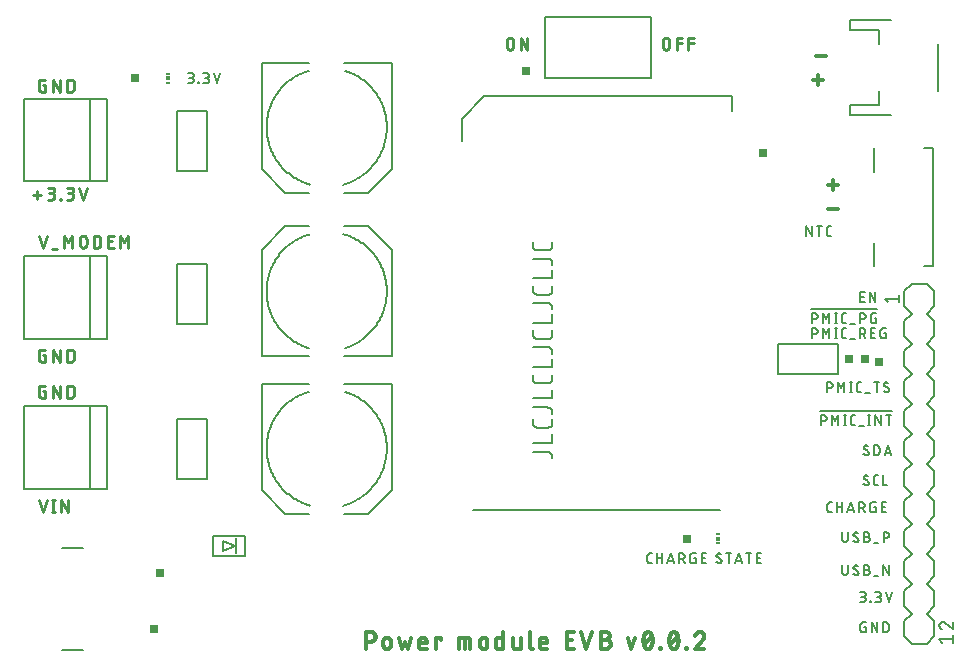
<source format=gbr>
G04 EAGLE Gerber RS-274X export*
G75*
%MOMM*%
%FSLAX34Y34*%
%LPD*%
%INSilkscreen Top*%
%IPPOS*%
%AMOC8*
5,1,8,0,0,1.08239X$1,22.5*%
G01*
%ADD10C,0.203200*%
%ADD11C,0.254000*%
%ADD12C,0.304800*%
%ADD13C,0.355600*%
%ADD14C,0.152400*%
%ADD15C,0.127000*%
%ADD16R,0.711200X0.711200*%
%ADD17R,0.300000X0.150000*%
%ADD18R,0.300000X0.300000*%
%ADD19C,0.200000*%
%ADD20R,0.200000X1.400000*%


D10*
X143256Y506476D02*
X145514Y506476D01*
X145607Y506478D01*
X145700Y506484D01*
X145793Y506493D01*
X145886Y506507D01*
X145977Y506524D01*
X146068Y506545D01*
X146158Y506570D01*
X146247Y506598D01*
X146335Y506630D01*
X146421Y506666D01*
X146506Y506705D01*
X146589Y506748D01*
X146670Y506794D01*
X146749Y506844D01*
X146826Y506896D01*
X146901Y506952D01*
X146973Y507011D01*
X147043Y507073D01*
X147111Y507137D01*
X147175Y507205D01*
X147237Y507275D01*
X147296Y507347D01*
X147352Y507422D01*
X147404Y507499D01*
X147454Y507578D01*
X147500Y507659D01*
X147543Y507742D01*
X147582Y507827D01*
X147618Y507913D01*
X147650Y508001D01*
X147678Y508090D01*
X147703Y508180D01*
X147724Y508271D01*
X147741Y508362D01*
X147755Y508455D01*
X147764Y508548D01*
X147770Y508641D01*
X147772Y508734D01*
X147770Y508827D01*
X147764Y508920D01*
X147755Y509013D01*
X147741Y509106D01*
X147724Y509197D01*
X147703Y509288D01*
X147678Y509378D01*
X147650Y509467D01*
X147618Y509555D01*
X147582Y509641D01*
X147543Y509726D01*
X147500Y509809D01*
X147454Y509890D01*
X147404Y509969D01*
X147352Y510046D01*
X147296Y510121D01*
X147237Y510193D01*
X147175Y510263D01*
X147111Y510331D01*
X147043Y510395D01*
X146973Y510457D01*
X146901Y510516D01*
X146826Y510572D01*
X146749Y510624D01*
X146670Y510674D01*
X146589Y510720D01*
X146506Y510763D01*
X146421Y510802D01*
X146335Y510838D01*
X146247Y510870D01*
X146158Y510898D01*
X146068Y510923D01*
X145977Y510944D01*
X145886Y510961D01*
X145793Y510975D01*
X145700Y510984D01*
X145607Y510990D01*
X145514Y510992D01*
X145965Y514604D02*
X143256Y514604D01*
X145965Y514604D02*
X146048Y514602D01*
X146132Y514596D01*
X146215Y514587D01*
X146297Y514573D01*
X146378Y514556D01*
X146459Y514535D01*
X146539Y514510D01*
X146617Y514482D01*
X146694Y514450D01*
X146770Y514415D01*
X146844Y514376D01*
X146916Y514333D01*
X146986Y514288D01*
X147053Y514239D01*
X147119Y514187D01*
X147182Y514133D01*
X147242Y514075D01*
X147300Y514015D01*
X147354Y513952D01*
X147406Y513886D01*
X147455Y513819D01*
X147500Y513749D01*
X147543Y513677D01*
X147582Y513603D01*
X147617Y513527D01*
X147649Y513450D01*
X147677Y513372D01*
X147702Y513292D01*
X147723Y513211D01*
X147740Y513130D01*
X147754Y513048D01*
X147763Y512965D01*
X147769Y512881D01*
X147771Y512798D01*
X147769Y512715D01*
X147763Y512631D01*
X147754Y512548D01*
X147740Y512466D01*
X147723Y512385D01*
X147702Y512304D01*
X147677Y512224D01*
X147649Y512146D01*
X147617Y512069D01*
X147582Y511993D01*
X147543Y511919D01*
X147500Y511847D01*
X147455Y511777D01*
X147406Y511710D01*
X147354Y511644D01*
X147300Y511581D01*
X147242Y511521D01*
X147182Y511463D01*
X147119Y511409D01*
X147053Y511357D01*
X146986Y511308D01*
X146916Y511263D01*
X146844Y511220D01*
X146770Y511181D01*
X146694Y511146D01*
X146617Y511114D01*
X146539Y511086D01*
X146459Y511061D01*
X146378Y511040D01*
X146297Y511023D01*
X146215Y511009D01*
X146132Y511000D01*
X146048Y510994D01*
X145965Y510992D01*
X144159Y510992D01*
X151689Y506928D02*
X151689Y506476D01*
X151689Y506928D02*
X152140Y506928D01*
X152140Y506476D01*
X151689Y506476D01*
X156058Y506476D02*
X158315Y506476D01*
X158408Y506478D01*
X158501Y506484D01*
X158594Y506493D01*
X158687Y506507D01*
X158778Y506524D01*
X158869Y506545D01*
X158959Y506570D01*
X159048Y506598D01*
X159136Y506630D01*
X159222Y506666D01*
X159307Y506705D01*
X159390Y506748D01*
X159471Y506794D01*
X159550Y506844D01*
X159627Y506896D01*
X159702Y506952D01*
X159774Y507011D01*
X159844Y507073D01*
X159912Y507137D01*
X159976Y507205D01*
X160038Y507275D01*
X160097Y507347D01*
X160153Y507422D01*
X160205Y507499D01*
X160255Y507578D01*
X160301Y507659D01*
X160344Y507742D01*
X160383Y507827D01*
X160419Y507913D01*
X160451Y508001D01*
X160479Y508090D01*
X160504Y508180D01*
X160525Y508271D01*
X160542Y508362D01*
X160556Y508455D01*
X160565Y508548D01*
X160571Y508641D01*
X160573Y508734D01*
X160571Y508827D01*
X160565Y508920D01*
X160556Y509013D01*
X160542Y509106D01*
X160525Y509197D01*
X160504Y509288D01*
X160479Y509378D01*
X160451Y509467D01*
X160419Y509555D01*
X160383Y509641D01*
X160344Y509726D01*
X160301Y509809D01*
X160255Y509890D01*
X160205Y509969D01*
X160153Y510046D01*
X160097Y510121D01*
X160038Y510193D01*
X159976Y510263D01*
X159912Y510331D01*
X159844Y510395D01*
X159774Y510457D01*
X159702Y510516D01*
X159627Y510572D01*
X159550Y510624D01*
X159471Y510674D01*
X159390Y510720D01*
X159307Y510763D01*
X159222Y510802D01*
X159136Y510838D01*
X159048Y510870D01*
X158959Y510898D01*
X158869Y510923D01*
X158778Y510944D01*
X158687Y510961D01*
X158594Y510975D01*
X158501Y510984D01*
X158408Y510990D01*
X158315Y510992D01*
X158767Y514604D02*
X156058Y514604D01*
X158767Y514604D02*
X158850Y514602D01*
X158934Y514596D01*
X159017Y514587D01*
X159099Y514573D01*
X159180Y514556D01*
X159261Y514535D01*
X159341Y514510D01*
X159419Y514482D01*
X159496Y514450D01*
X159572Y514415D01*
X159646Y514376D01*
X159718Y514333D01*
X159788Y514288D01*
X159855Y514239D01*
X159921Y514187D01*
X159984Y514133D01*
X160044Y514075D01*
X160102Y514015D01*
X160156Y513952D01*
X160208Y513886D01*
X160257Y513819D01*
X160302Y513749D01*
X160345Y513677D01*
X160384Y513603D01*
X160419Y513527D01*
X160451Y513450D01*
X160479Y513372D01*
X160504Y513292D01*
X160525Y513211D01*
X160542Y513130D01*
X160556Y513048D01*
X160565Y512965D01*
X160571Y512881D01*
X160573Y512798D01*
X160571Y512715D01*
X160565Y512631D01*
X160556Y512548D01*
X160542Y512466D01*
X160525Y512385D01*
X160504Y512304D01*
X160479Y512224D01*
X160451Y512146D01*
X160419Y512069D01*
X160384Y511993D01*
X160345Y511919D01*
X160302Y511847D01*
X160257Y511777D01*
X160208Y511710D01*
X160156Y511644D01*
X160102Y511581D01*
X160044Y511521D01*
X159984Y511463D01*
X159921Y511409D01*
X159855Y511357D01*
X159788Y511308D01*
X159718Y511263D01*
X159646Y511220D01*
X159572Y511181D01*
X159496Y511146D01*
X159419Y511114D01*
X159341Y511086D01*
X159261Y511061D01*
X159180Y511040D01*
X159099Y511023D01*
X159017Y511009D01*
X158934Y511000D01*
X158850Y510994D01*
X158767Y510992D01*
X156961Y510992D01*
X164750Y514604D02*
X167459Y506476D01*
X170169Y514604D01*
D11*
X544830Y537492D02*
X544830Y542008D01*
X544832Y542114D01*
X544838Y542219D01*
X544848Y542324D01*
X544862Y542429D01*
X544879Y542533D01*
X544901Y542636D01*
X544926Y542738D01*
X544955Y542840D01*
X544988Y542940D01*
X545025Y543039D01*
X545065Y543136D01*
X545109Y543232D01*
X545157Y543327D01*
X545208Y543419D01*
X545263Y543509D01*
X545320Y543598D01*
X545381Y543684D01*
X545446Y543767D01*
X545513Y543849D01*
X545583Y543927D01*
X545657Y544003D01*
X545733Y544077D01*
X545811Y544147D01*
X545893Y544214D01*
X545976Y544279D01*
X546062Y544340D01*
X546151Y544397D01*
X546241Y544452D01*
X546333Y544503D01*
X546428Y544551D01*
X546524Y544595D01*
X546621Y544635D01*
X546720Y544672D01*
X546820Y544705D01*
X546922Y544734D01*
X547024Y544759D01*
X547127Y544781D01*
X547231Y544798D01*
X547336Y544812D01*
X547441Y544822D01*
X547546Y544828D01*
X547652Y544830D01*
X547758Y544828D01*
X547863Y544822D01*
X547968Y544812D01*
X548073Y544798D01*
X548177Y544781D01*
X548280Y544759D01*
X548382Y544734D01*
X548484Y544705D01*
X548584Y544672D01*
X548683Y544635D01*
X548780Y544595D01*
X548876Y544551D01*
X548971Y544503D01*
X549063Y544452D01*
X549153Y544397D01*
X549242Y544340D01*
X549328Y544279D01*
X549411Y544214D01*
X549493Y544147D01*
X549571Y544077D01*
X549647Y544003D01*
X549721Y543927D01*
X549791Y543849D01*
X549858Y543767D01*
X549923Y543684D01*
X549984Y543598D01*
X550041Y543509D01*
X550096Y543419D01*
X550147Y543327D01*
X550195Y543232D01*
X550239Y543136D01*
X550279Y543039D01*
X550316Y542940D01*
X550349Y542840D01*
X550378Y542738D01*
X550403Y542636D01*
X550425Y542533D01*
X550442Y542429D01*
X550456Y542324D01*
X550466Y542219D01*
X550472Y542114D01*
X550474Y542008D01*
X550474Y537492D01*
X550472Y537386D01*
X550466Y537281D01*
X550456Y537176D01*
X550442Y537071D01*
X550425Y536967D01*
X550403Y536864D01*
X550378Y536762D01*
X550349Y536660D01*
X550316Y536560D01*
X550279Y536461D01*
X550239Y536364D01*
X550195Y536268D01*
X550147Y536173D01*
X550096Y536081D01*
X550041Y535991D01*
X549984Y535902D01*
X549923Y535816D01*
X549858Y535733D01*
X549791Y535651D01*
X549721Y535573D01*
X549647Y535497D01*
X549571Y535423D01*
X549493Y535353D01*
X549411Y535286D01*
X549328Y535221D01*
X549242Y535160D01*
X549153Y535103D01*
X549063Y535048D01*
X548971Y534997D01*
X548876Y534949D01*
X548780Y534905D01*
X548683Y534865D01*
X548584Y534828D01*
X548484Y534795D01*
X548382Y534766D01*
X548280Y534741D01*
X548177Y534719D01*
X548073Y534702D01*
X547968Y534688D01*
X547863Y534678D01*
X547758Y534672D01*
X547652Y534670D01*
X547546Y534672D01*
X547441Y534678D01*
X547336Y534688D01*
X547231Y534702D01*
X547127Y534719D01*
X547024Y534741D01*
X546922Y534766D01*
X546820Y534795D01*
X546720Y534828D01*
X546621Y534865D01*
X546524Y534905D01*
X546428Y534949D01*
X546333Y534997D01*
X546241Y535048D01*
X546151Y535103D01*
X546062Y535160D01*
X545976Y535221D01*
X545893Y535286D01*
X545811Y535353D01*
X545733Y535423D01*
X545657Y535497D01*
X545583Y535573D01*
X545513Y535651D01*
X545446Y535733D01*
X545381Y535816D01*
X545320Y535902D01*
X545263Y535991D01*
X545208Y536081D01*
X545157Y536173D01*
X545109Y536268D01*
X545065Y536364D01*
X545025Y536461D01*
X544988Y536560D01*
X544955Y536660D01*
X544926Y536762D01*
X544901Y536864D01*
X544879Y536967D01*
X544862Y537071D01*
X544848Y537176D01*
X544838Y537281D01*
X544832Y537386D01*
X544830Y537492D01*
X556681Y534670D02*
X556681Y544830D01*
X561196Y544830D01*
X561196Y540314D02*
X556681Y540314D01*
X566586Y544830D02*
X566586Y534670D01*
X566586Y544830D02*
X571102Y544830D01*
X571102Y540314D02*
X566586Y540314D01*
X412750Y542008D02*
X412750Y537492D01*
X412750Y542008D02*
X412752Y542114D01*
X412758Y542219D01*
X412768Y542324D01*
X412782Y542429D01*
X412799Y542533D01*
X412821Y542636D01*
X412846Y542738D01*
X412875Y542840D01*
X412908Y542940D01*
X412945Y543039D01*
X412985Y543136D01*
X413029Y543232D01*
X413077Y543327D01*
X413128Y543419D01*
X413183Y543509D01*
X413240Y543598D01*
X413301Y543684D01*
X413366Y543767D01*
X413433Y543849D01*
X413503Y543927D01*
X413577Y544003D01*
X413653Y544077D01*
X413731Y544147D01*
X413813Y544214D01*
X413896Y544279D01*
X413982Y544340D01*
X414071Y544397D01*
X414161Y544452D01*
X414253Y544503D01*
X414348Y544551D01*
X414444Y544595D01*
X414541Y544635D01*
X414640Y544672D01*
X414740Y544705D01*
X414842Y544734D01*
X414944Y544759D01*
X415047Y544781D01*
X415151Y544798D01*
X415256Y544812D01*
X415361Y544822D01*
X415466Y544828D01*
X415572Y544830D01*
X415678Y544828D01*
X415783Y544822D01*
X415888Y544812D01*
X415993Y544798D01*
X416097Y544781D01*
X416200Y544759D01*
X416302Y544734D01*
X416404Y544705D01*
X416504Y544672D01*
X416603Y544635D01*
X416700Y544595D01*
X416796Y544551D01*
X416891Y544503D01*
X416983Y544452D01*
X417073Y544397D01*
X417162Y544340D01*
X417248Y544279D01*
X417331Y544214D01*
X417413Y544147D01*
X417491Y544077D01*
X417567Y544003D01*
X417641Y543927D01*
X417711Y543849D01*
X417778Y543767D01*
X417843Y543684D01*
X417904Y543598D01*
X417961Y543509D01*
X418016Y543419D01*
X418067Y543327D01*
X418115Y543232D01*
X418159Y543136D01*
X418199Y543039D01*
X418236Y542940D01*
X418269Y542840D01*
X418298Y542738D01*
X418323Y542636D01*
X418345Y542533D01*
X418362Y542429D01*
X418376Y542324D01*
X418386Y542219D01*
X418392Y542114D01*
X418394Y542008D01*
X418394Y537492D01*
X418392Y537386D01*
X418386Y537281D01*
X418376Y537176D01*
X418362Y537071D01*
X418345Y536967D01*
X418323Y536864D01*
X418298Y536762D01*
X418269Y536660D01*
X418236Y536560D01*
X418199Y536461D01*
X418159Y536364D01*
X418115Y536268D01*
X418067Y536173D01*
X418016Y536081D01*
X417961Y535991D01*
X417904Y535902D01*
X417843Y535816D01*
X417778Y535733D01*
X417711Y535651D01*
X417641Y535573D01*
X417567Y535497D01*
X417491Y535423D01*
X417413Y535353D01*
X417331Y535286D01*
X417248Y535221D01*
X417162Y535160D01*
X417073Y535103D01*
X416983Y535048D01*
X416891Y534997D01*
X416796Y534949D01*
X416700Y534905D01*
X416603Y534865D01*
X416504Y534828D01*
X416404Y534795D01*
X416302Y534766D01*
X416200Y534741D01*
X416097Y534719D01*
X415993Y534702D01*
X415888Y534688D01*
X415783Y534678D01*
X415678Y534672D01*
X415572Y534670D01*
X415466Y534672D01*
X415361Y534678D01*
X415256Y534688D01*
X415151Y534702D01*
X415047Y534719D01*
X414944Y534741D01*
X414842Y534766D01*
X414740Y534795D01*
X414640Y534828D01*
X414541Y534865D01*
X414444Y534905D01*
X414348Y534949D01*
X414253Y534997D01*
X414161Y535048D01*
X414071Y535103D01*
X413982Y535160D01*
X413896Y535221D01*
X413813Y535286D01*
X413731Y535353D01*
X413653Y535423D01*
X413577Y535497D01*
X413503Y535573D01*
X413433Y535651D01*
X413366Y535733D01*
X413301Y535816D01*
X413240Y535902D01*
X413183Y535991D01*
X413128Y536081D01*
X413077Y536173D01*
X413029Y536268D01*
X412985Y536364D01*
X412945Y536461D01*
X412908Y536560D01*
X412875Y536660D01*
X412846Y536762D01*
X412821Y536864D01*
X412799Y536967D01*
X412782Y537071D01*
X412768Y537176D01*
X412758Y537281D01*
X412752Y537386D01*
X412750Y537492D01*
X424561Y534670D02*
X424561Y544830D01*
X430205Y534670D01*
X430205Y544830D01*
D10*
X533682Y100076D02*
X535488Y100076D01*
X533682Y100076D02*
X533599Y100078D01*
X533515Y100084D01*
X533432Y100093D01*
X533350Y100107D01*
X533269Y100124D01*
X533188Y100145D01*
X533108Y100170D01*
X533030Y100198D01*
X532953Y100230D01*
X532877Y100265D01*
X532803Y100304D01*
X532731Y100347D01*
X532661Y100392D01*
X532594Y100441D01*
X532528Y100493D01*
X532465Y100547D01*
X532405Y100605D01*
X532347Y100665D01*
X532293Y100728D01*
X532241Y100794D01*
X532192Y100861D01*
X532147Y100931D01*
X532104Y101003D01*
X532065Y101077D01*
X532030Y101153D01*
X531998Y101230D01*
X531970Y101308D01*
X531945Y101388D01*
X531924Y101469D01*
X531907Y101550D01*
X531893Y101632D01*
X531884Y101715D01*
X531878Y101799D01*
X531876Y101882D01*
X531876Y106398D01*
X531878Y106481D01*
X531884Y106565D01*
X531893Y106648D01*
X531907Y106730D01*
X531924Y106811D01*
X531945Y106892D01*
X531970Y106972D01*
X531998Y107050D01*
X532030Y107127D01*
X532065Y107203D01*
X532104Y107277D01*
X532147Y107349D01*
X532192Y107419D01*
X532241Y107486D01*
X532293Y107552D01*
X532347Y107615D01*
X532405Y107675D01*
X532465Y107733D01*
X532528Y107787D01*
X532594Y107839D01*
X532661Y107888D01*
X532731Y107933D01*
X532803Y107976D01*
X532877Y108015D01*
X532952Y108050D01*
X533030Y108082D01*
X533108Y108110D01*
X533188Y108135D01*
X533268Y108156D01*
X533350Y108173D01*
X533432Y108187D01*
X533515Y108196D01*
X533599Y108202D01*
X533682Y108204D01*
X535488Y108204D01*
X539847Y108204D02*
X539847Y100076D01*
X539847Y104592D02*
X544363Y104592D01*
X544363Y108204D02*
X544363Y100076D01*
X548844Y100076D02*
X551554Y108204D01*
X554263Y100076D01*
X553586Y102108D02*
X549522Y102108D01*
X558848Y100076D02*
X558848Y108204D01*
X561106Y108204D01*
X561199Y108202D01*
X561292Y108196D01*
X561385Y108187D01*
X561478Y108173D01*
X561569Y108156D01*
X561660Y108135D01*
X561750Y108110D01*
X561839Y108082D01*
X561927Y108050D01*
X562013Y108014D01*
X562098Y107975D01*
X562181Y107932D01*
X562262Y107886D01*
X562341Y107836D01*
X562418Y107784D01*
X562493Y107728D01*
X562565Y107669D01*
X562635Y107607D01*
X562703Y107543D01*
X562767Y107475D01*
X562829Y107405D01*
X562888Y107333D01*
X562944Y107258D01*
X562996Y107181D01*
X563046Y107102D01*
X563092Y107021D01*
X563135Y106938D01*
X563174Y106853D01*
X563210Y106767D01*
X563242Y106679D01*
X563270Y106590D01*
X563295Y106500D01*
X563316Y106409D01*
X563333Y106318D01*
X563347Y106225D01*
X563356Y106132D01*
X563362Y106039D01*
X563364Y105946D01*
X563362Y105853D01*
X563356Y105760D01*
X563347Y105667D01*
X563333Y105574D01*
X563316Y105483D01*
X563295Y105392D01*
X563270Y105302D01*
X563242Y105213D01*
X563210Y105125D01*
X563174Y105039D01*
X563135Y104954D01*
X563092Y104871D01*
X563046Y104790D01*
X562996Y104711D01*
X562944Y104634D01*
X562888Y104559D01*
X562829Y104487D01*
X562767Y104417D01*
X562703Y104349D01*
X562635Y104285D01*
X562565Y104223D01*
X562493Y104164D01*
X562418Y104108D01*
X562341Y104056D01*
X562262Y104006D01*
X562181Y103960D01*
X562098Y103917D01*
X562013Y103878D01*
X561927Y103842D01*
X561839Y103810D01*
X561750Y103782D01*
X561660Y103757D01*
X561569Y103736D01*
X561478Y103719D01*
X561385Y103705D01*
X561292Y103696D01*
X561199Y103690D01*
X561106Y103688D01*
X558848Y103688D01*
X561557Y103688D02*
X563363Y100076D01*
X571354Y104592D02*
X572709Y104592D01*
X572709Y100076D01*
X570000Y100076D01*
X569917Y100078D01*
X569833Y100084D01*
X569750Y100093D01*
X569668Y100107D01*
X569587Y100124D01*
X569506Y100145D01*
X569426Y100170D01*
X569348Y100198D01*
X569271Y100230D01*
X569195Y100265D01*
X569121Y100304D01*
X569049Y100347D01*
X568979Y100392D01*
X568912Y100441D01*
X568846Y100493D01*
X568783Y100547D01*
X568723Y100605D01*
X568665Y100665D01*
X568611Y100728D01*
X568559Y100794D01*
X568510Y100861D01*
X568465Y100931D01*
X568422Y101003D01*
X568383Y101077D01*
X568348Y101153D01*
X568316Y101230D01*
X568288Y101308D01*
X568263Y101388D01*
X568242Y101469D01*
X568225Y101550D01*
X568211Y101632D01*
X568202Y101715D01*
X568196Y101799D01*
X568194Y101882D01*
X568194Y106398D01*
X568196Y106481D01*
X568202Y106565D01*
X568211Y106648D01*
X568225Y106730D01*
X568242Y106811D01*
X568263Y106892D01*
X568288Y106972D01*
X568316Y107050D01*
X568348Y107127D01*
X568383Y107203D01*
X568422Y107277D01*
X568465Y107349D01*
X568510Y107419D01*
X568559Y107486D01*
X568611Y107552D01*
X568665Y107615D01*
X568723Y107675D01*
X568783Y107733D01*
X568846Y107787D01*
X568912Y107839D01*
X568979Y107888D01*
X569049Y107933D01*
X569121Y107976D01*
X569195Y108015D01*
X569270Y108050D01*
X569348Y108082D01*
X569426Y108110D01*
X569506Y108135D01*
X569586Y108156D01*
X569668Y108173D01*
X569750Y108187D01*
X569833Y108196D01*
X569917Y108202D01*
X570000Y108204D01*
X572709Y108204D01*
X577979Y100076D02*
X581591Y100076D01*
X577979Y100076D02*
X577979Y108204D01*
X581591Y108204D01*
X580688Y104592D02*
X577979Y104592D01*
X592848Y100076D02*
X592931Y100078D01*
X593015Y100084D01*
X593098Y100093D01*
X593180Y100107D01*
X593262Y100124D01*
X593342Y100145D01*
X593422Y100170D01*
X593500Y100198D01*
X593578Y100230D01*
X593653Y100265D01*
X593727Y100304D01*
X593799Y100347D01*
X593869Y100392D01*
X593936Y100441D01*
X594002Y100493D01*
X594065Y100547D01*
X594125Y100605D01*
X594183Y100665D01*
X594237Y100728D01*
X594289Y100794D01*
X594338Y100861D01*
X594383Y100931D01*
X594426Y101003D01*
X594465Y101077D01*
X594500Y101153D01*
X594532Y101230D01*
X594560Y101308D01*
X594585Y101388D01*
X594606Y101469D01*
X594623Y101550D01*
X594637Y101632D01*
X594646Y101715D01*
X594652Y101799D01*
X594654Y101882D01*
X592848Y100076D02*
X592728Y100078D01*
X592607Y100084D01*
X592487Y100093D01*
X592367Y100106D01*
X592248Y100123D01*
X592129Y100144D01*
X592011Y100169D01*
X591894Y100197D01*
X591778Y100229D01*
X591663Y100265D01*
X591549Y100304D01*
X591436Y100347D01*
X591325Y100393D01*
X591216Y100443D01*
X591107Y100496D01*
X591001Y100553D01*
X590897Y100613D01*
X590794Y100676D01*
X590694Y100743D01*
X590595Y100812D01*
X590499Y100885D01*
X590405Y100960D01*
X590314Y101039D01*
X590225Y101121D01*
X590139Y101205D01*
X590365Y106398D02*
X590367Y106481D01*
X590373Y106565D01*
X590382Y106648D01*
X590396Y106730D01*
X590413Y106811D01*
X590434Y106892D01*
X590459Y106972D01*
X590487Y107050D01*
X590519Y107127D01*
X590554Y107203D01*
X590593Y107277D01*
X590636Y107349D01*
X590681Y107419D01*
X590730Y107486D01*
X590782Y107552D01*
X590836Y107615D01*
X590894Y107675D01*
X590954Y107733D01*
X591017Y107787D01*
X591083Y107839D01*
X591150Y107888D01*
X591220Y107933D01*
X591292Y107976D01*
X591366Y108015D01*
X591442Y108050D01*
X591519Y108082D01*
X591597Y108110D01*
X591677Y108135D01*
X591758Y108156D01*
X591839Y108173D01*
X591921Y108187D01*
X592004Y108196D01*
X592088Y108202D01*
X592171Y108204D01*
X592286Y108202D01*
X592400Y108196D01*
X592515Y108187D01*
X592628Y108173D01*
X592742Y108156D01*
X592855Y108134D01*
X592966Y108109D01*
X593078Y108080D01*
X593188Y108048D01*
X593296Y108012D01*
X593404Y107972D01*
X593510Y107928D01*
X593615Y107881D01*
X593717Y107830D01*
X593819Y107776D01*
X593918Y107719D01*
X594015Y107658D01*
X594110Y107594D01*
X594203Y107527D01*
X591268Y104818D02*
X591198Y104862D01*
X591129Y104908D01*
X591063Y104958D01*
X590999Y105011D01*
X590938Y105066D01*
X590879Y105125D01*
X590823Y105186D01*
X590770Y105249D01*
X590719Y105315D01*
X590672Y105382D01*
X590628Y105452D01*
X590587Y105524D01*
X590549Y105598D01*
X590514Y105673D01*
X590483Y105750D01*
X590456Y105828D01*
X590432Y105907D01*
X590412Y105988D01*
X590395Y106069D01*
X590382Y106150D01*
X590372Y106233D01*
X590367Y106315D01*
X590365Y106398D01*
X593751Y103462D02*
X593821Y103418D01*
X593890Y103372D01*
X593956Y103322D01*
X594020Y103269D01*
X594081Y103214D01*
X594140Y103155D01*
X594196Y103094D01*
X594249Y103031D01*
X594300Y102965D01*
X594347Y102898D01*
X594391Y102828D01*
X594432Y102756D01*
X594470Y102682D01*
X594505Y102607D01*
X594536Y102530D01*
X594563Y102452D01*
X594587Y102373D01*
X594607Y102292D01*
X594624Y102211D01*
X594637Y102130D01*
X594647Y102047D01*
X594652Y101965D01*
X594654Y101882D01*
X593752Y103463D02*
X591268Y104817D01*
X600626Y108204D02*
X600626Y100076D01*
X598369Y108204D02*
X602884Y108204D01*
X609161Y108204D02*
X606451Y100076D01*
X611870Y100076D02*
X609161Y108204D01*
X611193Y102108D02*
X607129Y102108D01*
X617695Y100076D02*
X617695Y108204D01*
X615437Y108204D02*
X619953Y108204D01*
X624308Y100076D02*
X627921Y100076D01*
X624308Y100076D02*
X624308Y108204D01*
X627921Y108204D01*
X627017Y104592D02*
X624308Y104592D01*
D12*
X672084Y509185D02*
X680212Y509185D01*
X676148Y505121D02*
X676148Y513249D01*
X684784Y420285D02*
X692912Y420285D01*
X688848Y416221D02*
X688848Y424349D01*
X682752Y529505D02*
X674624Y529505D01*
X684784Y399965D02*
X692912Y399965D01*
D10*
X666496Y385064D02*
X666496Y376936D01*
X671012Y376936D02*
X666496Y385064D01*
X671012Y385064D02*
X671012Y376936D01*
X677593Y376936D02*
X677593Y385064D01*
X675335Y385064D02*
X679851Y385064D01*
X685629Y376936D02*
X687436Y376936D01*
X685629Y376936D02*
X685546Y376938D01*
X685462Y376944D01*
X685379Y376953D01*
X685297Y376967D01*
X685216Y376984D01*
X685135Y377005D01*
X685055Y377030D01*
X684977Y377058D01*
X684900Y377090D01*
X684824Y377125D01*
X684750Y377164D01*
X684678Y377207D01*
X684608Y377252D01*
X684541Y377301D01*
X684475Y377353D01*
X684412Y377407D01*
X684352Y377465D01*
X684294Y377525D01*
X684240Y377588D01*
X684188Y377654D01*
X684139Y377721D01*
X684094Y377791D01*
X684051Y377863D01*
X684012Y377937D01*
X683977Y378013D01*
X683945Y378090D01*
X683917Y378168D01*
X683892Y378248D01*
X683871Y378329D01*
X683854Y378410D01*
X683840Y378492D01*
X683831Y378575D01*
X683825Y378659D01*
X683823Y378742D01*
X683823Y383258D01*
X683825Y383341D01*
X683831Y383425D01*
X683840Y383508D01*
X683854Y383590D01*
X683871Y383671D01*
X683892Y383752D01*
X683917Y383832D01*
X683945Y383910D01*
X683977Y383987D01*
X684012Y384063D01*
X684051Y384137D01*
X684094Y384209D01*
X684139Y384279D01*
X684188Y384346D01*
X684240Y384412D01*
X684294Y384475D01*
X684352Y384535D01*
X684412Y384593D01*
X684475Y384647D01*
X684541Y384699D01*
X684608Y384748D01*
X684678Y384793D01*
X684750Y384836D01*
X684824Y384875D01*
X684899Y384910D01*
X684977Y384942D01*
X685055Y384970D01*
X685135Y384995D01*
X685215Y385016D01*
X685297Y385033D01*
X685379Y385047D01*
X685462Y385056D01*
X685546Y385062D01*
X685629Y385064D01*
X687436Y385064D01*
X712216Y321056D02*
X715828Y321056D01*
X712216Y321056D02*
X712216Y329184D01*
X715828Y329184D01*
X714925Y325572D02*
X712216Y325572D01*
X720109Y329184D02*
X720109Y321056D01*
X724625Y321056D02*
X720109Y329184D01*
X724625Y329184D02*
X724625Y321056D01*
X726553Y315468D02*
X670560Y315468D01*
X671576Y311404D02*
X671576Y303276D01*
X671576Y311404D02*
X673834Y311404D01*
X673927Y311402D01*
X674020Y311396D01*
X674113Y311387D01*
X674206Y311373D01*
X674297Y311356D01*
X674388Y311335D01*
X674478Y311310D01*
X674567Y311282D01*
X674655Y311250D01*
X674741Y311214D01*
X674826Y311175D01*
X674909Y311132D01*
X674990Y311086D01*
X675069Y311036D01*
X675146Y310984D01*
X675221Y310928D01*
X675293Y310869D01*
X675363Y310807D01*
X675431Y310743D01*
X675495Y310675D01*
X675557Y310605D01*
X675616Y310533D01*
X675672Y310458D01*
X675724Y310381D01*
X675774Y310302D01*
X675820Y310221D01*
X675863Y310138D01*
X675902Y310053D01*
X675938Y309967D01*
X675970Y309879D01*
X675998Y309790D01*
X676023Y309700D01*
X676044Y309609D01*
X676061Y309518D01*
X676075Y309425D01*
X676084Y309332D01*
X676090Y309239D01*
X676092Y309146D01*
X676090Y309053D01*
X676084Y308960D01*
X676075Y308867D01*
X676061Y308774D01*
X676044Y308683D01*
X676023Y308592D01*
X675998Y308502D01*
X675970Y308413D01*
X675938Y308325D01*
X675902Y308239D01*
X675863Y308154D01*
X675820Y308071D01*
X675774Y307990D01*
X675724Y307911D01*
X675672Y307834D01*
X675616Y307759D01*
X675557Y307687D01*
X675495Y307617D01*
X675431Y307549D01*
X675363Y307485D01*
X675293Y307423D01*
X675221Y307364D01*
X675146Y307308D01*
X675069Y307256D01*
X674990Y307206D01*
X674909Y307160D01*
X674826Y307117D01*
X674741Y307078D01*
X674655Y307042D01*
X674567Y307010D01*
X674478Y306982D01*
X674388Y306957D01*
X674297Y306936D01*
X674206Y306919D01*
X674113Y306905D01*
X674020Y306896D01*
X673927Y306890D01*
X673834Y306888D01*
X671576Y306888D01*
X680641Y303276D02*
X680641Y311404D01*
X683350Y306888D01*
X686060Y311404D01*
X686060Y303276D01*
X691580Y303276D02*
X691580Y311404D01*
X690677Y303276D02*
X692483Y303276D01*
X692483Y311404D02*
X690677Y311404D01*
X698397Y303276D02*
X700203Y303276D01*
X698397Y303276D02*
X698314Y303278D01*
X698230Y303284D01*
X698147Y303293D01*
X698065Y303307D01*
X697984Y303324D01*
X697903Y303345D01*
X697823Y303370D01*
X697745Y303398D01*
X697668Y303430D01*
X697592Y303465D01*
X697518Y303504D01*
X697446Y303547D01*
X697376Y303592D01*
X697309Y303641D01*
X697243Y303693D01*
X697180Y303747D01*
X697120Y303805D01*
X697062Y303865D01*
X697008Y303928D01*
X696956Y303994D01*
X696907Y304061D01*
X696862Y304131D01*
X696819Y304203D01*
X696780Y304277D01*
X696745Y304353D01*
X696713Y304430D01*
X696685Y304508D01*
X696660Y304588D01*
X696639Y304669D01*
X696622Y304750D01*
X696608Y304832D01*
X696599Y304915D01*
X696593Y304999D01*
X696591Y305082D01*
X696591Y309598D01*
X696593Y309681D01*
X696599Y309765D01*
X696608Y309848D01*
X696622Y309930D01*
X696639Y310011D01*
X696660Y310092D01*
X696685Y310172D01*
X696713Y310250D01*
X696745Y310327D01*
X696780Y310403D01*
X696819Y310477D01*
X696862Y310549D01*
X696907Y310619D01*
X696956Y310686D01*
X697008Y310752D01*
X697062Y310815D01*
X697120Y310875D01*
X697180Y310933D01*
X697243Y310987D01*
X697309Y311039D01*
X697376Y311088D01*
X697446Y311133D01*
X697518Y311176D01*
X697592Y311215D01*
X697667Y311250D01*
X697745Y311282D01*
X697823Y311310D01*
X697903Y311335D01*
X697983Y311356D01*
X698065Y311373D01*
X698147Y311387D01*
X698230Y311396D01*
X698314Y311402D01*
X698397Y311404D01*
X700203Y311404D01*
X703794Y302373D02*
X707407Y302373D01*
X712114Y303276D02*
X712114Y311404D01*
X714372Y311404D01*
X714465Y311402D01*
X714558Y311396D01*
X714651Y311387D01*
X714744Y311373D01*
X714835Y311356D01*
X714926Y311335D01*
X715016Y311310D01*
X715105Y311282D01*
X715193Y311250D01*
X715279Y311214D01*
X715364Y311175D01*
X715447Y311132D01*
X715528Y311086D01*
X715607Y311036D01*
X715684Y310984D01*
X715759Y310928D01*
X715831Y310869D01*
X715901Y310807D01*
X715969Y310743D01*
X716033Y310675D01*
X716095Y310605D01*
X716154Y310533D01*
X716210Y310458D01*
X716262Y310381D01*
X716312Y310302D01*
X716358Y310221D01*
X716401Y310138D01*
X716440Y310053D01*
X716476Y309967D01*
X716508Y309879D01*
X716536Y309790D01*
X716561Y309700D01*
X716582Y309609D01*
X716599Y309518D01*
X716613Y309425D01*
X716622Y309332D01*
X716628Y309239D01*
X716630Y309146D01*
X716628Y309053D01*
X716622Y308960D01*
X716613Y308867D01*
X716599Y308774D01*
X716582Y308683D01*
X716561Y308592D01*
X716536Y308502D01*
X716508Y308413D01*
X716476Y308325D01*
X716440Y308239D01*
X716401Y308154D01*
X716358Y308071D01*
X716312Y307990D01*
X716262Y307911D01*
X716210Y307834D01*
X716154Y307759D01*
X716095Y307687D01*
X716033Y307617D01*
X715969Y307549D01*
X715901Y307485D01*
X715831Y307423D01*
X715759Y307364D01*
X715684Y307308D01*
X715607Y307256D01*
X715528Y307206D01*
X715447Y307160D01*
X715364Y307117D01*
X715279Y307078D01*
X715193Y307042D01*
X715105Y307010D01*
X715016Y306982D01*
X714926Y306957D01*
X714835Y306936D01*
X714744Y306919D01*
X714651Y306905D01*
X714558Y306896D01*
X714465Y306890D01*
X714372Y306888D01*
X712114Y306888D01*
X724182Y307792D02*
X725537Y307792D01*
X725537Y303276D01*
X722827Y303276D01*
X722744Y303278D01*
X722660Y303284D01*
X722577Y303293D01*
X722495Y303307D01*
X722414Y303324D01*
X722333Y303345D01*
X722253Y303370D01*
X722175Y303398D01*
X722098Y303430D01*
X722022Y303465D01*
X721948Y303504D01*
X721876Y303547D01*
X721806Y303592D01*
X721739Y303641D01*
X721673Y303693D01*
X721610Y303747D01*
X721550Y303805D01*
X721492Y303865D01*
X721438Y303928D01*
X721386Y303994D01*
X721337Y304061D01*
X721292Y304131D01*
X721249Y304203D01*
X721210Y304277D01*
X721175Y304353D01*
X721143Y304430D01*
X721115Y304508D01*
X721090Y304588D01*
X721069Y304669D01*
X721052Y304750D01*
X721038Y304832D01*
X721029Y304915D01*
X721023Y304999D01*
X721021Y305082D01*
X721021Y309598D01*
X721023Y309681D01*
X721029Y309765D01*
X721038Y309848D01*
X721052Y309930D01*
X721069Y310011D01*
X721090Y310092D01*
X721115Y310172D01*
X721143Y310250D01*
X721175Y310327D01*
X721210Y310403D01*
X721249Y310477D01*
X721292Y310549D01*
X721337Y310619D01*
X721386Y310686D01*
X721438Y310752D01*
X721492Y310815D01*
X721550Y310875D01*
X721610Y310933D01*
X721673Y310987D01*
X721739Y311039D01*
X721806Y311088D01*
X721876Y311133D01*
X721948Y311176D01*
X722022Y311215D01*
X722097Y311250D01*
X722175Y311282D01*
X722253Y311310D01*
X722333Y311335D01*
X722413Y311356D01*
X722495Y311373D01*
X722577Y311387D01*
X722660Y311396D01*
X722744Y311402D01*
X722827Y311404D01*
X725537Y311404D01*
X671576Y298704D02*
X671576Y290576D01*
X671576Y298704D02*
X673834Y298704D01*
X673927Y298702D01*
X674020Y298696D01*
X674113Y298687D01*
X674206Y298673D01*
X674297Y298656D01*
X674388Y298635D01*
X674478Y298610D01*
X674567Y298582D01*
X674655Y298550D01*
X674741Y298514D01*
X674826Y298475D01*
X674909Y298432D01*
X674990Y298386D01*
X675069Y298336D01*
X675146Y298284D01*
X675221Y298228D01*
X675293Y298169D01*
X675363Y298107D01*
X675431Y298043D01*
X675495Y297975D01*
X675557Y297905D01*
X675616Y297833D01*
X675672Y297758D01*
X675724Y297681D01*
X675774Y297602D01*
X675820Y297521D01*
X675863Y297438D01*
X675902Y297353D01*
X675938Y297267D01*
X675970Y297179D01*
X675998Y297090D01*
X676023Y297000D01*
X676044Y296909D01*
X676061Y296818D01*
X676075Y296725D01*
X676084Y296632D01*
X676090Y296539D01*
X676092Y296446D01*
X676090Y296353D01*
X676084Y296260D01*
X676075Y296167D01*
X676061Y296074D01*
X676044Y295983D01*
X676023Y295892D01*
X675998Y295802D01*
X675970Y295713D01*
X675938Y295625D01*
X675902Y295539D01*
X675863Y295454D01*
X675820Y295371D01*
X675774Y295290D01*
X675724Y295211D01*
X675672Y295134D01*
X675616Y295059D01*
X675557Y294987D01*
X675495Y294917D01*
X675431Y294849D01*
X675363Y294785D01*
X675293Y294723D01*
X675221Y294664D01*
X675146Y294608D01*
X675069Y294556D01*
X674990Y294506D01*
X674909Y294460D01*
X674826Y294417D01*
X674741Y294378D01*
X674655Y294342D01*
X674567Y294310D01*
X674478Y294282D01*
X674388Y294257D01*
X674297Y294236D01*
X674206Y294219D01*
X674113Y294205D01*
X674020Y294196D01*
X673927Y294190D01*
X673834Y294188D01*
X671576Y294188D01*
X680641Y290576D02*
X680641Y298704D01*
X683350Y294188D01*
X686060Y298704D01*
X686060Y290576D01*
X691580Y290576D02*
X691580Y298704D01*
X690677Y290576D02*
X692483Y290576D01*
X692483Y298704D02*
X690677Y298704D01*
X698397Y290576D02*
X700203Y290576D01*
X698397Y290576D02*
X698314Y290578D01*
X698230Y290584D01*
X698147Y290593D01*
X698065Y290607D01*
X697984Y290624D01*
X697903Y290645D01*
X697823Y290670D01*
X697745Y290698D01*
X697668Y290730D01*
X697592Y290765D01*
X697518Y290804D01*
X697446Y290847D01*
X697376Y290892D01*
X697309Y290941D01*
X697243Y290993D01*
X697180Y291047D01*
X697120Y291105D01*
X697062Y291165D01*
X697008Y291228D01*
X696956Y291294D01*
X696907Y291361D01*
X696862Y291431D01*
X696819Y291503D01*
X696780Y291577D01*
X696745Y291653D01*
X696713Y291730D01*
X696685Y291808D01*
X696660Y291888D01*
X696639Y291969D01*
X696622Y292050D01*
X696608Y292132D01*
X696599Y292215D01*
X696593Y292299D01*
X696591Y292382D01*
X696591Y296898D01*
X696593Y296981D01*
X696599Y297065D01*
X696608Y297148D01*
X696622Y297230D01*
X696639Y297311D01*
X696660Y297392D01*
X696685Y297472D01*
X696713Y297550D01*
X696745Y297627D01*
X696780Y297703D01*
X696819Y297777D01*
X696862Y297849D01*
X696907Y297919D01*
X696956Y297986D01*
X697008Y298052D01*
X697062Y298115D01*
X697120Y298175D01*
X697180Y298233D01*
X697243Y298287D01*
X697309Y298339D01*
X697376Y298388D01*
X697446Y298433D01*
X697518Y298476D01*
X697592Y298515D01*
X697667Y298550D01*
X697745Y298582D01*
X697823Y298610D01*
X697903Y298635D01*
X697983Y298656D01*
X698065Y298673D01*
X698147Y298687D01*
X698230Y298696D01*
X698314Y298702D01*
X698397Y298704D01*
X700203Y298704D01*
X703794Y289673D02*
X707407Y289673D01*
X711980Y290576D02*
X711980Y298704D01*
X714238Y298704D01*
X714331Y298702D01*
X714424Y298696D01*
X714517Y298687D01*
X714610Y298673D01*
X714701Y298656D01*
X714792Y298635D01*
X714882Y298610D01*
X714971Y298582D01*
X715059Y298550D01*
X715145Y298514D01*
X715230Y298475D01*
X715313Y298432D01*
X715394Y298386D01*
X715473Y298336D01*
X715550Y298284D01*
X715625Y298228D01*
X715697Y298169D01*
X715767Y298107D01*
X715835Y298043D01*
X715899Y297975D01*
X715961Y297905D01*
X716020Y297833D01*
X716076Y297758D01*
X716128Y297681D01*
X716178Y297602D01*
X716224Y297521D01*
X716267Y297438D01*
X716306Y297353D01*
X716342Y297267D01*
X716374Y297179D01*
X716402Y297090D01*
X716427Y297000D01*
X716448Y296909D01*
X716465Y296818D01*
X716479Y296725D01*
X716488Y296632D01*
X716494Y296539D01*
X716496Y296446D01*
X716494Y296353D01*
X716488Y296260D01*
X716479Y296167D01*
X716465Y296074D01*
X716448Y295983D01*
X716427Y295892D01*
X716402Y295802D01*
X716374Y295713D01*
X716342Y295625D01*
X716306Y295539D01*
X716267Y295454D01*
X716224Y295371D01*
X716178Y295290D01*
X716128Y295211D01*
X716076Y295134D01*
X716020Y295059D01*
X715961Y294987D01*
X715899Y294917D01*
X715835Y294849D01*
X715767Y294785D01*
X715697Y294723D01*
X715625Y294664D01*
X715550Y294608D01*
X715473Y294556D01*
X715394Y294506D01*
X715313Y294460D01*
X715230Y294417D01*
X715145Y294378D01*
X715059Y294342D01*
X714971Y294310D01*
X714882Y294282D01*
X714792Y294257D01*
X714701Y294236D01*
X714610Y294219D01*
X714517Y294205D01*
X714424Y294196D01*
X714331Y294190D01*
X714238Y294188D01*
X711980Y294188D01*
X714689Y294188D02*
X716496Y290576D01*
X721357Y290576D02*
X724970Y290576D01*
X721357Y290576D02*
X721357Y298704D01*
X724970Y298704D01*
X724067Y295092D02*
X721357Y295092D01*
X732412Y295092D02*
X733766Y295092D01*
X733766Y290576D01*
X731057Y290576D01*
X730974Y290578D01*
X730890Y290584D01*
X730807Y290593D01*
X730725Y290607D01*
X730644Y290624D01*
X730563Y290645D01*
X730483Y290670D01*
X730405Y290698D01*
X730328Y290730D01*
X730252Y290765D01*
X730178Y290804D01*
X730106Y290847D01*
X730036Y290892D01*
X729969Y290941D01*
X729903Y290993D01*
X729840Y291047D01*
X729780Y291105D01*
X729722Y291165D01*
X729668Y291228D01*
X729616Y291294D01*
X729567Y291361D01*
X729522Y291431D01*
X729479Y291503D01*
X729440Y291577D01*
X729405Y291653D01*
X729373Y291730D01*
X729345Y291808D01*
X729320Y291888D01*
X729299Y291969D01*
X729282Y292050D01*
X729268Y292132D01*
X729259Y292215D01*
X729253Y292299D01*
X729251Y292382D01*
X729251Y296898D01*
X729253Y296981D01*
X729259Y297065D01*
X729268Y297148D01*
X729282Y297230D01*
X729299Y297311D01*
X729320Y297392D01*
X729345Y297472D01*
X729373Y297550D01*
X729405Y297627D01*
X729440Y297703D01*
X729479Y297777D01*
X729522Y297849D01*
X729567Y297919D01*
X729616Y297986D01*
X729668Y298052D01*
X729722Y298115D01*
X729780Y298175D01*
X729840Y298233D01*
X729903Y298287D01*
X729969Y298339D01*
X730036Y298388D01*
X730106Y298433D01*
X730178Y298476D01*
X730252Y298515D01*
X730327Y298550D01*
X730405Y298582D01*
X730483Y298610D01*
X730563Y298635D01*
X730643Y298656D01*
X730725Y298673D01*
X730807Y298687D01*
X730890Y298696D01*
X730974Y298702D01*
X731057Y298704D01*
X733766Y298704D01*
X684276Y252984D02*
X684276Y244856D01*
X684276Y252984D02*
X686534Y252984D01*
X686627Y252982D01*
X686720Y252976D01*
X686813Y252967D01*
X686906Y252953D01*
X686997Y252936D01*
X687088Y252915D01*
X687178Y252890D01*
X687267Y252862D01*
X687355Y252830D01*
X687441Y252794D01*
X687526Y252755D01*
X687609Y252712D01*
X687690Y252666D01*
X687769Y252616D01*
X687846Y252564D01*
X687921Y252508D01*
X687993Y252449D01*
X688063Y252387D01*
X688131Y252323D01*
X688195Y252255D01*
X688257Y252185D01*
X688316Y252113D01*
X688372Y252038D01*
X688424Y251961D01*
X688474Y251882D01*
X688520Y251801D01*
X688563Y251718D01*
X688602Y251633D01*
X688638Y251547D01*
X688670Y251459D01*
X688698Y251370D01*
X688723Y251280D01*
X688744Y251189D01*
X688761Y251098D01*
X688775Y251005D01*
X688784Y250912D01*
X688790Y250819D01*
X688792Y250726D01*
X688790Y250633D01*
X688784Y250540D01*
X688775Y250447D01*
X688761Y250354D01*
X688744Y250263D01*
X688723Y250172D01*
X688698Y250082D01*
X688670Y249993D01*
X688638Y249905D01*
X688602Y249819D01*
X688563Y249734D01*
X688520Y249651D01*
X688474Y249570D01*
X688424Y249491D01*
X688372Y249414D01*
X688316Y249339D01*
X688257Y249267D01*
X688195Y249197D01*
X688131Y249129D01*
X688063Y249065D01*
X687993Y249003D01*
X687921Y248944D01*
X687846Y248888D01*
X687769Y248836D01*
X687690Y248786D01*
X687609Y248740D01*
X687526Y248697D01*
X687441Y248658D01*
X687355Y248622D01*
X687267Y248590D01*
X687178Y248562D01*
X687088Y248537D01*
X686997Y248516D01*
X686906Y248499D01*
X686813Y248485D01*
X686720Y248476D01*
X686627Y248470D01*
X686534Y248468D01*
X684276Y248468D01*
X693341Y244856D02*
X693341Y252984D01*
X696050Y248468D01*
X698760Y252984D01*
X698760Y244856D01*
X704280Y244856D02*
X704280Y252984D01*
X703377Y244856D02*
X705183Y244856D01*
X705183Y252984D02*
X703377Y252984D01*
X711097Y244856D02*
X712903Y244856D01*
X711097Y244856D02*
X711014Y244858D01*
X710930Y244864D01*
X710847Y244873D01*
X710765Y244887D01*
X710684Y244904D01*
X710603Y244925D01*
X710523Y244950D01*
X710445Y244978D01*
X710368Y245010D01*
X710292Y245045D01*
X710218Y245084D01*
X710146Y245127D01*
X710076Y245172D01*
X710009Y245221D01*
X709943Y245273D01*
X709880Y245327D01*
X709820Y245385D01*
X709762Y245445D01*
X709708Y245508D01*
X709656Y245574D01*
X709607Y245641D01*
X709562Y245711D01*
X709519Y245783D01*
X709480Y245857D01*
X709445Y245933D01*
X709413Y246010D01*
X709385Y246088D01*
X709360Y246168D01*
X709339Y246249D01*
X709322Y246330D01*
X709308Y246412D01*
X709299Y246495D01*
X709293Y246579D01*
X709291Y246662D01*
X709291Y251178D01*
X709293Y251261D01*
X709299Y251345D01*
X709308Y251428D01*
X709322Y251510D01*
X709339Y251591D01*
X709360Y251672D01*
X709385Y251752D01*
X709413Y251830D01*
X709445Y251907D01*
X709480Y251983D01*
X709519Y252057D01*
X709562Y252129D01*
X709607Y252199D01*
X709656Y252266D01*
X709708Y252332D01*
X709762Y252395D01*
X709820Y252455D01*
X709880Y252513D01*
X709943Y252567D01*
X710009Y252619D01*
X710076Y252668D01*
X710146Y252713D01*
X710218Y252756D01*
X710292Y252795D01*
X710367Y252830D01*
X710445Y252862D01*
X710523Y252890D01*
X710603Y252915D01*
X710683Y252936D01*
X710765Y252953D01*
X710847Y252967D01*
X710930Y252976D01*
X711014Y252982D01*
X711097Y252984D01*
X712903Y252984D01*
X716494Y243953D02*
X720107Y243953D01*
X725920Y244856D02*
X725920Y252984D01*
X723663Y252984D02*
X728178Y252984D01*
X734602Y244856D02*
X734685Y244858D01*
X734769Y244864D01*
X734852Y244873D01*
X734934Y244887D01*
X735016Y244904D01*
X735096Y244925D01*
X735176Y244950D01*
X735254Y244978D01*
X735332Y245010D01*
X735407Y245045D01*
X735481Y245084D01*
X735553Y245127D01*
X735623Y245172D01*
X735690Y245221D01*
X735756Y245273D01*
X735819Y245327D01*
X735879Y245385D01*
X735937Y245445D01*
X735991Y245508D01*
X736043Y245574D01*
X736092Y245641D01*
X736137Y245711D01*
X736180Y245783D01*
X736219Y245857D01*
X736254Y245933D01*
X736286Y246010D01*
X736314Y246088D01*
X736339Y246168D01*
X736360Y246249D01*
X736377Y246330D01*
X736391Y246412D01*
X736400Y246495D01*
X736406Y246579D01*
X736408Y246662D01*
X734602Y244856D02*
X734482Y244858D01*
X734361Y244864D01*
X734241Y244873D01*
X734121Y244886D01*
X734002Y244903D01*
X733883Y244924D01*
X733765Y244949D01*
X733648Y244977D01*
X733532Y245009D01*
X733417Y245045D01*
X733303Y245084D01*
X733190Y245127D01*
X733079Y245173D01*
X732970Y245223D01*
X732861Y245276D01*
X732755Y245333D01*
X732651Y245393D01*
X732548Y245456D01*
X732448Y245523D01*
X732349Y245592D01*
X732253Y245665D01*
X732159Y245740D01*
X732068Y245819D01*
X731979Y245901D01*
X731893Y245985D01*
X732118Y251178D02*
X732120Y251261D01*
X732126Y251345D01*
X732135Y251428D01*
X732149Y251510D01*
X732166Y251591D01*
X732187Y251672D01*
X732212Y251752D01*
X732240Y251830D01*
X732272Y251907D01*
X732307Y251983D01*
X732346Y252057D01*
X732389Y252129D01*
X732434Y252199D01*
X732483Y252266D01*
X732535Y252332D01*
X732589Y252395D01*
X732647Y252455D01*
X732707Y252513D01*
X732770Y252567D01*
X732836Y252619D01*
X732903Y252668D01*
X732973Y252713D01*
X733045Y252756D01*
X733119Y252795D01*
X733195Y252830D01*
X733272Y252862D01*
X733350Y252890D01*
X733430Y252915D01*
X733511Y252936D01*
X733592Y252953D01*
X733674Y252967D01*
X733757Y252976D01*
X733841Y252982D01*
X733924Y252984D01*
X734039Y252982D01*
X734153Y252976D01*
X734268Y252967D01*
X734381Y252953D01*
X734495Y252936D01*
X734608Y252914D01*
X734719Y252889D01*
X734831Y252860D01*
X734941Y252828D01*
X735049Y252792D01*
X735157Y252752D01*
X735263Y252708D01*
X735368Y252661D01*
X735470Y252610D01*
X735572Y252556D01*
X735671Y252499D01*
X735768Y252438D01*
X735863Y252374D01*
X735956Y252307D01*
X733021Y249598D02*
X732951Y249642D01*
X732882Y249688D01*
X732816Y249738D01*
X732752Y249791D01*
X732691Y249846D01*
X732632Y249905D01*
X732576Y249966D01*
X732523Y250029D01*
X732472Y250095D01*
X732425Y250162D01*
X732381Y250232D01*
X732340Y250304D01*
X732302Y250378D01*
X732267Y250453D01*
X732236Y250530D01*
X732209Y250608D01*
X732185Y250687D01*
X732165Y250768D01*
X732148Y250849D01*
X732135Y250930D01*
X732125Y251013D01*
X732120Y251095D01*
X732118Y251178D01*
X735504Y248242D02*
X735574Y248198D01*
X735643Y248152D01*
X735709Y248102D01*
X735773Y248049D01*
X735834Y247994D01*
X735893Y247935D01*
X735949Y247874D01*
X736002Y247811D01*
X736053Y247745D01*
X736100Y247678D01*
X736144Y247608D01*
X736185Y247536D01*
X736223Y247462D01*
X736258Y247387D01*
X736289Y247310D01*
X736316Y247232D01*
X736340Y247153D01*
X736360Y247072D01*
X736377Y246991D01*
X736390Y246910D01*
X736400Y246827D01*
X736405Y246745D01*
X736407Y246662D01*
X735505Y248243D02*
X733021Y249597D01*
X739354Y229108D02*
X678180Y229108D01*
X679196Y225044D02*
X679196Y216916D01*
X679196Y225044D02*
X681454Y225044D01*
X681547Y225042D01*
X681640Y225036D01*
X681733Y225027D01*
X681826Y225013D01*
X681917Y224996D01*
X682008Y224975D01*
X682098Y224950D01*
X682187Y224922D01*
X682275Y224890D01*
X682361Y224854D01*
X682446Y224815D01*
X682529Y224772D01*
X682610Y224726D01*
X682689Y224676D01*
X682766Y224624D01*
X682841Y224568D01*
X682913Y224509D01*
X682983Y224447D01*
X683051Y224383D01*
X683115Y224315D01*
X683177Y224245D01*
X683236Y224173D01*
X683292Y224098D01*
X683344Y224021D01*
X683394Y223942D01*
X683440Y223861D01*
X683483Y223778D01*
X683522Y223693D01*
X683558Y223607D01*
X683590Y223519D01*
X683618Y223430D01*
X683643Y223340D01*
X683664Y223249D01*
X683681Y223158D01*
X683695Y223065D01*
X683704Y222972D01*
X683710Y222879D01*
X683712Y222786D01*
X683710Y222693D01*
X683704Y222600D01*
X683695Y222507D01*
X683681Y222414D01*
X683664Y222323D01*
X683643Y222232D01*
X683618Y222142D01*
X683590Y222053D01*
X683558Y221965D01*
X683522Y221879D01*
X683483Y221794D01*
X683440Y221711D01*
X683394Y221630D01*
X683344Y221551D01*
X683292Y221474D01*
X683236Y221399D01*
X683177Y221327D01*
X683115Y221257D01*
X683051Y221189D01*
X682983Y221125D01*
X682913Y221063D01*
X682841Y221004D01*
X682766Y220948D01*
X682689Y220896D01*
X682610Y220846D01*
X682529Y220800D01*
X682446Y220757D01*
X682361Y220718D01*
X682275Y220682D01*
X682187Y220650D01*
X682098Y220622D01*
X682008Y220597D01*
X681917Y220576D01*
X681826Y220559D01*
X681733Y220545D01*
X681640Y220536D01*
X681547Y220530D01*
X681454Y220528D01*
X679196Y220528D01*
X688261Y216916D02*
X688261Y225044D01*
X690970Y220528D01*
X693680Y225044D01*
X693680Y216916D01*
X699200Y216916D02*
X699200Y225044D01*
X698297Y216916D02*
X700103Y216916D01*
X700103Y225044D02*
X698297Y225044D01*
X706017Y216916D02*
X707823Y216916D01*
X706017Y216916D02*
X705934Y216918D01*
X705850Y216924D01*
X705767Y216933D01*
X705685Y216947D01*
X705604Y216964D01*
X705523Y216985D01*
X705443Y217010D01*
X705365Y217038D01*
X705288Y217070D01*
X705212Y217105D01*
X705138Y217144D01*
X705066Y217187D01*
X704996Y217232D01*
X704929Y217281D01*
X704863Y217333D01*
X704800Y217387D01*
X704740Y217445D01*
X704682Y217505D01*
X704628Y217568D01*
X704576Y217634D01*
X704527Y217701D01*
X704482Y217771D01*
X704439Y217843D01*
X704400Y217917D01*
X704365Y217993D01*
X704333Y218070D01*
X704305Y218148D01*
X704280Y218228D01*
X704259Y218309D01*
X704242Y218390D01*
X704228Y218472D01*
X704219Y218555D01*
X704213Y218639D01*
X704211Y218722D01*
X704211Y223238D01*
X704213Y223321D01*
X704219Y223405D01*
X704228Y223488D01*
X704242Y223570D01*
X704259Y223651D01*
X704280Y223732D01*
X704305Y223812D01*
X704333Y223890D01*
X704365Y223967D01*
X704400Y224043D01*
X704439Y224117D01*
X704482Y224189D01*
X704527Y224259D01*
X704576Y224326D01*
X704628Y224392D01*
X704682Y224455D01*
X704740Y224515D01*
X704800Y224573D01*
X704863Y224627D01*
X704929Y224679D01*
X704996Y224728D01*
X705066Y224773D01*
X705138Y224816D01*
X705212Y224855D01*
X705287Y224890D01*
X705365Y224922D01*
X705443Y224950D01*
X705523Y224975D01*
X705603Y224996D01*
X705685Y225013D01*
X705767Y225027D01*
X705850Y225036D01*
X705934Y225042D01*
X706017Y225044D01*
X707823Y225044D01*
X711414Y216013D02*
X715027Y216013D01*
X719621Y216916D02*
X719621Y225044D01*
X718718Y216916D02*
X720524Y216916D01*
X720524Y225044D02*
X718718Y225044D01*
X724983Y225044D02*
X724983Y216916D01*
X729499Y216916D02*
X724983Y225044D01*
X729499Y225044D02*
X729499Y216916D01*
X736080Y216916D02*
X736080Y225044D01*
X733823Y225044D02*
X738338Y225044D01*
X719271Y193322D02*
X719269Y193239D01*
X719263Y193155D01*
X719254Y193072D01*
X719240Y192990D01*
X719223Y192909D01*
X719202Y192828D01*
X719177Y192748D01*
X719149Y192670D01*
X719117Y192593D01*
X719082Y192517D01*
X719043Y192443D01*
X719000Y192371D01*
X718955Y192301D01*
X718906Y192234D01*
X718854Y192168D01*
X718800Y192105D01*
X718742Y192045D01*
X718682Y191987D01*
X718619Y191933D01*
X718553Y191881D01*
X718486Y191832D01*
X718416Y191787D01*
X718344Y191744D01*
X718270Y191705D01*
X718195Y191670D01*
X718117Y191638D01*
X718039Y191610D01*
X717959Y191585D01*
X717879Y191564D01*
X717797Y191547D01*
X717715Y191533D01*
X717632Y191524D01*
X717548Y191518D01*
X717465Y191516D01*
X717345Y191518D01*
X717224Y191524D01*
X717104Y191533D01*
X716984Y191546D01*
X716865Y191563D01*
X716746Y191584D01*
X716628Y191609D01*
X716511Y191637D01*
X716395Y191669D01*
X716280Y191705D01*
X716166Y191744D01*
X716053Y191787D01*
X715942Y191833D01*
X715833Y191883D01*
X715724Y191936D01*
X715618Y191993D01*
X715514Y192053D01*
X715411Y192116D01*
X715311Y192183D01*
X715212Y192252D01*
X715116Y192325D01*
X715022Y192400D01*
X714931Y192479D01*
X714842Y192561D01*
X714756Y192645D01*
X714982Y197838D02*
X714984Y197921D01*
X714990Y198005D01*
X714999Y198088D01*
X715013Y198170D01*
X715030Y198251D01*
X715051Y198332D01*
X715076Y198412D01*
X715104Y198490D01*
X715136Y198567D01*
X715171Y198643D01*
X715210Y198717D01*
X715253Y198789D01*
X715298Y198859D01*
X715347Y198926D01*
X715399Y198992D01*
X715453Y199055D01*
X715511Y199115D01*
X715571Y199173D01*
X715634Y199227D01*
X715700Y199279D01*
X715767Y199328D01*
X715837Y199373D01*
X715909Y199416D01*
X715983Y199455D01*
X716059Y199490D01*
X716136Y199522D01*
X716214Y199550D01*
X716294Y199575D01*
X716375Y199596D01*
X716456Y199613D01*
X716538Y199627D01*
X716621Y199636D01*
X716705Y199642D01*
X716788Y199644D01*
X716903Y199642D01*
X717017Y199636D01*
X717132Y199627D01*
X717245Y199613D01*
X717359Y199596D01*
X717472Y199574D01*
X717583Y199549D01*
X717695Y199520D01*
X717805Y199488D01*
X717913Y199452D01*
X718021Y199412D01*
X718127Y199368D01*
X718232Y199321D01*
X718334Y199270D01*
X718436Y199216D01*
X718535Y199159D01*
X718632Y199098D01*
X718727Y199034D01*
X718820Y198967D01*
X715885Y196258D02*
X715815Y196302D01*
X715746Y196348D01*
X715680Y196398D01*
X715616Y196451D01*
X715555Y196506D01*
X715496Y196565D01*
X715440Y196626D01*
X715387Y196689D01*
X715336Y196755D01*
X715289Y196822D01*
X715245Y196892D01*
X715204Y196964D01*
X715166Y197038D01*
X715131Y197113D01*
X715100Y197190D01*
X715073Y197268D01*
X715049Y197347D01*
X715029Y197428D01*
X715012Y197509D01*
X714999Y197590D01*
X714989Y197673D01*
X714984Y197755D01*
X714982Y197838D01*
X718368Y194902D02*
X718438Y194858D01*
X718507Y194812D01*
X718573Y194762D01*
X718637Y194709D01*
X718698Y194654D01*
X718757Y194595D01*
X718813Y194534D01*
X718866Y194471D01*
X718917Y194405D01*
X718964Y194338D01*
X719008Y194268D01*
X719049Y194196D01*
X719087Y194122D01*
X719122Y194047D01*
X719153Y193970D01*
X719180Y193892D01*
X719204Y193813D01*
X719224Y193732D01*
X719241Y193651D01*
X719254Y193570D01*
X719264Y193487D01*
X719269Y193405D01*
X719271Y193322D01*
X718368Y194903D02*
X715885Y196257D01*
X723900Y199644D02*
X723900Y191516D01*
X723900Y199644D02*
X726158Y199644D01*
X726251Y199642D01*
X726344Y199636D01*
X726437Y199627D01*
X726530Y199613D01*
X726621Y199596D01*
X726712Y199575D01*
X726802Y199550D01*
X726891Y199522D01*
X726979Y199490D01*
X727065Y199454D01*
X727150Y199415D01*
X727233Y199372D01*
X727314Y199326D01*
X727393Y199276D01*
X727470Y199224D01*
X727545Y199168D01*
X727617Y199109D01*
X727687Y199047D01*
X727755Y198983D01*
X727819Y198915D01*
X727881Y198845D01*
X727940Y198773D01*
X727996Y198698D01*
X728048Y198621D01*
X728098Y198542D01*
X728144Y198461D01*
X728187Y198378D01*
X728226Y198293D01*
X728262Y198207D01*
X728294Y198119D01*
X728322Y198030D01*
X728347Y197940D01*
X728368Y197849D01*
X728385Y197758D01*
X728399Y197665D01*
X728408Y197572D01*
X728414Y197479D01*
X728416Y197386D01*
X728416Y193774D01*
X728414Y193681D01*
X728408Y193588D01*
X728399Y193495D01*
X728385Y193402D01*
X728368Y193311D01*
X728347Y193220D01*
X728322Y193130D01*
X728294Y193041D01*
X728262Y192953D01*
X728226Y192867D01*
X728187Y192782D01*
X728144Y192699D01*
X728098Y192618D01*
X728048Y192539D01*
X727996Y192462D01*
X727940Y192387D01*
X727881Y192315D01*
X727819Y192245D01*
X727755Y192177D01*
X727687Y192113D01*
X727617Y192051D01*
X727545Y191992D01*
X727470Y191936D01*
X727393Y191884D01*
X727314Y191834D01*
X727233Y191788D01*
X727150Y191745D01*
X727065Y191706D01*
X726979Y191670D01*
X726891Y191638D01*
X726802Y191610D01*
X726712Y191585D01*
X726621Y191564D01*
X726530Y191547D01*
X726437Y191533D01*
X726344Y191524D01*
X726251Y191518D01*
X726158Y191516D01*
X723900Y191516D01*
X732897Y191516D02*
X735607Y199644D01*
X738316Y191516D01*
X737639Y193548D02*
X733575Y193548D01*
X719271Y167922D02*
X719269Y167839D01*
X719263Y167755D01*
X719254Y167672D01*
X719240Y167590D01*
X719223Y167509D01*
X719202Y167428D01*
X719177Y167348D01*
X719149Y167270D01*
X719117Y167193D01*
X719082Y167117D01*
X719043Y167043D01*
X719000Y166971D01*
X718955Y166901D01*
X718906Y166834D01*
X718854Y166768D01*
X718800Y166705D01*
X718742Y166645D01*
X718682Y166587D01*
X718619Y166533D01*
X718553Y166481D01*
X718486Y166432D01*
X718416Y166387D01*
X718344Y166344D01*
X718270Y166305D01*
X718195Y166270D01*
X718117Y166238D01*
X718039Y166210D01*
X717959Y166185D01*
X717879Y166164D01*
X717797Y166147D01*
X717715Y166133D01*
X717632Y166124D01*
X717548Y166118D01*
X717465Y166116D01*
X717345Y166118D01*
X717224Y166124D01*
X717104Y166133D01*
X716984Y166146D01*
X716865Y166163D01*
X716746Y166184D01*
X716628Y166209D01*
X716511Y166237D01*
X716395Y166269D01*
X716280Y166305D01*
X716166Y166344D01*
X716053Y166387D01*
X715942Y166433D01*
X715833Y166483D01*
X715724Y166536D01*
X715618Y166593D01*
X715514Y166653D01*
X715411Y166716D01*
X715311Y166783D01*
X715212Y166852D01*
X715116Y166925D01*
X715022Y167000D01*
X714931Y167079D01*
X714842Y167161D01*
X714756Y167245D01*
X714982Y172438D02*
X714984Y172521D01*
X714990Y172605D01*
X714999Y172688D01*
X715013Y172770D01*
X715030Y172851D01*
X715051Y172932D01*
X715076Y173012D01*
X715104Y173090D01*
X715136Y173167D01*
X715171Y173243D01*
X715210Y173317D01*
X715253Y173389D01*
X715298Y173459D01*
X715347Y173526D01*
X715399Y173592D01*
X715453Y173655D01*
X715511Y173715D01*
X715571Y173773D01*
X715634Y173827D01*
X715700Y173879D01*
X715767Y173928D01*
X715837Y173973D01*
X715909Y174016D01*
X715983Y174055D01*
X716059Y174090D01*
X716136Y174122D01*
X716214Y174150D01*
X716294Y174175D01*
X716375Y174196D01*
X716456Y174213D01*
X716538Y174227D01*
X716621Y174236D01*
X716705Y174242D01*
X716788Y174244D01*
X716903Y174242D01*
X717017Y174236D01*
X717132Y174227D01*
X717245Y174213D01*
X717359Y174196D01*
X717472Y174174D01*
X717583Y174149D01*
X717695Y174120D01*
X717805Y174088D01*
X717913Y174052D01*
X718021Y174012D01*
X718127Y173968D01*
X718232Y173921D01*
X718334Y173870D01*
X718436Y173816D01*
X718535Y173759D01*
X718632Y173698D01*
X718727Y173634D01*
X718820Y173567D01*
X715885Y170858D02*
X715815Y170902D01*
X715746Y170948D01*
X715680Y170998D01*
X715616Y171051D01*
X715555Y171106D01*
X715496Y171165D01*
X715440Y171226D01*
X715387Y171289D01*
X715336Y171355D01*
X715289Y171422D01*
X715245Y171492D01*
X715204Y171564D01*
X715166Y171638D01*
X715131Y171713D01*
X715100Y171790D01*
X715073Y171868D01*
X715049Y171947D01*
X715029Y172028D01*
X715012Y172109D01*
X714999Y172190D01*
X714989Y172273D01*
X714984Y172355D01*
X714982Y172438D01*
X718368Y169502D02*
X718438Y169458D01*
X718507Y169412D01*
X718573Y169362D01*
X718637Y169309D01*
X718698Y169254D01*
X718757Y169195D01*
X718813Y169134D01*
X718866Y169071D01*
X718917Y169005D01*
X718964Y168938D01*
X719008Y168868D01*
X719049Y168796D01*
X719087Y168722D01*
X719122Y168647D01*
X719153Y168570D01*
X719180Y168492D01*
X719204Y168413D01*
X719224Y168332D01*
X719241Y168251D01*
X719254Y168170D01*
X719264Y168087D01*
X719269Y168005D01*
X719271Y167922D01*
X718368Y169503D02*
X715885Y170857D01*
X725355Y166116D02*
X727161Y166116D01*
X725355Y166116D02*
X725272Y166118D01*
X725188Y166124D01*
X725105Y166133D01*
X725023Y166147D01*
X724942Y166164D01*
X724861Y166185D01*
X724781Y166210D01*
X724703Y166238D01*
X724626Y166270D01*
X724550Y166305D01*
X724476Y166344D01*
X724404Y166387D01*
X724334Y166432D01*
X724267Y166481D01*
X724201Y166533D01*
X724138Y166587D01*
X724078Y166645D01*
X724020Y166705D01*
X723966Y166768D01*
X723914Y166834D01*
X723865Y166901D01*
X723820Y166971D01*
X723777Y167043D01*
X723738Y167117D01*
X723703Y167193D01*
X723671Y167270D01*
X723643Y167348D01*
X723618Y167428D01*
X723597Y167509D01*
X723580Y167590D01*
X723566Y167672D01*
X723557Y167755D01*
X723551Y167839D01*
X723549Y167922D01*
X723549Y172438D01*
X723551Y172521D01*
X723557Y172605D01*
X723566Y172688D01*
X723580Y172770D01*
X723597Y172851D01*
X723618Y172932D01*
X723643Y173012D01*
X723671Y173090D01*
X723703Y173167D01*
X723738Y173243D01*
X723777Y173317D01*
X723820Y173389D01*
X723865Y173459D01*
X723914Y173526D01*
X723966Y173592D01*
X724020Y173655D01*
X724078Y173715D01*
X724138Y173773D01*
X724201Y173827D01*
X724267Y173879D01*
X724334Y173928D01*
X724404Y173973D01*
X724476Y174016D01*
X724550Y174055D01*
X724625Y174090D01*
X724703Y174122D01*
X724781Y174150D01*
X724861Y174175D01*
X724941Y174196D01*
X725023Y174213D01*
X725105Y174227D01*
X725188Y174236D01*
X725272Y174242D01*
X725355Y174244D01*
X727161Y174244D01*
X731551Y174244D02*
X731551Y166116D01*
X735164Y166116D01*
X687888Y143256D02*
X686082Y143256D01*
X685999Y143258D01*
X685915Y143264D01*
X685832Y143273D01*
X685750Y143287D01*
X685669Y143304D01*
X685588Y143325D01*
X685508Y143350D01*
X685430Y143378D01*
X685353Y143410D01*
X685277Y143445D01*
X685203Y143484D01*
X685131Y143527D01*
X685061Y143572D01*
X684994Y143621D01*
X684928Y143673D01*
X684865Y143727D01*
X684805Y143785D01*
X684747Y143845D01*
X684693Y143908D01*
X684641Y143974D01*
X684592Y144041D01*
X684547Y144111D01*
X684504Y144183D01*
X684465Y144257D01*
X684430Y144333D01*
X684398Y144410D01*
X684370Y144488D01*
X684345Y144568D01*
X684324Y144649D01*
X684307Y144730D01*
X684293Y144812D01*
X684284Y144895D01*
X684278Y144979D01*
X684276Y145062D01*
X684276Y149578D01*
X684278Y149661D01*
X684284Y149745D01*
X684293Y149828D01*
X684307Y149910D01*
X684324Y149991D01*
X684345Y150072D01*
X684370Y150152D01*
X684398Y150230D01*
X684430Y150307D01*
X684465Y150383D01*
X684504Y150457D01*
X684547Y150529D01*
X684592Y150599D01*
X684641Y150666D01*
X684693Y150732D01*
X684747Y150795D01*
X684805Y150855D01*
X684865Y150913D01*
X684928Y150967D01*
X684994Y151019D01*
X685061Y151068D01*
X685131Y151113D01*
X685203Y151156D01*
X685277Y151195D01*
X685352Y151230D01*
X685430Y151262D01*
X685508Y151290D01*
X685588Y151315D01*
X685668Y151336D01*
X685750Y151353D01*
X685832Y151367D01*
X685915Y151376D01*
X685999Y151382D01*
X686082Y151384D01*
X687888Y151384D01*
X692247Y151384D02*
X692247Y143256D01*
X692247Y147772D02*
X696763Y147772D01*
X696763Y151384D02*
X696763Y143256D01*
X701244Y143256D02*
X703954Y151384D01*
X706663Y143256D01*
X705986Y145288D02*
X701922Y145288D01*
X711248Y143256D02*
X711248Y151384D01*
X713506Y151384D01*
X713599Y151382D01*
X713692Y151376D01*
X713785Y151367D01*
X713878Y151353D01*
X713969Y151336D01*
X714060Y151315D01*
X714150Y151290D01*
X714239Y151262D01*
X714327Y151230D01*
X714413Y151194D01*
X714498Y151155D01*
X714581Y151112D01*
X714662Y151066D01*
X714741Y151016D01*
X714818Y150964D01*
X714893Y150908D01*
X714965Y150849D01*
X715035Y150787D01*
X715103Y150723D01*
X715167Y150655D01*
X715229Y150585D01*
X715288Y150513D01*
X715344Y150438D01*
X715396Y150361D01*
X715446Y150282D01*
X715492Y150201D01*
X715535Y150118D01*
X715574Y150033D01*
X715610Y149947D01*
X715642Y149859D01*
X715670Y149770D01*
X715695Y149680D01*
X715716Y149589D01*
X715733Y149498D01*
X715747Y149405D01*
X715756Y149312D01*
X715762Y149219D01*
X715764Y149126D01*
X715762Y149033D01*
X715756Y148940D01*
X715747Y148847D01*
X715733Y148754D01*
X715716Y148663D01*
X715695Y148572D01*
X715670Y148482D01*
X715642Y148393D01*
X715610Y148305D01*
X715574Y148219D01*
X715535Y148134D01*
X715492Y148051D01*
X715446Y147970D01*
X715396Y147891D01*
X715344Y147814D01*
X715288Y147739D01*
X715229Y147667D01*
X715167Y147597D01*
X715103Y147529D01*
X715035Y147465D01*
X714965Y147403D01*
X714893Y147344D01*
X714818Y147288D01*
X714741Y147236D01*
X714662Y147186D01*
X714581Y147140D01*
X714498Y147097D01*
X714413Y147058D01*
X714327Y147022D01*
X714239Y146990D01*
X714150Y146962D01*
X714060Y146937D01*
X713969Y146916D01*
X713878Y146899D01*
X713785Y146885D01*
X713692Y146876D01*
X713599Y146870D01*
X713506Y146868D01*
X711248Y146868D01*
X713957Y146868D02*
X715763Y143256D01*
X723754Y147772D02*
X725109Y147772D01*
X725109Y143256D01*
X722400Y143256D01*
X722317Y143258D01*
X722233Y143264D01*
X722150Y143273D01*
X722068Y143287D01*
X721987Y143304D01*
X721906Y143325D01*
X721826Y143350D01*
X721748Y143378D01*
X721671Y143410D01*
X721595Y143445D01*
X721521Y143484D01*
X721449Y143527D01*
X721379Y143572D01*
X721312Y143621D01*
X721246Y143673D01*
X721183Y143727D01*
X721123Y143785D01*
X721065Y143845D01*
X721011Y143908D01*
X720959Y143974D01*
X720910Y144041D01*
X720865Y144111D01*
X720822Y144183D01*
X720783Y144257D01*
X720748Y144333D01*
X720716Y144410D01*
X720688Y144488D01*
X720663Y144568D01*
X720642Y144649D01*
X720625Y144730D01*
X720611Y144812D01*
X720602Y144895D01*
X720596Y144979D01*
X720594Y145062D01*
X720594Y149578D01*
X720596Y149661D01*
X720602Y149745D01*
X720611Y149828D01*
X720625Y149910D01*
X720642Y149991D01*
X720663Y150072D01*
X720688Y150152D01*
X720716Y150230D01*
X720748Y150307D01*
X720783Y150383D01*
X720822Y150457D01*
X720865Y150529D01*
X720910Y150599D01*
X720959Y150666D01*
X721011Y150732D01*
X721065Y150795D01*
X721123Y150855D01*
X721183Y150913D01*
X721246Y150967D01*
X721312Y151019D01*
X721379Y151068D01*
X721449Y151113D01*
X721521Y151156D01*
X721595Y151195D01*
X721670Y151230D01*
X721748Y151262D01*
X721826Y151290D01*
X721906Y151315D01*
X721986Y151336D01*
X722068Y151353D01*
X722150Y151367D01*
X722233Y151376D01*
X722317Y151382D01*
X722400Y151384D01*
X725109Y151384D01*
X730379Y143256D02*
X733991Y143256D01*
X730379Y143256D02*
X730379Y151384D01*
X733991Y151384D01*
X733088Y147772D02*
X730379Y147772D01*
X696976Y125984D02*
X696976Y120114D01*
X696978Y120021D01*
X696984Y119928D01*
X696993Y119835D01*
X697007Y119742D01*
X697024Y119651D01*
X697045Y119560D01*
X697070Y119470D01*
X697098Y119381D01*
X697130Y119293D01*
X697166Y119207D01*
X697205Y119122D01*
X697248Y119039D01*
X697294Y118958D01*
X697344Y118879D01*
X697396Y118802D01*
X697452Y118727D01*
X697511Y118655D01*
X697573Y118585D01*
X697637Y118517D01*
X697705Y118453D01*
X697775Y118391D01*
X697847Y118332D01*
X697922Y118276D01*
X697999Y118224D01*
X698078Y118174D01*
X698159Y118128D01*
X698242Y118085D01*
X698327Y118046D01*
X698413Y118010D01*
X698501Y117978D01*
X698590Y117950D01*
X698680Y117925D01*
X698771Y117904D01*
X698862Y117887D01*
X698955Y117873D01*
X699048Y117864D01*
X699141Y117858D01*
X699234Y117856D01*
X699327Y117858D01*
X699420Y117864D01*
X699513Y117873D01*
X699606Y117887D01*
X699697Y117904D01*
X699788Y117925D01*
X699878Y117950D01*
X699967Y117978D01*
X700055Y118010D01*
X700141Y118046D01*
X700226Y118085D01*
X700309Y118128D01*
X700390Y118174D01*
X700469Y118224D01*
X700546Y118276D01*
X700621Y118332D01*
X700693Y118391D01*
X700763Y118453D01*
X700831Y118517D01*
X700895Y118585D01*
X700957Y118655D01*
X701016Y118727D01*
X701072Y118802D01*
X701124Y118879D01*
X701174Y118958D01*
X701220Y119039D01*
X701263Y119122D01*
X701302Y119207D01*
X701338Y119293D01*
X701370Y119381D01*
X701398Y119470D01*
X701423Y119560D01*
X701444Y119651D01*
X701461Y119742D01*
X701475Y119835D01*
X701484Y119928D01*
X701490Y120021D01*
X701492Y120114D01*
X701492Y125984D01*
X708829Y117856D02*
X708912Y117858D01*
X708996Y117864D01*
X709079Y117873D01*
X709161Y117887D01*
X709243Y117904D01*
X709323Y117925D01*
X709403Y117950D01*
X709481Y117978D01*
X709559Y118010D01*
X709634Y118045D01*
X709708Y118084D01*
X709780Y118127D01*
X709850Y118172D01*
X709917Y118221D01*
X709983Y118273D01*
X710046Y118327D01*
X710106Y118385D01*
X710164Y118445D01*
X710218Y118508D01*
X710270Y118574D01*
X710319Y118641D01*
X710364Y118711D01*
X710407Y118783D01*
X710446Y118857D01*
X710481Y118933D01*
X710513Y119010D01*
X710541Y119088D01*
X710566Y119168D01*
X710587Y119249D01*
X710604Y119330D01*
X710618Y119412D01*
X710627Y119495D01*
X710633Y119579D01*
X710635Y119662D01*
X708829Y117856D02*
X708709Y117858D01*
X708588Y117864D01*
X708468Y117873D01*
X708348Y117886D01*
X708229Y117903D01*
X708110Y117924D01*
X707992Y117949D01*
X707875Y117977D01*
X707759Y118009D01*
X707644Y118045D01*
X707530Y118084D01*
X707417Y118127D01*
X707306Y118173D01*
X707197Y118223D01*
X707088Y118276D01*
X706982Y118333D01*
X706878Y118393D01*
X706775Y118456D01*
X706675Y118523D01*
X706576Y118592D01*
X706480Y118665D01*
X706386Y118740D01*
X706295Y118819D01*
X706206Y118901D01*
X706120Y118985D01*
X706346Y124178D02*
X706348Y124261D01*
X706354Y124345D01*
X706363Y124428D01*
X706377Y124510D01*
X706394Y124591D01*
X706415Y124672D01*
X706440Y124752D01*
X706468Y124830D01*
X706500Y124907D01*
X706535Y124983D01*
X706574Y125057D01*
X706617Y125129D01*
X706662Y125199D01*
X706711Y125266D01*
X706763Y125332D01*
X706817Y125395D01*
X706875Y125455D01*
X706935Y125513D01*
X706998Y125567D01*
X707064Y125619D01*
X707131Y125668D01*
X707201Y125713D01*
X707273Y125756D01*
X707347Y125795D01*
X707423Y125830D01*
X707500Y125862D01*
X707578Y125890D01*
X707658Y125915D01*
X707739Y125936D01*
X707820Y125953D01*
X707902Y125967D01*
X707985Y125976D01*
X708069Y125982D01*
X708152Y125984D01*
X708267Y125982D01*
X708381Y125976D01*
X708496Y125967D01*
X708609Y125953D01*
X708723Y125936D01*
X708836Y125914D01*
X708947Y125889D01*
X709059Y125860D01*
X709169Y125828D01*
X709277Y125792D01*
X709385Y125752D01*
X709491Y125708D01*
X709596Y125661D01*
X709698Y125610D01*
X709800Y125556D01*
X709899Y125499D01*
X709996Y125438D01*
X710091Y125374D01*
X710184Y125307D01*
X707249Y122598D02*
X707179Y122642D01*
X707110Y122688D01*
X707044Y122738D01*
X706980Y122791D01*
X706919Y122846D01*
X706860Y122905D01*
X706804Y122966D01*
X706751Y123029D01*
X706700Y123095D01*
X706653Y123162D01*
X706609Y123232D01*
X706568Y123304D01*
X706530Y123378D01*
X706495Y123453D01*
X706464Y123530D01*
X706437Y123608D01*
X706413Y123687D01*
X706393Y123768D01*
X706376Y123849D01*
X706363Y123930D01*
X706353Y124013D01*
X706348Y124095D01*
X706346Y124178D01*
X709732Y121242D02*
X709802Y121198D01*
X709871Y121152D01*
X709937Y121102D01*
X710001Y121049D01*
X710062Y120994D01*
X710121Y120935D01*
X710177Y120874D01*
X710230Y120811D01*
X710281Y120745D01*
X710328Y120678D01*
X710372Y120608D01*
X710413Y120536D01*
X710451Y120462D01*
X710486Y120387D01*
X710517Y120310D01*
X710544Y120232D01*
X710568Y120153D01*
X710588Y120072D01*
X710605Y119991D01*
X710618Y119910D01*
X710628Y119827D01*
X710633Y119745D01*
X710635Y119662D01*
X709732Y121243D02*
X707249Y122597D01*
X715501Y122372D02*
X717759Y122372D01*
X717852Y122370D01*
X717945Y122364D01*
X718038Y122355D01*
X718131Y122341D01*
X718222Y122324D01*
X718313Y122303D01*
X718403Y122278D01*
X718492Y122250D01*
X718580Y122218D01*
X718666Y122182D01*
X718751Y122143D01*
X718834Y122100D01*
X718915Y122054D01*
X718994Y122004D01*
X719071Y121952D01*
X719146Y121896D01*
X719218Y121837D01*
X719288Y121775D01*
X719356Y121711D01*
X719420Y121643D01*
X719482Y121573D01*
X719541Y121501D01*
X719597Y121426D01*
X719649Y121349D01*
X719699Y121270D01*
X719745Y121189D01*
X719788Y121106D01*
X719827Y121021D01*
X719863Y120935D01*
X719895Y120847D01*
X719923Y120758D01*
X719948Y120668D01*
X719969Y120577D01*
X719986Y120486D01*
X720000Y120393D01*
X720009Y120300D01*
X720015Y120207D01*
X720017Y120114D01*
X720015Y120021D01*
X720009Y119928D01*
X720000Y119835D01*
X719986Y119742D01*
X719969Y119651D01*
X719948Y119560D01*
X719923Y119470D01*
X719895Y119381D01*
X719863Y119293D01*
X719827Y119207D01*
X719788Y119122D01*
X719745Y119039D01*
X719699Y118958D01*
X719649Y118879D01*
X719597Y118802D01*
X719541Y118727D01*
X719482Y118655D01*
X719420Y118585D01*
X719356Y118517D01*
X719288Y118453D01*
X719218Y118391D01*
X719146Y118332D01*
X719071Y118276D01*
X718994Y118224D01*
X718915Y118174D01*
X718834Y118128D01*
X718751Y118085D01*
X718666Y118046D01*
X718580Y118010D01*
X718492Y117978D01*
X718403Y117950D01*
X718313Y117925D01*
X718222Y117904D01*
X718131Y117887D01*
X718038Y117873D01*
X717945Y117864D01*
X717852Y117858D01*
X717759Y117856D01*
X715501Y117856D01*
X715501Y125984D01*
X717759Y125984D01*
X717842Y125982D01*
X717926Y125976D01*
X718009Y125967D01*
X718091Y125953D01*
X718172Y125936D01*
X718253Y125915D01*
X718333Y125890D01*
X718411Y125862D01*
X718488Y125830D01*
X718564Y125795D01*
X718638Y125756D01*
X718710Y125713D01*
X718780Y125668D01*
X718847Y125619D01*
X718913Y125567D01*
X718976Y125513D01*
X719036Y125455D01*
X719094Y125395D01*
X719148Y125332D01*
X719200Y125266D01*
X719249Y125199D01*
X719294Y125129D01*
X719337Y125057D01*
X719376Y124983D01*
X719411Y124907D01*
X719443Y124830D01*
X719471Y124752D01*
X719496Y124672D01*
X719517Y124591D01*
X719534Y124510D01*
X719548Y124428D01*
X719557Y124345D01*
X719563Y124261D01*
X719565Y124178D01*
X719563Y124095D01*
X719557Y124011D01*
X719548Y123928D01*
X719534Y123846D01*
X719517Y123765D01*
X719496Y123684D01*
X719471Y123604D01*
X719443Y123526D01*
X719411Y123449D01*
X719376Y123373D01*
X719337Y123299D01*
X719294Y123227D01*
X719249Y123157D01*
X719200Y123090D01*
X719148Y123024D01*
X719094Y122961D01*
X719036Y122901D01*
X718976Y122843D01*
X718913Y122789D01*
X718847Y122737D01*
X718780Y122688D01*
X718710Y122643D01*
X718638Y122600D01*
X718564Y122561D01*
X718488Y122526D01*
X718411Y122494D01*
X718333Y122466D01*
X718253Y122441D01*
X718172Y122420D01*
X718091Y122403D01*
X718009Y122389D01*
X717926Y122380D01*
X717842Y122374D01*
X717759Y122372D01*
X723640Y116953D02*
X727253Y116953D01*
X731960Y117856D02*
X731960Y125984D01*
X734218Y125984D01*
X734311Y125982D01*
X734404Y125976D01*
X734497Y125967D01*
X734590Y125953D01*
X734681Y125936D01*
X734772Y125915D01*
X734862Y125890D01*
X734951Y125862D01*
X735039Y125830D01*
X735125Y125794D01*
X735210Y125755D01*
X735293Y125712D01*
X735374Y125666D01*
X735453Y125616D01*
X735530Y125564D01*
X735605Y125508D01*
X735677Y125449D01*
X735747Y125387D01*
X735815Y125323D01*
X735879Y125255D01*
X735941Y125185D01*
X736000Y125113D01*
X736056Y125038D01*
X736108Y124961D01*
X736158Y124882D01*
X736204Y124801D01*
X736247Y124718D01*
X736286Y124633D01*
X736322Y124547D01*
X736354Y124459D01*
X736382Y124370D01*
X736407Y124280D01*
X736428Y124189D01*
X736445Y124098D01*
X736459Y124005D01*
X736468Y123912D01*
X736474Y123819D01*
X736476Y123726D01*
X736474Y123633D01*
X736468Y123540D01*
X736459Y123447D01*
X736445Y123354D01*
X736428Y123263D01*
X736407Y123172D01*
X736382Y123082D01*
X736354Y122993D01*
X736322Y122905D01*
X736286Y122819D01*
X736247Y122734D01*
X736204Y122651D01*
X736158Y122570D01*
X736108Y122491D01*
X736056Y122414D01*
X736000Y122339D01*
X735941Y122267D01*
X735879Y122197D01*
X735815Y122129D01*
X735747Y122065D01*
X735677Y122003D01*
X735605Y121944D01*
X735530Y121888D01*
X735453Y121836D01*
X735374Y121786D01*
X735293Y121740D01*
X735210Y121697D01*
X735125Y121658D01*
X735039Y121622D01*
X734951Y121590D01*
X734862Y121562D01*
X734772Y121537D01*
X734681Y121516D01*
X734590Y121499D01*
X734497Y121485D01*
X734404Y121476D01*
X734311Y121470D01*
X734218Y121468D01*
X731960Y121468D01*
X696976Y98044D02*
X696976Y92174D01*
X696978Y92081D01*
X696984Y91988D01*
X696993Y91895D01*
X697007Y91802D01*
X697024Y91711D01*
X697045Y91620D01*
X697070Y91530D01*
X697098Y91441D01*
X697130Y91353D01*
X697166Y91267D01*
X697205Y91182D01*
X697248Y91099D01*
X697294Y91018D01*
X697344Y90939D01*
X697396Y90862D01*
X697452Y90787D01*
X697511Y90715D01*
X697573Y90645D01*
X697637Y90577D01*
X697705Y90513D01*
X697775Y90451D01*
X697847Y90392D01*
X697922Y90336D01*
X697999Y90284D01*
X698078Y90234D01*
X698159Y90188D01*
X698242Y90145D01*
X698327Y90106D01*
X698413Y90070D01*
X698501Y90038D01*
X698590Y90010D01*
X698680Y89985D01*
X698771Y89964D01*
X698862Y89947D01*
X698955Y89933D01*
X699048Y89924D01*
X699141Y89918D01*
X699234Y89916D01*
X699327Y89918D01*
X699420Y89924D01*
X699513Y89933D01*
X699606Y89947D01*
X699697Y89964D01*
X699788Y89985D01*
X699878Y90010D01*
X699967Y90038D01*
X700055Y90070D01*
X700141Y90106D01*
X700226Y90145D01*
X700309Y90188D01*
X700390Y90234D01*
X700469Y90284D01*
X700546Y90336D01*
X700621Y90392D01*
X700693Y90451D01*
X700763Y90513D01*
X700831Y90577D01*
X700895Y90645D01*
X700957Y90715D01*
X701016Y90787D01*
X701072Y90862D01*
X701124Y90939D01*
X701174Y91018D01*
X701220Y91099D01*
X701263Y91182D01*
X701302Y91267D01*
X701338Y91353D01*
X701370Y91441D01*
X701398Y91530D01*
X701423Y91620D01*
X701444Y91711D01*
X701461Y91802D01*
X701475Y91895D01*
X701484Y91988D01*
X701490Y92081D01*
X701492Y92174D01*
X701492Y98044D01*
X708829Y89916D02*
X708912Y89918D01*
X708996Y89924D01*
X709079Y89933D01*
X709161Y89947D01*
X709243Y89964D01*
X709323Y89985D01*
X709403Y90010D01*
X709481Y90038D01*
X709559Y90070D01*
X709634Y90105D01*
X709708Y90144D01*
X709780Y90187D01*
X709850Y90232D01*
X709917Y90281D01*
X709983Y90333D01*
X710046Y90387D01*
X710106Y90445D01*
X710164Y90505D01*
X710218Y90568D01*
X710270Y90634D01*
X710319Y90701D01*
X710364Y90771D01*
X710407Y90843D01*
X710446Y90917D01*
X710481Y90993D01*
X710513Y91070D01*
X710541Y91148D01*
X710566Y91228D01*
X710587Y91309D01*
X710604Y91390D01*
X710618Y91472D01*
X710627Y91555D01*
X710633Y91639D01*
X710635Y91722D01*
X708829Y89916D02*
X708709Y89918D01*
X708588Y89924D01*
X708468Y89933D01*
X708348Y89946D01*
X708229Y89963D01*
X708110Y89984D01*
X707992Y90009D01*
X707875Y90037D01*
X707759Y90069D01*
X707644Y90105D01*
X707530Y90144D01*
X707417Y90187D01*
X707306Y90233D01*
X707197Y90283D01*
X707088Y90336D01*
X706982Y90393D01*
X706878Y90453D01*
X706775Y90516D01*
X706675Y90583D01*
X706576Y90652D01*
X706480Y90725D01*
X706386Y90800D01*
X706295Y90879D01*
X706206Y90961D01*
X706120Y91045D01*
X706346Y96238D02*
X706348Y96321D01*
X706354Y96405D01*
X706363Y96488D01*
X706377Y96570D01*
X706394Y96651D01*
X706415Y96732D01*
X706440Y96812D01*
X706468Y96890D01*
X706500Y96967D01*
X706535Y97043D01*
X706574Y97117D01*
X706617Y97189D01*
X706662Y97259D01*
X706711Y97326D01*
X706763Y97392D01*
X706817Y97455D01*
X706875Y97515D01*
X706935Y97573D01*
X706998Y97627D01*
X707064Y97679D01*
X707131Y97728D01*
X707201Y97773D01*
X707273Y97816D01*
X707347Y97855D01*
X707423Y97890D01*
X707500Y97922D01*
X707578Y97950D01*
X707658Y97975D01*
X707739Y97996D01*
X707820Y98013D01*
X707902Y98027D01*
X707985Y98036D01*
X708069Y98042D01*
X708152Y98044D01*
X708267Y98042D01*
X708381Y98036D01*
X708496Y98027D01*
X708609Y98013D01*
X708723Y97996D01*
X708836Y97974D01*
X708947Y97949D01*
X709059Y97920D01*
X709169Y97888D01*
X709277Y97852D01*
X709385Y97812D01*
X709491Y97768D01*
X709596Y97721D01*
X709698Y97670D01*
X709800Y97616D01*
X709899Y97559D01*
X709996Y97498D01*
X710091Y97434D01*
X710184Y97367D01*
X707249Y94658D02*
X707179Y94702D01*
X707110Y94748D01*
X707044Y94798D01*
X706980Y94851D01*
X706919Y94906D01*
X706860Y94965D01*
X706804Y95026D01*
X706751Y95089D01*
X706700Y95155D01*
X706653Y95222D01*
X706609Y95292D01*
X706568Y95364D01*
X706530Y95438D01*
X706495Y95513D01*
X706464Y95590D01*
X706437Y95668D01*
X706413Y95747D01*
X706393Y95828D01*
X706376Y95909D01*
X706363Y95990D01*
X706353Y96073D01*
X706348Y96155D01*
X706346Y96238D01*
X709732Y93302D02*
X709802Y93258D01*
X709871Y93212D01*
X709937Y93162D01*
X710001Y93109D01*
X710062Y93054D01*
X710121Y92995D01*
X710177Y92934D01*
X710230Y92871D01*
X710281Y92805D01*
X710328Y92738D01*
X710372Y92668D01*
X710413Y92596D01*
X710451Y92522D01*
X710486Y92447D01*
X710517Y92370D01*
X710544Y92292D01*
X710568Y92213D01*
X710588Y92132D01*
X710605Y92051D01*
X710618Y91970D01*
X710628Y91887D01*
X710633Y91805D01*
X710635Y91722D01*
X709732Y93303D02*
X707249Y94657D01*
X715501Y94432D02*
X717759Y94432D01*
X717852Y94430D01*
X717945Y94424D01*
X718038Y94415D01*
X718131Y94401D01*
X718222Y94384D01*
X718313Y94363D01*
X718403Y94338D01*
X718492Y94310D01*
X718580Y94278D01*
X718666Y94242D01*
X718751Y94203D01*
X718834Y94160D01*
X718915Y94114D01*
X718994Y94064D01*
X719071Y94012D01*
X719146Y93956D01*
X719218Y93897D01*
X719288Y93835D01*
X719356Y93771D01*
X719420Y93703D01*
X719482Y93633D01*
X719541Y93561D01*
X719597Y93486D01*
X719649Y93409D01*
X719699Y93330D01*
X719745Y93249D01*
X719788Y93166D01*
X719827Y93081D01*
X719863Y92995D01*
X719895Y92907D01*
X719923Y92818D01*
X719948Y92728D01*
X719969Y92637D01*
X719986Y92546D01*
X720000Y92453D01*
X720009Y92360D01*
X720015Y92267D01*
X720017Y92174D01*
X720015Y92081D01*
X720009Y91988D01*
X720000Y91895D01*
X719986Y91802D01*
X719969Y91711D01*
X719948Y91620D01*
X719923Y91530D01*
X719895Y91441D01*
X719863Y91353D01*
X719827Y91267D01*
X719788Y91182D01*
X719745Y91099D01*
X719699Y91018D01*
X719649Y90939D01*
X719597Y90862D01*
X719541Y90787D01*
X719482Y90715D01*
X719420Y90645D01*
X719356Y90577D01*
X719288Y90513D01*
X719218Y90451D01*
X719146Y90392D01*
X719071Y90336D01*
X718994Y90284D01*
X718915Y90234D01*
X718834Y90188D01*
X718751Y90145D01*
X718666Y90106D01*
X718580Y90070D01*
X718492Y90038D01*
X718403Y90010D01*
X718313Y89985D01*
X718222Y89964D01*
X718131Y89947D01*
X718038Y89933D01*
X717945Y89924D01*
X717852Y89918D01*
X717759Y89916D01*
X715501Y89916D01*
X715501Y98044D01*
X717759Y98044D01*
X717842Y98042D01*
X717926Y98036D01*
X718009Y98027D01*
X718091Y98013D01*
X718172Y97996D01*
X718253Y97975D01*
X718333Y97950D01*
X718411Y97922D01*
X718488Y97890D01*
X718564Y97855D01*
X718638Y97816D01*
X718710Y97773D01*
X718780Y97728D01*
X718847Y97679D01*
X718913Y97627D01*
X718976Y97573D01*
X719036Y97515D01*
X719094Y97455D01*
X719148Y97392D01*
X719200Y97326D01*
X719249Y97259D01*
X719294Y97189D01*
X719337Y97117D01*
X719376Y97043D01*
X719411Y96967D01*
X719443Y96890D01*
X719471Y96812D01*
X719496Y96732D01*
X719517Y96651D01*
X719534Y96570D01*
X719548Y96488D01*
X719557Y96405D01*
X719563Y96321D01*
X719565Y96238D01*
X719563Y96155D01*
X719557Y96071D01*
X719548Y95988D01*
X719534Y95906D01*
X719517Y95825D01*
X719496Y95744D01*
X719471Y95664D01*
X719443Y95586D01*
X719411Y95509D01*
X719376Y95433D01*
X719337Y95359D01*
X719294Y95287D01*
X719249Y95217D01*
X719200Y95150D01*
X719148Y95084D01*
X719094Y95021D01*
X719036Y94961D01*
X718976Y94903D01*
X718913Y94849D01*
X718847Y94797D01*
X718780Y94748D01*
X718710Y94703D01*
X718638Y94660D01*
X718564Y94621D01*
X718488Y94586D01*
X718411Y94554D01*
X718333Y94526D01*
X718253Y94501D01*
X718172Y94480D01*
X718091Y94463D01*
X718009Y94449D01*
X717926Y94440D01*
X717842Y94434D01*
X717759Y94432D01*
X723640Y89013D02*
X727253Y89013D01*
X731723Y89916D02*
X731723Y98044D01*
X736239Y89916D01*
X736239Y98044D01*
X714474Y67056D02*
X712216Y67056D01*
X714474Y67056D02*
X714567Y67058D01*
X714660Y67064D01*
X714753Y67073D01*
X714846Y67087D01*
X714937Y67104D01*
X715028Y67125D01*
X715118Y67150D01*
X715207Y67178D01*
X715295Y67210D01*
X715381Y67246D01*
X715466Y67285D01*
X715549Y67328D01*
X715630Y67374D01*
X715709Y67424D01*
X715786Y67476D01*
X715861Y67532D01*
X715933Y67591D01*
X716003Y67653D01*
X716071Y67717D01*
X716135Y67785D01*
X716197Y67855D01*
X716256Y67927D01*
X716312Y68002D01*
X716364Y68079D01*
X716414Y68158D01*
X716460Y68239D01*
X716503Y68322D01*
X716542Y68407D01*
X716578Y68493D01*
X716610Y68581D01*
X716638Y68670D01*
X716663Y68760D01*
X716684Y68851D01*
X716701Y68942D01*
X716715Y69035D01*
X716724Y69128D01*
X716730Y69221D01*
X716732Y69314D01*
X716730Y69407D01*
X716724Y69500D01*
X716715Y69593D01*
X716701Y69686D01*
X716684Y69777D01*
X716663Y69868D01*
X716638Y69958D01*
X716610Y70047D01*
X716578Y70135D01*
X716542Y70221D01*
X716503Y70306D01*
X716460Y70389D01*
X716414Y70470D01*
X716364Y70549D01*
X716312Y70626D01*
X716256Y70701D01*
X716197Y70773D01*
X716135Y70843D01*
X716071Y70911D01*
X716003Y70975D01*
X715933Y71037D01*
X715861Y71096D01*
X715786Y71152D01*
X715709Y71204D01*
X715630Y71254D01*
X715549Y71300D01*
X715466Y71343D01*
X715381Y71382D01*
X715295Y71418D01*
X715207Y71450D01*
X715118Y71478D01*
X715028Y71503D01*
X714937Y71524D01*
X714846Y71541D01*
X714753Y71555D01*
X714660Y71564D01*
X714567Y71570D01*
X714474Y71572D01*
X714925Y75184D02*
X712216Y75184D01*
X714925Y75184D02*
X715008Y75182D01*
X715092Y75176D01*
X715175Y75167D01*
X715257Y75153D01*
X715338Y75136D01*
X715419Y75115D01*
X715499Y75090D01*
X715577Y75062D01*
X715654Y75030D01*
X715730Y74995D01*
X715804Y74956D01*
X715876Y74913D01*
X715946Y74868D01*
X716013Y74819D01*
X716079Y74767D01*
X716142Y74713D01*
X716202Y74655D01*
X716260Y74595D01*
X716314Y74532D01*
X716366Y74466D01*
X716415Y74399D01*
X716460Y74329D01*
X716503Y74257D01*
X716542Y74183D01*
X716577Y74107D01*
X716609Y74030D01*
X716637Y73952D01*
X716662Y73872D01*
X716683Y73791D01*
X716700Y73710D01*
X716714Y73628D01*
X716723Y73545D01*
X716729Y73461D01*
X716731Y73378D01*
X716729Y73295D01*
X716723Y73211D01*
X716714Y73128D01*
X716700Y73046D01*
X716683Y72965D01*
X716662Y72884D01*
X716637Y72804D01*
X716609Y72726D01*
X716577Y72649D01*
X716542Y72573D01*
X716503Y72499D01*
X716460Y72427D01*
X716415Y72357D01*
X716366Y72290D01*
X716314Y72224D01*
X716260Y72161D01*
X716202Y72101D01*
X716142Y72043D01*
X716079Y71989D01*
X716013Y71937D01*
X715946Y71888D01*
X715876Y71843D01*
X715804Y71800D01*
X715730Y71761D01*
X715654Y71726D01*
X715577Y71694D01*
X715499Y71666D01*
X715419Y71641D01*
X715338Y71620D01*
X715257Y71603D01*
X715175Y71589D01*
X715092Y71580D01*
X715008Y71574D01*
X714925Y71572D01*
X713119Y71572D01*
X720649Y67508D02*
X720649Y67056D01*
X720649Y67508D02*
X721100Y67508D01*
X721100Y67056D01*
X720649Y67056D01*
X725018Y67056D02*
X727275Y67056D01*
X727368Y67058D01*
X727461Y67064D01*
X727554Y67073D01*
X727647Y67087D01*
X727738Y67104D01*
X727829Y67125D01*
X727919Y67150D01*
X728008Y67178D01*
X728096Y67210D01*
X728182Y67246D01*
X728267Y67285D01*
X728350Y67328D01*
X728431Y67374D01*
X728510Y67424D01*
X728587Y67476D01*
X728662Y67532D01*
X728734Y67591D01*
X728804Y67653D01*
X728872Y67717D01*
X728936Y67785D01*
X728998Y67855D01*
X729057Y67927D01*
X729113Y68002D01*
X729165Y68079D01*
X729215Y68158D01*
X729261Y68239D01*
X729304Y68322D01*
X729343Y68407D01*
X729379Y68493D01*
X729411Y68581D01*
X729439Y68670D01*
X729464Y68760D01*
X729485Y68851D01*
X729502Y68942D01*
X729516Y69035D01*
X729525Y69128D01*
X729531Y69221D01*
X729533Y69314D01*
X729531Y69407D01*
X729525Y69500D01*
X729516Y69593D01*
X729502Y69686D01*
X729485Y69777D01*
X729464Y69868D01*
X729439Y69958D01*
X729411Y70047D01*
X729379Y70135D01*
X729343Y70221D01*
X729304Y70306D01*
X729261Y70389D01*
X729215Y70470D01*
X729165Y70549D01*
X729113Y70626D01*
X729057Y70701D01*
X728998Y70773D01*
X728936Y70843D01*
X728872Y70911D01*
X728804Y70975D01*
X728734Y71037D01*
X728662Y71096D01*
X728587Y71152D01*
X728510Y71204D01*
X728431Y71254D01*
X728350Y71300D01*
X728267Y71343D01*
X728182Y71382D01*
X728096Y71418D01*
X728008Y71450D01*
X727919Y71478D01*
X727829Y71503D01*
X727738Y71524D01*
X727647Y71541D01*
X727554Y71555D01*
X727461Y71564D01*
X727368Y71570D01*
X727275Y71572D01*
X727727Y75184D02*
X725018Y75184D01*
X727727Y75184D02*
X727810Y75182D01*
X727894Y75176D01*
X727977Y75167D01*
X728059Y75153D01*
X728140Y75136D01*
X728221Y75115D01*
X728301Y75090D01*
X728379Y75062D01*
X728456Y75030D01*
X728532Y74995D01*
X728606Y74956D01*
X728678Y74913D01*
X728748Y74868D01*
X728815Y74819D01*
X728881Y74767D01*
X728944Y74713D01*
X729004Y74655D01*
X729062Y74595D01*
X729116Y74532D01*
X729168Y74466D01*
X729217Y74399D01*
X729262Y74329D01*
X729305Y74257D01*
X729344Y74183D01*
X729379Y74107D01*
X729411Y74030D01*
X729439Y73952D01*
X729464Y73872D01*
X729485Y73791D01*
X729502Y73710D01*
X729516Y73628D01*
X729525Y73545D01*
X729531Y73461D01*
X729533Y73378D01*
X729531Y73295D01*
X729525Y73211D01*
X729516Y73128D01*
X729502Y73046D01*
X729485Y72965D01*
X729464Y72884D01*
X729439Y72804D01*
X729411Y72726D01*
X729379Y72649D01*
X729344Y72573D01*
X729305Y72499D01*
X729262Y72427D01*
X729217Y72357D01*
X729168Y72290D01*
X729116Y72224D01*
X729062Y72161D01*
X729004Y72101D01*
X728944Y72043D01*
X728881Y71989D01*
X728815Y71937D01*
X728748Y71888D01*
X728678Y71843D01*
X728606Y71800D01*
X728532Y71761D01*
X728456Y71726D01*
X728379Y71694D01*
X728301Y71666D01*
X728221Y71641D01*
X728140Y71620D01*
X728059Y71603D01*
X727977Y71589D01*
X727894Y71580D01*
X727810Y71574D01*
X727727Y71572D01*
X725921Y71572D01*
X733710Y75184D02*
X736419Y67056D01*
X739129Y75184D01*
X716732Y46172D02*
X715377Y46172D01*
X716732Y46172D02*
X716732Y41656D01*
X714022Y41656D01*
X713939Y41658D01*
X713855Y41664D01*
X713772Y41673D01*
X713690Y41687D01*
X713609Y41704D01*
X713528Y41725D01*
X713448Y41750D01*
X713370Y41778D01*
X713293Y41810D01*
X713217Y41845D01*
X713143Y41884D01*
X713071Y41927D01*
X713001Y41972D01*
X712934Y42021D01*
X712868Y42073D01*
X712805Y42127D01*
X712745Y42185D01*
X712687Y42245D01*
X712633Y42308D01*
X712581Y42374D01*
X712532Y42441D01*
X712487Y42511D01*
X712444Y42583D01*
X712405Y42657D01*
X712370Y42733D01*
X712338Y42810D01*
X712310Y42888D01*
X712285Y42968D01*
X712264Y43049D01*
X712247Y43130D01*
X712233Y43212D01*
X712224Y43295D01*
X712218Y43379D01*
X712216Y43462D01*
X712216Y47978D01*
X712218Y48061D01*
X712224Y48145D01*
X712233Y48228D01*
X712247Y48310D01*
X712264Y48391D01*
X712285Y48472D01*
X712310Y48552D01*
X712338Y48630D01*
X712370Y48707D01*
X712405Y48783D01*
X712444Y48857D01*
X712487Y48929D01*
X712532Y48999D01*
X712581Y49066D01*
X712633Y49132D01*
X712687Y49195D01*
X712745Y49255D01*
X712805Y49313D01*
X712868Y49367D01*
X712934Y49419D01*
X713001Y49468D01*
X713071Y49513D01*
X713143Y49556D01*
X713217Y49595D01*
X713292Y49630D01*
X713370Y49662D01*
X713448Y49690D01*
X713528Y49715D01*
X713608Y49736D01*
X713690Y49753D01*
X713772Y49767D01*
X713855Y49776D01*
X713939Y49782D01*
X714022Y49784D01*
X716732Y49784D01*
X721970Y49784D02*
X721970Y41656D01*
X726485Y41656D02*
X721970Y49784D01*
X726485Y49784D02*
X726485Y41656D01*
X731723Y41656D02*
X731723Y49784D01*
X733981Y49784D01*
X734074Y49782D01*
X734167Y49776D01*
X734260Y49767D01*
X734353Y49753D01*
X734444Y49736D01*
X734535Y49715D01*
X734625Y49690D01*
X734714Y49662D01*
X734802Y49630D01*
X734888Y49594D01*
X734973Y49555D01*
X735056Y49512D01*
X735137Y49466D01*
X735216Y49416D01*
X735293Y49364D01*
X735368Y49308D01*
X735440Y49249D01*
X735510Y49187D01*
X735578Y49123D01*
X735642Y49055D01*
X735704Y48985D01*
X735763Y48913D01*
X735819Y48838D01*
X735871Y48761D01*
X735921Y48682D01*
X735967Y48601D01*
X736010Y48518D01*
X736049Y48433D01*
X736085Y48347D01*
X736117Y48259D01*
X736145Y48170D01*
X736170Y48080D01*
X736191Y47989D01*
X736208Y47898D01*
X736222Y47805D01*
X736231Y47712D01*
X736237Y47619D01*
X736239Y47526D01*
X736239Y43914D01*
X736237Y43821D01*
X736231Y43728D01*
X736222Y43635D01*
X736208Y43542D01*
X736191Y43451D01*
X736170Y43360D01*
X736145Y43270D01*
X736117Y43181D01*
X736085Y43093D01*
X736049Y43007D01*
X736010Y42922D01*
X735967Y42839D01*
X735921Y42758D01*
X735871Y42679D01*
X735819Y42602D01*
X735763Y42527D01*
X735704Y42455D01*
X735642Y42385D01*
X735578Y42317D01*
X735510Y42253D01*
X735440Y42191D01*
X735368Y42132D01*
X735293Y42076D01*
X735216Y42024D01*
X735137Y41974D01*
X735056Y41928D01*
X734973Y41885D01*
X734888Y41846D01*
X734802Y41810D01*
X734714Y41778D01*
X734625Y41750D01*
X734535Y41725D01*
X734444Y41704D01*
X734353Y41687D01*
X734260Y41673D01*
X734167Y41664D01*
X734074Y41658D01*
X733981Y41656D01*
X731723Y41656D01*
D11*
X18203Y411621D02*
X11430Y411621D01*
X14817Y408234D02*
X14817Y415008D01*
X24186Y407670D02*
X27009Y407670D01*
X27115Y407672D01*
X27220Y407678D01*
X27325Y407688D01*
X27430Y407702D01*
X27534Y407719D01*
X27637Y407741D01*
X27739Y407766D01*
X27841Y407795D01*
X27941Y407828D01*
X28040Y407865D01*
X28137Y407905D01*
X28233Y407949D01*
X28328Y407997D01*
X28420Y408048D01*
X28510Y408103D01*
X28599Y408160D01*
X28685Y408221D01*
X28768Y408286D01*
X28850Y408353D01*
X28928Y408423D01*
X29004Y408497D01*
X29078Y408573D01*
X29148Y408651D01*
X29215Y408733D01*
X29280Y408816D01*
X29341Y408902D01*
X29398Y408991D01*
X29453Y409081D01*
X29504Y409173D01*
X29552Y409268D01*
X29596Y409364D01*
X29636Y409461D01*
X29673Y409560D01*
X29706Y409660D01*
X29735Y409762D01*
X29760Y409864D01*
X29782Y409967D01*
X29799Y410071D01*
X29813Y410176D01*
X29823Y410281D01*
X29829Y410386D01*
X29831Y410492D01*
X29829Y410598D01*
X29823Y410703D01*
X29813Y410808D01*
X29799Y410913D01*
X29782Y411017D01*
X29760Y411120D01*
X29735Y411222D01*
X29706Y411324D01*
X29673Y411424D01*
X29636Y411523D01*
X29596Y411620D01*
X29552Y411716D01*
X29504Y411811D01*
X29453Y411903D01*
X29398Y411993D01*
X29341Y412082D01*
X29280Y412168D01*
X29215Y412251D01*
X29148Y412333D01*
X29078Y412411D01*
X29004Y412487D01*
X28928Y412561D01*
X28850Y412631D01*
X28768Y412698D01*
X28685Y412763D01*
X28599Y412824D01*
X28510Y412881D01*
X28420Y412936D01*
X28328Y412987D01*
X28233Y413035D01*
X28137Y413079D01*
X28040Y413119D01*
X27941Y413156D01*
X27841Y413189D01*
X27739Y413218D01*
X27637Y413243D01*
X27534Y413265D01*
X27430Y413282D01*
X27325Y413296D01*
X27220Y413306D01*
X27115Y413312D01*
X27009Y413314D01*
X27573Y417830D02*
X24186Y417830D01*
X27573Y417830D02*
X27666Y417828D01*
X27759Y417822D01*
X27852Y417813D01*
X27945Y417799D01*
X28036Y417782D01*
X28127Y417761D01*
X28217Y417736D01*
X28306Y417708D01*
X28394Y417676D01*
X28480Y417640D01*
X28565Y417601D01*
X28648Y417558D01*
X28729Y417512D01*
X28808Y417462D01*
X28885Y417410D01*
X28960Y417354D01*
X29032Y417295D01*
X29102Y417233D01*
X29170Y417169D01*
X29234Y417101D01*
X29296Y417031D01*
X29355Y416959D01*
X29411Y416884D01*
X29463Y416807D01*
X29513Y416728D01*
X29559Y416647D01*
X29602Y416564D01*
X29641Y416479D01*
X29677Y416393D01*
X29709Y416305D01*
X29737Y416216D01*
X29762Y416126D01*
X29783Y416035D01*
X29800Y415944D01*
X29814Y415851D01*
X29823Y415758D01*
X29829Y415665D01*
X29831Y415572D01*
X29829Y415479D01*
X29823Y415386D01*
X29814Y415293D01*
X29800Y415200D01*
X29783Y415109D01*
X29762Y415018D01*
X29737Y414928D01*
X29709Y414839D01*
X29677Y414751D01*
X29641Y414665D01*
X29602Y414580D01*
X29559Y414497D01*
X29513Y414416D01*
X29463Y414337D01*
X29411Y414260D01*
X29355Y414185D01*
X29296Y414113D01*
X29234Y414043D01*
X29170Y413975D01*
X29102Y413911D01*
X29032Y413849D01*
X28960Y413790D01*
X28885Y413734D01*
X28808Y413682D01*
X28729Y413632D01*
X28648Y413586D01*
X28565Y413543D01*
X28480Y413504D01*
X28394Y413468D01*
X28306Y413436D01*
X28217Y413408D01*
X28127Y413383D01*
X28036Y413362D01*
X27945Y413345D01*
X27852Y413331D01*
X27759Y413322D01*
X27666Y413316D01*
X27573Y413314D01*
X25315Y413314D01*
X34727Y408234D02*
X34727Y407670D01*
X34727Y408234D02*
X35292Y408234D01*
X35292Y407670D01*
X34727Y407670D01*
X40188Y407670D02*
X43011Y407670D01*
X43117Y407672D01*
X43222Y407678D01*
X43327Y407688D01*
X43432Y407702D01*
X43536Y407719D01*
X43639Y407741D01*
X43741Y407766D01*
X43843Y407795D01*
X43943Y407828D01*
X44042Y407865D01*
X44139Y407905D01*
X44235Y407949D01*
X44330Y407997D01*
X44422Y408048D01*
X44512Y408103D01*
X44601Y408160D01*
X44687Y408221D01*
X44770Y408286D01*
X44852Y408353D01*
X44930Y408423D01*
X45006Y408497D01*
X45080Y408573D01*
X45150Y408651D01*
X45217Y408733D01*
X45282Y408816D01*
X45343Y408902D01*
X45400Y408991D01*
X45455Y409081D01*
X45506Y409173D01*
X45554Y409268D01*
X45598Y409364D01*
X45638Y409461D01*
X45675Y409560D01*
X45708Y409660D01*
X45737Y409762D01*
X45762Y409864D01*
X45784Y409967D01*
X45801Y410071D01*
X45815Y410176D01*
X45825Y410281D01*
X45831Y410386D01*
X45833Y410492D01*
X45831Y410598D01*
X45825Y410703D01*
X45815Y410808D01*
X45801Y410913D01*
X45784Y411017D01*
X45762Y411120D01*
X45737Y411222D01*
X45708Y411324D01*
X45675Y411424D01*
X45638Y411523D01*
X45598Y411620D01*
X45554Y411716D01*
X45506Y411811D01*
X45455Y411903D01*
X45400Y411993D01*
X45343Y412082D01*
X45282Y412168D01*
X45217Y412251D01*
X45150Y412333D01*
X45080Y412411D01*
X45006Y412487D01*
X44930Y412561D01*
X44852Y412631D01*
X44770Y412698D01*
X44687Y412763D01*
X44601Y412824D01*
X44512Y412881D01*
X44422Y412936D01*
X44330Y412987D01*
X44235Y413035D01*
X44139Y413079D01*
X44042Y413119D01*
X43943Y413156D01*
X43843Y413189D01*
X43741Y413218D01*
X43639Y413243D01*
X43536Y413265D01*
X43432Y413282D01*
X43327Y413296D01*
X43222Y413306D01*
X43117Y413312D01*
X43011Y413314D01*
X43575Y417830D02*
X40188Y417830D01*
X43575Y417830D02*
X43668Y417828D01*
X43761Y417822D01*
X43854Y417813D01*
X43947Y417799D01*
X44038Y417782D01*
X44129Y417761D01*
X44219Y417736D01*
X44308Y417708D01*
X44396Y417676D01*
X44482Y417640D01*
X44567Y417601D01*
X44650Y417558D01*
X44731Y417512D01*
X44810Y417462D01*
X44887Y417410D01*
X44962Y417354D01*
X45034Y417295D01*
X45104Y417233D01*
X45172Y417169D01*
X45236Y417101D01*
X45298Y417031D01*
X45357Y416959D01*
X45413Y416884D01*
X45465Y416807D01*
X45515Y416728D01*
X45561Y416647D01*
X45604Y416564D01*
X45643Y416479D01*
X45679Y416393D01*
X45711Y416305D01*
X45739Y416216D01*
X45764Y416126D01*
X45785Y416035D01*
X45802Y415944D01*
X45816Y415851D01*
X45825Y415758D01*
X45831Y415665D01*
X45833Y415572D01*
X45831Y415479D01*
X45825Y415386D01*
X45816Y415293D01*
X45802Y415200D01*
X45785Y415109D01*
X45764Y415018D01*
X45739Y414928D01*
X45711Y414839D01*
X45679Y414751D01*
X45643Y414665D01*
X45604Y414580D01*
X45561Y414497D01*
X45515Y414416D01*
X45465Y414337D01*
X45413Y414260D01*
X45357Y414185D01*
X45298Y414113D01*
X45236Y414043D01*
X45172Y413975D01*
X45104Y413911D01*
X45034Y413849D01*
X44962Y413790D01*
X44887Y413734D01*
X44810Y413682D01*
X44731Y413632D01*
X44650Y413586D01*
X44567Y413543D01*
X44482Y413504D01*
X44396Y413468D01*
X44308Y413436D01*
X44219Y413408D01*
X44129Y413383D01*
X44038Y413362D01*
X43947Y413345D01*
X43854Y413331D01*
X43761Y413322D01*
X43668Y413316D01*
X43575Y413314D01*
X41317Y413314D01*
X51054Y417830D02*
X54441Y407670D01*
X57827Y417830D01*
X22154Y504754D02*
X20461Y504754D01*
X22154Y504754D02*
X22154Y499110D01*
X18768Y499110D01*
X18675Y499112D01*
X18582Y499118D01*
X18489Y499127D01*
X18396Y499141D01*
X18305Y499158D01*
X18214Y499179D01*
X18124Y499204D01*
X18035Y499232D01*
X17947Y499264D01*
X17861Y499300D01*
X17776Y499339D01*
X17693Y499382D01*
X17612Y499428D01*
X17533Y499478D01*
X17456Y499530D01*
X17381Y499586D01*
X17309Y499645D01*
X17239Y499707D01*
X17171Y499771D01*
X17107Y499839D01*
X17045Y499909D01*
X16986Y499981D01*
X16930Y500056D01*
X16878Y500133D01*
X16828Y500212D01*
X16782Y500293D01*
X16739Y500376D01*
X16700Y500461D01*
X16664Y500547D01*
X16632Y500635D01*
X16604Y500724D01*
X16579Y500814D01*
X16558Y500905D01*
X16541Y500996D01*
X16527Y501089D01*
X16518Y501182D01*
X16512Y501275D01*
X16510Y501368D01*
X16510Y507012D01*
X16512Y507105D01*
X16518Y507198D01*
X16527Y507291D01*
X16541Y507384D01*
X16558Y507475D01*
X16579Y507566D01*
X16604Y507656D01*
X16632Y507745D01*
X16664Y507833D01*
X16700Y507919D01*
X16739Y508004D01*
X16782Y508087D01*
X16828Y508168D01*
X16878Y508247D01*
X16930Y508324D01*
X16986Y508399D01*
X17045Y508471D01*
X17107Y508541D01*
X17171Y508609D01*
X17239Y508673D01*
X17309Y508735D01*
X17381Y508794D01*
X17456Y508850D01*
X17533Y508902D01*
X17612Y508952D01*
X17693Y508998D01*
X17776Y509041D01*
X17861Y509080D01*
X17947Y509116D01*
X18035Y509148D01*
X18124Y509176D01*
X18214Y509201D01*
X18305Y509222D01*
X18396Y509239D01*
X18489Y509253D01*
X18582Y509262D01*
X18675Y509268D01*
X18768Y509270D01*
X22154Y509270D01*
X28702Y509270D02*
X28702Y499110D01*
X34346Y499110D02*
X28702Y509270D01*
X34346Y509270D02*
X34346Y499110D01*
X40894Y499110D02*
X40894Y509270D01*
X43716Y509270D01*
X43822Y509268D01*
X43927Y509262D01*
X44032Y509252D01*
X44137Y509238D01*
X44241Y509221D01*
X44344Y509199D01*
X44446Y509174D01*
X44548Y509145D01*
X44648Y509112D01*
X44747Y509075D01*
X44845Y509035D01*
X44940Y508991D01*
X45035Y508943D01*
X45127Y508892D01*
X45217Y508837D01*
X45306Y508780D01*
X45392Y508719D01*
X45475Y508654D01*
X45557Y508587D01*
X45635Y508517D01*
X45711Y508443D01*
X45785Y508367D01*
X45855Y508289D01*
X45922Y508207D01*
X45987Y508124D01*
X46048Y508038D01*
X46105Y507949D01*
X46160Y507859D01*
X46211Y507767D01*
X46259Y507672D01*
X46303Y507576D01*
X46343Y507479D01*
X46380Y507380D01*
X46413Y507280D01*
X46442Y507178D01*
X46467Y507076D01*
X46489Y506973D01*
X46506Y506869D01*
X46520Y506764D01*
X46530Y506659D01*
X46536Y506553D01*
X46538Y506448D01*
X46538Y501932D01*
X46536Y501826D01*
X46530Y501721D01*
X46520Y501616D01*
X46506Y501511D01*
X46489Y501407D01*
X46467Y501304D01*
X46442Y501202D01*
X46413Y501100D01*
X46380Y501000D01*
X46343Y500901D01*
X46303Y500804D01*
X46259Y500708D01*
X46211Y500613D01*
X46160Y500521D01*
X46105Y500431D01*
X46048Y500342D01*
X45987Y500256D01*
X45922Y500173D01*
X45855Y500091D01*
X45785Y500013D01*
X45711Y499937D01*
X45635Y499863D01*
X45557Y499793D01*
X45476Y499726D01*
X45392Y499661D01*
X45306Y499600D01*
X45217Y499543D01*
X45127Y499488D01*
X45035Y499437D01*
X44940Y499389D01*
X44845Y499345D01*
X44747Y499305D01*
X44648Y499268D01*
X44548Y499235D01*
X44446Y499206D01*
X44344Y499181D01*
X44241Y499159D01*
X44137Y499142D01*
X44032Y499128D01*
X43927Y499118D01*
X43822Y499112D01*
X43716Y499110D01*
X40894Y499110D01*
X16510Y377190D02*
X19897Y367030D01*
X23283Y377190D01*
X27926Y365901D02*
X32441Y365901D01*
X38227Y367030D02*
X38227Y377190D01*
X41614Y371546D01*
X45000Y377190D01*
X45000Y367030D01*
X51364Y369852D02*
X51364Y374368D01*
X51365Y374368D02*
X51367Y374474D01*
X51373Y374579D01*
X51383Y374684D01*
X51397Y374789D01*
X51414Y374893D01*
X51436Y374996D01*
X51461Y375098D01*
X51490Y375200D01*
X51523Y375300D01*
X51560Y375399D01*
X51600Y375496D01*
X51644Y375592D01*
X51692Y375687D01*
X51743Y375779D01*
X51798Y375869D01*
X51855Y375958D01*
X51916Y376044D01*
X51981Y376127D01*
X52048Y376209D01*
X52118Y376287D01*
X52192Y376363D01*
X52268Y376437D01*
X52346Y376507D01*
X52428Y376574D01*
X52511Y376639D01*
X52597Y376700D01*
X52686Y376757D01*
X52776Y376812D01*
X52868Y376863D01*
X52963Y376911D01*
X53059Y376955D01*
X53156Y376995D01*
X53255Y377032D01*
X53355Y377065D01*
X53457Y377094D01*
X53559Y377119D01*
X53662Y377141D01*
X53766Y377158D01*
X53871Y377172D01*
X53976Y377182D01*
X54081Y377188D01*
X54187Y377190D01*
X54293Y377188D01*
X54398Y377182D01*
X54503Y377172D01*
X54608Y377158D01*
X54712Y377141D01*
X54815Y377119D01*
X54917Y377094D01*
X55019Y377065D01*
X55119Y377032D01*
X55218Y376995D01*
X55315Y376955D01*
X55411Y376911D01*
X55506Y376863D01*
X55598Y376812D01*
X55688Y376757D01*
X55777Y376700D01*
X55863Y376639D01*
X55946Y376574D01*
X56028Y376507D01*
X56106Y376437D01*
X56182Y376363D01*
X56256Y376287D01*
X56326Y376209D01*
X56393Y376127D01*
X56458Y376044D01*
X56519Y375958D01*
X56576Y375869D01*
X56631Y375779D01*
X56682Y375687D01*
X56730Y375592D01*
X56774Y375496D01*
X56814Y375399D01*
X56851Y375300D01*
X56884Y375200D01*
X56913Y375098D01*
X56938Y374996D01*
X56960Y374893D01*
X56977Y374789D01*
X56991Y374684D01*
X57001Y374579D01*
X57007Y374474D01*
X57009Y374368D01*
X57009Y369852D01*
X57007Y369746D01*
X57001Y369641D01*
X56991Y369536D01*
X56977Y369431D01*
X56960Y369327D01*
X56938Y369224D01*
X56913Y369122D01*
X56884Y369020D01*
X56851Y368920D01*
X56814Y368821D01*
X56774Y368724D01*
X56730Y368628D01*
X56682Y368533D01*
X56631Y368441D01*
X56576Y368351D01*
X56519Y368262D01*
X56458Y368176D01*
X56393Y368093D01*
X56326Y368011D01*
X56256Y367933D01*
X56182Y367857D01*
X56106Y367783D01*
X56028Y367713D01*
X55946Y367646D01*
X55863Y367581D01*
X55777Y367520D01*
X55688Y367463D01*
X55598Y367408D01*
X55506Y367357D01*
X55411Y367309D01*
X55315Y367265D01*
X55218Y367225D01*
X55119Y367188D01*
X55019Y367155D01*
X54917Y367126D01*
X54815Y367101D01*
X54712Y367079D01*
X54608Y367062D01*
X54503Y367048D01*
X54398Y367038D01*
X54293Y367032D01*
X54187Y367030D01*
X54081Y367032D01*
X53976Y367038D01*
X53871Y367048D01*
X53766Y367062D01*
X53662Y367079D01*
X53559Y367101D01*
X53457Y367126D01*
X53355Y367155D01*
X53255Y367188D01*
X53156Y367225D01*
X53059Y367265D01*
X52963Y367309D01*
X52868Y367357D01*
X52776Y367408D01*
X52686Y367463D01*
X52597Y367520D01*
X52511Y367581D01*
X52428Y367646D01*
X52346Y367713D01*
X52268Y367783D01*
X52192Y367857D01*
X52118Y367933D01*
X52048Y368011D01*
X51981Y368093D01*
X51916Y368176D01*
X51855Y368262D01*
X51798Y368351D01*
X51743Y368441D01*
X51692Y368533D01*
X51644Y368628D01*
X51600Y368724D01*
X51560Y368821D01*
X51523Y368920D01*
X51490Y369020D01*
X51461Y369122D01*
X51436Y369224D01*
X51414Y369327D01*
X51397Y369431D01*
X51383Y369536D01*
X51373Y369641D01*
X51367Y369746D01*
X51365Y369852D01*
X63175Y367030D02*
X63175Y377190D01*
X65998Y377190D01*
X66104Y377188D01*
X66209Y377182D01*
X66314Y377172D01*
X66419Y377158D01*
X66523Y377141D01*
X66626Y377119D01*
X66728Y377094D01*
X66830Y377065D01*
X66930Y377032D01*
X67029Y376995D01*
X67127Y376955D01*
X67222Y376911D01*
X67317Y376863D01*
X67409Y376812D01*
X67499Y376757D01*
X67588Y376700D01*
X67674Y376639D01*
X67757Y376574D01*
X67839Y376507D01*
X67917Y376437D01*
X67993Y376363D01*
X68067Y376287D01*
X68137Y376209D01*
X68204Y376127D01*
X68269Y376044D01*
X68330Y375958D01*
X68387Y375869D01*
X68442Y375779D01*
X68493Y375687D01*
X68541Y375592D01*
X68585Y375496D01*
X68625Y375399D01*
X68662Y375300D01*
X68695Y375200D01*
X68724Y375098D01*
X68749Y374996D01*
X68771Y374893D01*
X68788Y374789D01*
X68802Y374684D01*
X68812Y374579D01*
X68818Y374473D01*
X68820Y374368D01*
X68820Y369852D01*
X68818Y369746D01*
X68812Y369641D01*
X68802Y369536D01*
X68788Y369431D01*
X68771Y369327D01*
X68749Y369224D01*
X68724Y369122D01*
X68695Y369020D01*
X68662Y368920D01*
X68625Y368821D01*
X68585Y368724D01*
X68541Y368628D01*
X68493Y368533D01*
X68442Y368441D01*
X68387Y368351D01*
X68330Y368262D01*
X68269Y368176D01*
X68204Y368093D01*
X68137Y368011D01*
X68067Y367933D01*
X67993Y367857D01*
X67917Y367783D01*
X67839Y367713D01*
X67758Y367646D01*
X67674Y367581D01*
X67588Y367520D01*
X67499Y367463D01*
X67409Y367408D01*
X67317Y367357D01*
X67222Y367309D01*
X67127Y367265D01*
X67029Y367225D01*
X66930Y367188D01*
X66830Y367155D01*
X66728Y367126D01*
X66626Y367101D01*
X66523Y367079D01*
X66419Y367062D01*
X66314Y367048D01*
X66209Y367038D01*
X66104Y367032D01*
X65998Y367030D01*
X63175Y367030D01*
X75407Y367030D02*
X79922Y367030D01*
X75407Y367030D02*
X75407Y377190D01*
X79922Y377190D01*
X78794Y372674D02*
X75407Y372674D01*
X85471Y377190D02*
X85471Y367030D01*
X88858Y371546D02*
X85471Y377190D01*
X88858Y371546D02*
X92244Y377190D01*
X92244Y367030D01*
X22154Y276154D02*
X20461Y276154D01*
X22154Y276154D02*
X22154Y270510D01*
X18768Y270510D01*
X18675Y270512D01*
X18582Y270518D01*
X18489Y270527D01*
X18396Y270541D01*
X18305Y270558D01*
X18214Y270579D01*
X18124Y270604D01*
X18035Y270632D01*
X17947Y270664D01*
X17861Y270700D01*
X17776Y270739D01*
X17693Y270782D01*
X17612Y270828D01*
X17533Y270878D01*
X17456Y270930D01*
X17381Y270986D01*
X17309Y271045D01*
X17239Y271107D01*
X17171Y271171D01*
X17107Y271239D01*
X17045Y271309D01*
X16986Y271381D01*
X16930Y271456D01*
X16878Y271533D01*
X16828Y271612D01*
X16782Y271693D01*
X16739Y271776D01*
X16700Y271861D01*
X16664Y271947D01*
X16632Y272035D01*
X16604Y272124D01*
X16579Y272214D01*
X16558Y272305D01*
X16541Y272396D01*
X16527Y272489D01*
X16518Y272582D01*
X16512Y272675D01*
X16510Y272768D01*
X16510Y278412D01*
X16512Y278505D01*
X16518Y278598D01*
X16527Y278691D01*
X16541Y278784D01*
X16558Y278875D01*
X16579Y278966D01*
X16604Y279056D01*
X16632Y279145D01*
X16664Y279233D01*
X16700Y279319D01*
X16739Y279404D01*
X16782Y279487D01*
X16828Y279568D01*
X16878Y279647D01*
X16930Y279724D01*
X16986Y279799D01*
X17045Y279871D01*
X17107Y279941D01*
X17171Y280009D01*
X17239Y280073D01*
X17309Y280135D01*
X17381Y280194D01*
X17456Y280250D01*
X17533Y280302D01*
X17612Y280352D01*
X17693Y280398D01*
X17776Y280441D01*
X17861Y280480D01*
X17947Y280516D01*
X18035Y280548D01*
X18124Y280576D01*
X18214Y280601D01*
X18305Y280622D01*
X18396Y280639D01*
X18489Y280653D01*
X18582Y280662D01*
X18675Y280668D01*
X18768Y280670D01*
X22154Y280670D01*
X28702Y280670D02*
X28702Y270510D01*
X34346Y270510D02*
X28702Y280670D01*
X34346Y280670D02*
X34346Y270510D01*
X40894Y270510D02*
X40894Y280670D01*
X43716Y280670D01*
X43822Y280668D01*
X43927Y280662D01*
X44032Y280652D01*
X44137Y280638D01*
X44241Y280621D01*
X44344Y280599D01*
X44446Y280574D01*
X44548Y280545D01*
X44648Y280512D01*
X44747Y280475D01*
X44845Y280435D01*
X44940Y280391D01*
X45035Y280343D01*
X45127Y280292D01*
X45217Y280237D01*
X45306Y280180D01*
X45392Y280119D01*
X45475Y280054D01*
X45557Y279987D01*
X45635Y279917D01*
X45711Y279843D01*
X45785Y279767D01*
X45855Y279689D01*
X45922Y279607D01*
X45987Y279524D01*
X46048Y279438D01*
X46105Y279349D01*
X46160Y279259D01*
X46211Y279167D01*
X46259Y279072D01*
X46303Y278976D01*
X46343Y278879D01*
X46380Y278780D01*
X46413Y278680D01*
X46442Y278578D01*
X46467Y278476D01*
X46489Y278373D01*
X46506Y278269D01*
X46520Y278164D01*
X46530Y278059D01*
X46536Y277953D01*
X46538Y277848D01*
X46538Y273332D01*
X46536Y273226D01*
X46530Y273121D01*
X46520Y273016D01*
X46506Y272911D01*
X46489Y272807D01*
X46467Y272704D01*
X46442Y272602D01*
X46413Y272500D01*
X46380Y272400D01*
X46343Y272301D01*
X46303Y272204D01*
X46259Y272108D01*
X46211Y272013D01*
X46160Y271921D01*
X46105Y271831D01*
X46048Y271742D01*
X45987Y271656D01*
X45922Y271573D01*
X45855Y271491D01*
X45785Y271413D01*
X45711Y271337D01*
X45635Y271263D01*
X45557Y271193D01*
X45476Y271126D01*
X45392Y271061D01*
X45306Y271000D01*
X45217Y270943D01*
X45127Y270888D01*
X45035Y270837D01*
X44940Y270789D01*
X44845Y270745D01*
X44747Y270705D01*
X44648Y270668D01*
X44548Y270635D01*
X44446Y270606D01*
X44344Y270581D01*
X44241Y270559D01*
X44137Y270542D01*
X44032Y270528D01*
X43927Y270518D01*
X43822Y270512D01*
X43716Y270510D01*
X40894Y270510D01*
X22154Y245674D02*
X20461Y245674D01*
X22154Y245674D02*
X22154Y240030D01*
X18768Y240030D01*
X18675Y240032D01*
X18582Y240038D01*
X18489Y240047D01*
X18396Y240061D01*
X18305Y240078D01*
X18214Y240099D01*
X18124Y240124D01*
X18035Y240152D01*
X17947Y240184D01*
X17861Y240220D01*
X17776Y240259D01*
X17693Y240302D01*
X17612Y240348D01*
X17533Y240398D01*
X17456Y240450D01*
X17381Y240506D01*
X17309Y240565D01*
X17239Y240627D01*
X17171Y240691D01*
X17107Y240759D01*
X17045Y240829D01*
X16986Y240901D01*
X16930Y240976D01*
X16878Y241053D01*
X16828Y241132D01*
X16782Y241213D01*
X16739Y241296D01*
X16700Y241381D01*
X16664Y241467D01*
X16632Y241555D01*
X16604Y241644D01*
X16579Y241734D01*
X16558Y241825D01*
X16541Y241916D01*
X16527Y242009D01*
X16518Y242102D01*
X16512Y242195D01*
X16510Y242288D01*
X16510Y247932D01*
X16512Y248025D01*
X16518Y248118D01*
X16527Y248211D01*
X16541Y248304D01*
X16558Y248395D01*
X16579Y248486D01*
X16604Y248576D01*
X16632Y248665D01*
X16664Y248753D01*
X16700Y248839D01*
X16739Y248924D01*
X16782Y249007D01*
X16828Y249088D01*
X16878Y249167D01*
X16930Y249244D01*
X16986Y249319D01*
X17045Y249391D01*
X17107Y249461D01*
X17171Y249529D01*
X17239Y249593D01*
X17309Y249655D01*
X17381Y249714D01*
X17456Y249770D01*
X17533Y249822D01*
X17612Y249872D01*
X17693Y249918D01*
X17776Y249961D01*
X17861Y250000D01*
X17947Y250036D01*
X18035Y250068D01*
X18124Y250096D01*
X18214Y250121D01*
X18305Y250142D01*
X18396Y250159D01*
X18489Y250173D01*
X18582Y250182D01*
X18675Y250188D01*
X18768Y250190D01*
X22154Y250190D01*
X28702Y250190D02*
X28702Y240030D01*
X34346Y240030D02*
X28702Y250190D01*
X34346Y250190D02*
X34346Y240030D01*
X40894Y240030D02*
X40894Y250190D01*
X43716Y250190D01*
X43822Y250188D01*
X43927Y250182D01*
X44032Y250172D01*
X44137Y250158D01*
X44241Y250141D01*
X44344Y250119D01*
X44446Y250094D01*
X44548Y250065D01*
X44648Y250032D01*
X44747Y249995D01*
X44845Y249955D01*
X44940Y249911D01*
X45035Y249863D01*
X45127Y249812D01*
X45217Y249757D01*
X45306Y249700D01*
X45392Y249639D01*
X45475Y249574D01*
X45557Y249507D01*
X45635Y249437D01*
X45711Y249363D01*
X45785Y249287D01*
X45855Y249209D01*
X45922Y249127D01*
X45987Y249044D01*
X46048Y248958D01*
X46105Y248869D01*
X46160Y248779D01*
X46211Y248687D01*
X46259Y248592D01*
X46303Y248496D01*
X46343Y248399D01*
X46380Y248300D01*
X46413Y248200D01*
X46442Y248098D01*
X46467Y247996D01*
X46489Y247893D01*
X46506Y247789D01*
X46520Y247684D01*
X46530Y247579D01*
X46536Y247473D01*
X46538Y247368D01*
X46538Y242852D01*
X46536Y242746D01*
X46530Y242641D01*
X46520Y242536D01*
X46506Y242431D01*
X46489Y242327D01*
X46467Y242224D01*
X46442Y242122D01*
X46413Y242020D01*
X46380Y241920D01*
X46343Y241821D01*
X46303Y241724D01*
X46259Y241628D01*
X46211Y241533D01*
X46160Y241441D01*
X46105Y241351D01*
X46048Y241262D01*
X45987Y241176D01*
X45922Y241093D01*
X45855Y241011D01*
X45785Y240933D01*
X45711Y240857D01*
X45635Y240783D01*
X45557Y240713D01*
X45476Y240646D01*
X45392Y240581D01*
X45306Y240520D01*
X45217Y240463D01*
X45127Y240408D01*
X45035Y240357D01*
X44940Y240309D01*
X44845Y240265D01*
X44747Y240225D01*
X44648Y240188D01*
X44548Y240155D01*
X44446Y240126D01*
X44344Y240101D01*
X44241Y240079D01*
X44137Y240062D01*
X44032Y240048D01*
X43927Y240038D01*
X43822Y240032D01*
X43716Y240030D01*
X40894Y240030D01*
X16510Y153670D02*
X19897Y143510D01*
X23283Y153670D01*
X29041Y153670D02*
X29041Y143510D01*
X27912Y143510D02*
X30170Y143510D01*
X30170Y153670D02*
X27912Y153670D01*
X35743Y153670D02*
X35743Y143510D01*
X41388Y143510D02*
X35743Y153670D01*
X41388Y153670D02*
X41388Y143510D01*
D13*
X293878Y41402D02*
X293878Y27178D01*
X293878Y41402D02*
X297829Y41402D01*
X297953Y41400D01*
X298077Y41394D01*
X298201Y41384D01*
X298324Y41371D01*
X298447Y41353D01*
X298569Y41332D01*
X298691Y41307D01*
X298812Y41278D01*
X298931Y41245D01*
X299050Y41209D01*
X299167Y41168D01*
X299283Y41125D01*
X299398Y41077D01*
X299511Y41026D01*
X299623Y40971D01*
X299732Y40913D01*
X299840Y40852D01*
X299946Y40787D01*
X300050Y40719D01*
X300151Y40647D01*
X300251Y40573D01*
X300347Y40495D01*
X300442Y40415D01*
X300534Y40331D01*
X300623Y40245D01*
X300709Y40156D01*
X300793Y40064D01*
X300873Y39969D01*
X300951Y39873D01*
X301025Y39773D01*
X301097Y39672D01*
X301165Y39568D01*
X301230Y39462D01*
X301291Y39354D01*
X301349Y39245D01*
X301404Y39133D01*
X301455Y39020D01*
X301503Y38905D01*
X301546Y38789D01*
X301587Y38672D01*
X301623Y38553D01*
X301656Y38434D01*
X301685Y38313D01*
X301710Y38191D01*
X301731Y38069D01*
X301749Y37946D01*
X301762Y37823D01*
X301772Y37699D01*
X301778Y37575D01*
X301780Y37451D01*
X301778Y37327D01*
X301772Y37203D01*
X301762Y37079D01*
X301749Y36956D01*
X301731Y36833D01*
X301710Y36711D01*
X301685Y36589D01*
X301656Y36468D01*
X301623Y36349D01*
X301587Y36230D01*
X301546Y36113D01*
X301503Y35997D01*
X301455Y35882D01*
X301404Y35769D01*
X301349Y35657D01*
X301291Y35548D01*
X301230Y35440D01*
X301165Y35334D01*
X301097Y35230D01*
X301025Y35129D01*
X300951Y35029D01*
X300873Y34933D01*
X300793Y34838D01*
X300709Y34746D01*
X300623Y34657D01*
X300534Y34571D01*
X300442Y34487D01*
X300347Y34407D01*
X300251Y34329D01*
X300151Y34255D01*
X300050Y34183D01*
X299946Y34115D01*
X299840Y34050D01*
X299732Y33989D01*
X299623Y33931D01*
X299511Y33876D01*
X299398Y33825D01*
X299283Y33777D01*
X299167Y33734D01*
X299050Y33693D01*
X298931Y33657D01*
X298812Y33624D01*
X298691Y33595D01*
X298569Y33570D01*
X298447Y33549D01*
X298324Y33531D01*
X298201Y33518D01*
X298077Y33508D01*
X297953Y33502D01*
X297829Y33500D01*
X293878Y33500D01*
X308354Y33500D02*
X308354Y30339D01*
X308354Y33500D02*
X308356Y33612D01*
X308362Y33723D01*
X308372Y33834D01*
X308385Y33945D01*
X308403Y34055D01*
X308425Y34164D01*
X308450Y34273D01*
X308479Y34381D01*
X308512Y34487D01*
X308549Y34593D01*
X308589Y34697D01*
X308633Y34799D01*
X308681Y34900D01*
X308732Y34999D01*
X308787Y35097D01*
X308845Y35192D01*
X308906Y35285D01*
X308971Y35376D01*
X309039Y35465D01*
X309110Y35551D01*
X309183Y35634D01*
X309260Y35715D01*
X309340Y35794D01*
X309422Y35869D01*
X309507Y35941D01*
X309594Y36011D01*
X309684Y36077D01*
X309776Y36140D01*
X309871Y36200D01*
X309967Y36256D01*
X310065Y36309D01*
X310165Y36358D01*
X310267Y36404D01*
X310370Y36446D01*
X310475Y36485D01*
X310581Y36520D01*
X310688Y36551D01*
X310796Y36578D01*
X310905Y36602D01*
X311015Y36621D01*
X311125Y36637D01*
X311236Y36649D01*
X311348Y36657D01*
X311459Y36661D01*
X311571Y36661D01*
X311682Y36657D01*
X311794Y36649D01*
X311905Y36637D01*
X312015Y36621D01*
X312125Y36602D01*
X312234Y36578D01*
X312342Y36551D01*
X312449Y36520D01*
X312555Y36485D01*
X312660Y36446D01*
X312763Y36404D01*
X312865Y36358D01*
X312965Y36309D01*
X313063Y36256D01*
X313159Y36200D01*
X313254Y36140D01*
X313346Y36077D01*
X313436Y36011D01*
X313523Y35941D01*
X313608Y35869D01*
X313690Y35794D01*
X313770Y35715D01*
X313847Y35634D01*
X313920Y35551D01*
X313991Y35465D01*
X314059Y35376D01*
X314124Y35285D01*
X314185Y35192D01*
X314243Y35097D01*
X314298Y34999D01*
X314349Y34900D01*
X314397Y34799D01*
X314441Y34697D01*
X314481Y34593D01*
X314518Y34487D01*
X314551Y34381D01*
X314580Y34273D01*
X314605Y34164D01*
X314627Y34055D01*
X314645Y33945D01*
X314658Y33834D01*
X314668Y33723D01*
X314674Y33612D01*
X314676Y33500D01*
X314676Y30339D01*
X314674Y30227D01*
X314668Y30116D01*
X314658Y30005D01*
X314645Y29894D01*
X314627Y29784D01*
X314605Y29675D01*
X314580Y29566D01*
X314551Y29458D01*
X314518Y29352D01*
X314481Y29246D01*
X314441Y29142D01*
X314397Y29040D01*
X314349Y28939D01*
X314298Y28840D01*
X314243Y28742D01*
X314185Y28647D01*
X314124Y28554D01*
X314059Y28463D01*
X313991Y28374D01*
X313920Y28288D01*
X313847Y28205D01*
X313770Y28124D01*
X313690Y28045D01*
X313608Y27970D01*
X313523Y27898D01*
X313436Y27828D01*
X313346Y27762D01*
X313254Y27699D01*
X313159Y27639D01*
X313063Y27583D01*
X312965Y27530D01*
X312865Y27481D01*
X312763Y27435D01*
X312660Y27393D01*
X312555Y27354D01*
X312449Y27319D01*
X312342Y27288D01*
X312234Y27261D01*
X312125Y27237D01*
X312015Y27218D01*
X311905Y27202D01*
X311794Y27190D01*
X311682Y27182D01*
X311571Y27178D01*
X311459Y27178D01*
X311348Y27182D01*
X311236Y27190D01*
X311125Y27202D01*
X311015Y27218D01*
X310905Y27237D01*
X310796Y27261D01*
X310688Y27288D01*
X310581Y27319D01*
X310475Y27354D01*
X310370Y27393D01*
X310267Y27435D01*
X310165Y27481D01*
X310065Y27530D01*
X309967Y27583D01*
X309871Y27639D01*
X309776Y27699D01*
X309684Y27762D01*
X309594Y27828D01*
X309507Y27898D01*
X309422Y27970D01*
X309340Y28045D01*
X309260Y28124D01*
X309183Y28205D01*
X309110Y28288D01*
X309039Y28374D01*
X308971Y28463D01*
X308906Y28554D01*
X308845Y28647D01*
X308787Y28742D01*
X308732Y28840D01*
X308681Y28939D01*
X308633Y29040D01*
X308589Y29142D01*
X308549Y29246D01*
X308512Y29352D01*
X308479Y29458D01*
X308450Y29566D01*
X308425Y29675D01*
X308403Y29784D01*
X308385Y29894D01*
X308372Y30005D01*
X308362Y30116D01*
X308356Y30227D01*
X308354Y30339D01*
X321884Y36661D02*
X324254Y27178D01*
X326625Y33500D01*
X328996Y27178D01*
X331366Y36661D01*
X340945Y27178D02*
X344896Y27178D01*
X340945Y27178D02*
X340850Y27180D01*
X340754Y27186D01*
X340659Y27195D01*
X340565Y27209D01*
X340471Y27226D01*
X340378Y27247D01*
X340285Y27272D01*
X340194Y27300D01*
X340104Y27332D01*
X340016Y27368D01*
X339929Y27407D01*
X339843Y27450D01*
X339760Y27496D01*
X339678Y27545D01*
X339598Y27598D01*
X339521Y27654D01*
X339445Y27712D01*
X339373Y27774D01*
X339303Y27839D01*
X339235Y27907D01*
X339170Y27977D01*
X339108Y28049D01*
X339050Y28125D01*
X338994Y28202D01*
X338941Y28282D01*
X338892Y28364D01*
X338846Y28447D01*
X338803Y28533D01*
X338764Y28620D01*
X338728Y28708D01*
X338696Y28798D01*
X338668Y28889D01*
X338643Y28982D01*
X338622Y29075D01*
X338605Y29169D01*
X338591Y29263D01*
X338582Y29358D01*
X338576Y29454D01*
X338574Y29549D01*
X338574Y33500D01*
X338576Y33612D01*
X338582Y33723D01*
X338592Y33834D01*
X338605Y33945D01*
X338623Y34055D01*
X338645Y34164D01*
X338670Y34273D01*
X338699Y34381D01*
X338732Y34487D01*
X338769Y34593D01*
X338809Y34697D01*
X338853Y34799D01*
X338901Y34900D01*
X338952Y34999D01*
X339007Y35097D01*
X339065Y35192D01*
X339126Y35285D01*
X339191Y35376D01*
X339259Y35465D01*
X339330Y35551D01*
X339403Y35634D01*
X339480Y35715D01*
X339560Y35794D01*
X339642Y35869D01*
X339727Y35941D01*
X339814Y36011D01*
X339904Y36077D01*
X339996Y36140D01*
X340091Y36200D01*
X340187Y36256D01*
X340285Y36309D01*
X340385Y36358D01*
X340487Y36404D01*
X340590Y36446D01*
X340695Y36485D01*
X340801Y36520D01*
X340908Y36551D01*
X341016Y36578D01*
X341125Y36602D01*
X341235Y36621D01*
X341345Y36637D01*
X341456Y36649D01*
X341568Y36657D01*
X341679Y36661D01*
X341791Y36661D01*
X341902Y36657D01*
X342014Y36649D01*
X342125Y36637D01*
X342235Y36621D01*
X342345Y36602D01*
X342454Y36578D01*
X342562Y36551D01*
X342669Y36520D01*
X342775Y36485D01*
X342880Y36446D01*
X342983Y36404D01*
X343085Y36358D01*
X343185Y36309D01*
X343283Y36256D01*
X343379Y36200D01*
X343474Y36140D01*
X343566Y36077D01*
X343656Y36011D01*
X343743Y35941D01*
X343828Y35869D01*
X343910Y35794D01*
X343990Y35715D01*
X344067Y35634D01*
X344140Y35551D01*
X344211Y35465D01*
X344279Y35376D01*
X344344Y35285D01*
X344405Y35192D01*
X344463Y35097D01*
X344518Y34999D01*
X344569Y34900D01*
X344617Y34799D01*
X344661Y34697D01*
X344701Y34593D01*
X344738Y34487D01*
X344771Y34381D01*
X344800Y34273D01*
X344825Y34164D01*
X344847Y34055D01*
X344865Y33945D01*
X344878Y33834D01*
X344888Y33723D01*
X344894Y33612D01*
X344896Y33500D01*
X344896Y31919D01*
X338574Y31919D01*
X352796Y27178D02*
X352796Y36661D01*
X357538Y36661D01*
X357538Y35080D01*
X372425Y36661D02*
X372425Y27178D01*
X372425Y36661D02*
X379537Y36661D01*
X379632Y36659D01*
X379728Y36653D01*
X379823Y36644D01*
X379917Y36630D01*
X380011Y36613D01*
X380104Y36592D01*
X380197Y36567D01*
X380288Y36539D01*
X380378Y36507D01*
X380466Y36471D01*
X380553Y36432D01*
X380639Y36389D01*
X380723Y36343D01*
X380804Y36294D01*
X380884Y36241D01*
X380961Y36185D01*
X381037Y36127D01*
X381109Y36065D01*
X381179Y36000D01*
X381247Y35932D01*
X381312Y35862D01*
X381374Y35790D01*
X381432Y35714D01*
X381488Y35637D01*
X381541Y35557D01*
X381590Y35476D01*
X381636Y35392D01*
X381679Y35306D01*
X381718Y35219D01*
X381754Y35131D01*
X381786Y35041D01*
X381814Y34950D01*
X381839Y34857D01*
X381860Y34764D01*
X381877Y34670D01*
X381891Y34576D01*
X381900Y34481D01*
X381906Y34385D01*
X381908Y34290D01*
X381907Y34290D02*
X381907Y27178D01*
X377166Y27178D02*
X377166Y36661D01*
X390157Y33500D02*
X390157Y30339D01*
X390157Y33500D02*
X390159Y33612D01*
X390165Y33723D01*
X390175Y33834D01*
X390188Y33945D01*
X390206Y34055D01*
X390228Y34164D01*
X390253Y34273D01*
X390282Y34381D01*
X390315Y34487D01*
X390352Y34593D01*
X390392Y34697D01*
X390436Y34799D01*
X390484Y34900D01*
X390535Y34999D01*
X390590Y35097D01*
X390648Y35192D01*
X390709Y35285D01*
X390774Y35376D01*
X390842Y35465D01*
X390913Y35551D01*
X390986Y35634D01*
X391063Y35715D01*
X391143Y35794D01*
X391225Y35869D01*
X391310Y35941D01*
X391397Y36011D01*
X391487Y36077D01*
X391579Y36140D01*
X391674Y36200D01*
X391770Y36256D01*
X391868Y36309D01*
X391968Y36358D01*
X392070Y36404D01*
X392173Y36446D01*
X392278Y36485D01*
X392384Y36520D01*
X392491Y36551D01*
X392599Y36578D01*
X392708Y36602D01*
X392818Y36621D01*
X392928Y36637D01*
X393039Y36649D01*
X393151Y36657D01*
X393262Y36661D01*
X393374Y36661D01*
X393485Y36657D01*
X393597Y36649D01*
X393708Y36637D01*
X393818Y36621D01*
X393928Y36602D01*
X394037Y36578D01*
X394145Y36551D01*
X394252Y36520D01*
X394358Y36485D01*
X394463Y36446D01*
X394566Y36404D01*
X394668Y36358D01*
X394768Y36309D01*
X394866Y36256D01*
X394962Y36200D01*
X395057Y36140D01*
X395149Y36077D01*
X395239Y36011D01*
X395326Y35941D01*
X395411Y35869D01*
X395493Y35794D01*
X395573Y35715D01*
X395650Y35634D01*
X395723Y35551D01*
X395794Y35465D01*
X395862Y35376D01*
X395927Y35285D01*
X395988Y35192D01*
X396046Y35097D01*
X396101Y34999D01*
X396152Y34900D01*
X396200Y34799D01*
X396244Y34697D01*
X396284Y34593D01*
X396321Y34487D01*
X396354Y34381D01*
X396383Y34273D01*
X396408Y34164D01*
X396430Y34055D01*
X396448Y33945D01*
X396461Y33834D01*
X396471Y33723D01*
X396477Y33612D01*
X396479Y33500D01*
X396479Y30339D01*
X396477Y30227D01*
X396471Y30116D01*
X396461Y30005D01*
X396448Y29894D01*
X396430Y29784D01*
X396408Y29675D01*
X396383Y29566D01*
X396354Y29458D01*
X396321Y29352D01*
X396284Y29246D01*
X396244Y29142D01*
X396200Y29040D01*
X396152Y28939D01*
X396101Y28840D01*
X396046Y28742D01*
X395988Y28647D01*
X395927Y28554D01*
X395862Y28463D01*
X395794Y28374D01*
X395723Y28288D01*
X395650Y28205D01*
X395573Y28124D01*
X395493Y28045D01*
X395411Y27970D01*
X395326Y27898D01*
X395239Y27828D01*
X395149Y27762D01*
X395057Y27699D01*
X394962Y27639D01*
X394866Y27583D01*
X394768Y27530D01*
X394668Y27481D01*
X394566Y27435D01*
X394463Y27393D01*
X394358Y27354D01*
X394252Y27319D01*
X394145Y27288D01*
X394037Y27261D01*
X393928Y27237D01*
X393818Y27218D01*
X393708Y27202D01*
X393597Y27190D01*
X393485Y27182D01*
X393374Y27178D01*
X393262Y27178D01*
X393151Y27182D01*
X393039Y27190D01*
X392928Y27202D01*
X392818Y27218D01*
X392708Y27237D01*
X392599Y27261D01*
X392491Y27288D01*
X392384Y27319D01*
X392278Y27354D01*
X392173Y27393D01*
X392070Y27435D01*
X391968Y27481D01*
X391868Y27530D01*
X391770Y27583D01*
X391674Y27639D01*
X391579Y27699D01*
X391487Y27762D01*
X391397Y27828D01*
X391310Y27898D01*
X391225Y27970D01*
X391143Y28045D01*
X391063Y28124D01*
X390986Y28205D01*
X390913Y28288D01*
X390842Y28374D01*
X390774Y28463D01*
X390709Y28554D01*
X390648Y28647D01*
X390590Y28742D01*
X390535Y28840D01*
X390484Y28939D01*
X390436Y29040D01*
X390392Y29142D01*
X390352Y29246D01*
X390315Y29352D01*
X390282Y29458D01*
X390253Y29566D01*
X390228Y29675D01*
X390206Y29784D01*
X390188Y29894D01*
X390175Y30005D01*
X390165Y30116D01*
X390159Y30227D01*
X390157Y30339D01*
X409893Y27178D02*
X409893Y41402D01*
X409893Y27178D02*
X405942Y27178D01*
X405847Y27180D01*
X405751Y27186D01*
X405656Y27195D01*
X405562Y27209D01*
X405468Y27226D01*
X405375Y27247D01*
X405282Y27272D01*
X405191Y27300D01*
X405101Y27332D01*
X405013Y27368D01*
X404926Y27407D01*
X404840Y27450D01*
X404757Y27496D01*
X404675Y27545D01*
X404595Y27598D01*
X404518Y27654D01*
X404442Y27712D01*
X404370Y27774D01*
X404300Y27839D01*
X404232Y27907D01*
X404167Y27977D01*
X404105Y28049D01*
X404047Y28125D01*
X403991Y28202D01*
X403938Y28282D01*
X403889Y28364D01*
X403843Y28447D01*
X403800Y28533D01*
X403761Y28620D01*
X403725Y28708D01*
X403693Y28798D01*
X403665Y28889D01*
X403640Y28982D01*
X403619Y29075D01*
X403602Y29169D01*
X403588Y29263D01*
X403579Y29358D01*
X403573Y29454D01*
X403571Y29549D01*
X403572Y29549D02*
X403572Y34290D01*
X403571Y34290D02*
X403573Y34385D01*
X403579Y34481D01*
X403588Y34576D01*
X403602Y34670D01*
X403619Y34764D01*
X403640Y34857D01*
X403665Y34950D01*
X403693Y35041D01*
X403725Y35131D01*
X403761Y35219D01*
X403800Y35306D01*
X403843Y35392D01*
X403889Y35476D01*
X403938Y35557D01*
X403991Y35637D01*
X404047Y35714D01*
X404105Y35790D01*
X404167Y35862D01*
X404232Y35932D01*
X404300Y36000D01*
X404370Y36065D01*
X404442Y36127D01*
X404518Y36185D01*
X404595Y36241D01*
X404675Y36294D01*
X404757Y36343D01*
X404840Y36389D01*
X404926Y36432D01*
X405013Y36471D01*
X405101Y36507D01*
X405191Y36539D01*
X405282Y36567D01*
X405375Y36592D01*
X405468Y36613D01*
X405562Y36630D01*
X405656Y36644D01*
X405751Y36653D01*
X405847Y36659D01*
X405942Y36661D01*
X409893Y36661D01*
X418294Y36661D02*
X418294Y29549D01*
X418293Y29549D02*
X418295Y29454D01*
X418301Y29358D01*
X418310Y29263D01*
X418324Y29169D01*
X418341Y29075D01*
X418362Y28982D01*
X418387Y28889D01*
X418415Y28798D01*
X418447Y28708D01*
X418483Y28620D01*
X418522Y28533D01*
X418565Y28447D01*
X418611Y28364D01*
X418660Y28282D01*
X418713Y28202D01*
X418769Y28125D01*
X418827Y28049D01*
X418889Y27977D01*
X418954Y27907D01*
X419022Y27839D01*
X419092Y27774D01*
X419164Y27712D01*
X419240Y27654D01*
X419317Y27598D01*
X419397Y27545D01*
X419479Y27496D01*
X419562Y27450D01*
X419648Y27407D01*
X419735Y27368D01*
X419823Y27332D01*
X419913Y27300D01*
X420004Y27272D01*
X420097Y27247D01*
X420190Y27226D01*
X420284Y27209D01*
X420378Y27195D01*
X420473Y27186D01*
X420569Y27180D01*
X420664Y27178D01*
X424615Y27178D01*
X424615Y36661D01*
X432368Y41402D02*
X432368Y29549D01*
X432367Y29549D02*
X432369Y29454D01*
X432375Y29358D01*
X432384Y29263D01*
X432398Y29169D01*
X432415Y29075D01*
X432436Y28982D01*
X432461Y28889D01*
X432489Y28798D01*
X432521Y28708D01*
X432557Y28620D01*
X432596Y28533D01*
X432639Y28447D01*
X432685Y28364D01*
X432734Y28282D01*
X432787Y28202D01*
X432843Y28125D01*
X432901Y28049D01*
X432963Y27977D01*
X433028Y27907D01*
X433096Y27839D01*
X433166Y27774D01*
X433238Y27712D01*
X433314Y27654D01*
X433391Y27598D01*
X433471Y27545D01*
X433553Y27496D01*
X433636Y27450D01*
X433722Y27407D01*
X433809Y27368D01*
X433897Y27332D01*
X433987Y27300D01*
X434078Y27272D01*
X434171Y27247D01*
X434264Y27226D01*
X434358Y27209D01*
X434452Y27195D01*
X434547Y27186D01*
X434643Y27180D01*
X434738Y27178D01*
X443069Y27178D02*
X447020Y27178D01*
X443069Y27178D02*
X442974Y27180D01*
X442878Y27186D01*
X442783Y27195D01*
X442689Y27209D01*
X442595Y27226D01*
X442502Y27247D01*
X442409Y27272D01*
X442318Y27300D01*
X442228Y27332D01*
X442140Y27368D01*
X442053Y27407D01*
X441967Y27450D01*
X441884Y27496D01*
X441802Y27545D01*
X441722Y27598D01*
X441645Y27654D01*
X441569Y27712D01*
X441497Y27774D01*
X441427Y27839D01*
X441359Y27907D01*
X441294Y27977D01*
X441232Y28049D01*
X441174Y28125D01*
X441118Y28202D01*
X441065Y28282D01*
X441016Y28364D01*
X440970Y28447D01*
X440927Y28533D01*
X440888Y28620D01*
X440852Y28708D01*
X440820Y28798D01*
X440792Y28889D01*
X440767Y28982D01*
X440746Y29075D01*
X440729Y29169D01*
X440715Y29263D01*
X440706Y29358D01*
X440700Y29454D01*
X440698Y29549D01*
X440698Y33500D01*
X440700Y33612D01*
X440706Y33723D01*
X440716Y33834D01*
X440729Y33945D01*
X440747Y34055D01*
X440769Y34164D01*
X440794Y34273D01*
X440823Y34381D01*
X440856Y34487D01*
X440893Y34593D01*
X440933Y34697D01*
X440977Y34799D01*
X441025Y34900D01*
X441076Y34999D01*
X441131Y35097D01*
X441189Y35192D01*
X441250Y35285D01*
X441315Y35376D01*
X441383Y35465D01*
X441454Y35551D01*
X441527Y35634D01*
X441604Y35715D01*
X441684Y35794D01*
X441766Y35869D01*
X441851Y35941D01*
X441938Y36011D01*
X442028Y36077D01*
X442120Y36140D01*
X442215Y36200D01*
X442311Y36256D01*
X442409Y36309D01*
X442509Y36358D01*
X442611Y36404D01*
X442714Y36446D01*
X442819Y36485D01*
X442925Y36520D01*
X443032Y36551D01*
X443140Y36578D01*
X443249Y36602D01*
X443359Y36621D01*
X443469Y36637D01*
X443580Y36649D01*
X443692Y36657D01*
X443803Y36661D01*
X443915Y36661D01*
X444026Y36657D01*
X444138Y36649D01*
X444249Y36637D01*
X444359Y36621D01*
X444469Y36602D01*
X444578Y36578D01*
X444686Y36551D01*
X444793Y36520D01*
X444899Y36485D01*
X445004Y36446D01*
X445107Y36404D01*
X445209Y36358D01*
X445309Y36309D01*
X445407Y36256D01*
X445503Y36200D01*
X445598Y36140D01*
X445690Y36077D01*
X445780Y36011D01*
X445867Y35941D01*
X445952Y35869D01*
X446034Y35794D01*
X446114Y35715D01*
X446191Y35634D01*
X446264Y35551D01*
X446335Y35465D01*
X446403Y35376D01*
X446468Y35285D01*
X446529Y35192D01*
X446587Y35097D01*
X446642Y34999D01*
X446693Y34900D01*
X446741Y34799D01*
X446785Y34697D01*
X446825Y34593D01*
X446862Y34487D01*
X446895Y34381D01*
X446924Y34273D01*
X446949Y34164D01*
X446971Y34055D01*
X446989Y33945D01*
X447002Y33834D01*
X447012Y33723D01*
X447018Y33612D01*
X447020Y33500D01*
X447020Y31919D01*
X440698Y31919D01*
X463409Y27178D02*
X469731Y27178D01*
X463409Y27178D02*
X463409Y41402D01*
X469731Y41402D01*
X468150Y35080D02*
X463409Y35080D01*
X475591Y41402D02*
X480332Y27178D01*
X485073Y41402D01*
X492916Y35080D02*
X496867Y35080D01*
X496991Y35078D01*
X497115Y35072D01*
X497239Y35062D01*
X497362Y35049D01*
X497485Y35031D01*
X497607Y35010D01*
X497729Y34985D01*
X497850Y34956D01*
X497969Y34923D01*
X498088Y34887D01*
X498205Y34846D01*
X498321Y34803D01*
X498436Y34755D01*
X498549Y34704D01*
X498661Y34649D01*
X498770Y34591D01*
X498878Y34530D01*
X498984Y34465D01*
X499088Y34397D01*
X499189Y34325D01*
X499289Y34251D01*
X499385Y34173D01*
X499480Y34093D01*
X499572Y34009D01*
X499661Y33923D01*
X499747Y33834D01*
X499831Y33742D01*
X499911Y33647D01*
X499989Y33551D01*
X500063Y33451D01*
X500135Y33350D01*
X500203Y33246D01*
X500268Y33140D01*
X500329Y33032D01*
X500387Y32923D01*
X500442Y32811D01*
X500493Y32698D01*
X500541Y32583D01*
X500584Y32467D01*
X500625Y32350D01*
X500661Y32231D01*
X500694Y32112D01*
X500723Y31991D01*
X500748Y31869D01*
X500769Y31747D01*
X500787Y31624D01*
X500800Y31501D01*
X500810Y31377D01*
X500816Y31253D01*
X500818Y31129D01*
X500816Y31005D01*
X500810Y30881D01*
X500800Y30757D01*
X500787Y30634D01*
X500769Y30511D01*
X500748Y30389D01*
X500723Y30267D01*
X500694Y30146D01*
X500661Y30027D01*
X500625Y29908D01*
X500584Y29791D01*
X500541Y29675D01*
X500493Y29560D01*
X500442Y29447D01*
X500387Y29335D01*
X500329Y29226D01*
X500268Y29118D01*
X500203Y29012D01*
X500135Y28908D01*
X500063Y28807D01*
X499989Y28707D01*
X499911Y28611D01*
X499831Y28516D01*
X499747Y28424D01*
X499661Y28335D01*
X499572Y28249D01*
X499480Y28165D01*
X499385Y28085D01*
X499289Y28007D01*
X499189Y27933D01*
X499088Y27861D01*
X498984Y27793D01*
X498878Y27728D01*
X498770Y27667D01*
X498661Y27609D01*
X498549Y27554D01*
X498436Y27503D01*
X498321Y27455D01*
X498205Y27412D01*
X498088Y27371D01*
X497969Y27335D01*
X497850Y27302D01*
X497729Y27273D01*
X497607Y27248D01*
X497485Y27227D01*
X497362Y27209D01*
X497239Y27196D01*
X497115Y27186D01*
X496991Y27180D01*
X496867Y27178D01*
X492916Y27178D01*
X492916Y41402D01*
X496867Y41402D01*
X496979Y41400D01*
X497090Y41394D01*
X497201Y41384D01*
X497312Y41371D01*
X497422Y41353D01*
X497531Y41331D01*
X497640Y41306D01*
X497748Y41277D01*
X497854Y41244D01*
X497960Y41207D01*
X498064Y41167D01*
X498166Y41123D01*
X498267Y41075D01*
X498366Y41024D01*
X498464Y40969D01*
X498559Y40911D01*
X498652Y40850D01*
X498743Y40785D01*
X498832Y40717D01*
X498918Y40646D01*
X499001Y40573D01*
X499082Y40496D01*
X499161Y40416D01*
X499236Y40334D01*
X499308Y40249D01*
X499378Y40162D01*
X499444Y40072D01*
X499507Y39980D01*
X499567Y39885D01*
X499623Y39789D01*
X499676Y39691D01*
X499725Y39591D01*
X499771Y39489D01*
X499813Y39386D01*
X499852Y39281D01*
X499887Y39175D01*
X499918Y39068D01*
X499945Y38960D01*
X499969Y38851D01*
X499988Y38741D01*
X500004Y38631D01*
X500016Y38520D01*
X500024Y38408D01*
X500028Y38297D01*
X500028Y38185D01*
X500024Y38074D01*
X500016Y37962D01*
X500004Y37851D01*
X499988Y37741D01*
X499969Y37631D01*
X499945Y37522D01*
X499918Y37414D01*
X499887Y37307D01*
X499852Y37201D01*
X499813Y37096D01*
X499771Y36993D01*
X499725Y36891D01*
X499676Y36791D01*
X499623Y36693D01*
X499567Y36597D01*
X499507Y36502D01*
X499444Y36410D01*
X499378Y36320D01*
X499308Y36233D01*
X499236Y36148D01*
X499161Y36066D01*
X499082Y35986D01*
X499001Y35909D01*
X498918Y35836D01*
X498832Y35765D01*
X498743Y35697D01*
X498652Y35632D01*
X498559Y35571D01*
X498464Y35513D01*
X498366Y35458D01*
X498267Y35407D01*
X498166Y35359D01*
X498064Y35315D01*
X497960Y35275D01*
X497854Y35238D01*
X497748Y35205D01*
X497640Y35176D01*
X497531Y35151D01*
X497422Y35129D01*
X497312Y35111D01*
X497201Y35098D01*
X497090Y35088D01*
X496979Y35082D01*
X496867Y35080D01*
X515207Y36661D02*
X518368Y27178D01*
X521529Y36661D01*
X528485Y34290D02*
X528488Y34570D01*
X528498Y34849D01*
X528515Y35129D01*
X528538Y35408D01*
X528568Y35686D01*
X528605Y35963D01*
X528648Y36240D01*
X528698Y36515D01*
X528755Y36789D01*
X528817Y37062D01*
X528887Y37333D01*
X528963Y37602D01*
X529045Y37870D01*
X529134Y38135D01*
X529229Y38398D01*
X529330Y38659D01*
X529437Y38918D01*
X529551Y39174D01*
X529670Y39427D01*
X529670Y39426D02*
X529706Y39527D01*
X529747Y39625D01*
X529790Y39723D01*
X529837Y39818D01*
X529888Y39912D01*
X529942Y40004D01*
X529999Y40094D01*
X530060Y40182D01*
X530124Y40268D01*
X530190Y40351D01*
X530260Y40431D01*
X530333Y40510D01*
X530409Y40585D01*
X530487Y40657D01*
X530568Y40727D01*
X530651Y40794D01*
X530736Y40857D01*
X530824Y40918D01*
X530914Y40975D01*
X531007Y41029D01*
X531101Y41079D01*
X531196Y41126D01*
X531294Y41170D01*
X531393Y41210D01*
X531493Y41246D01*
X531595Y41278D01*
X531697Y41307D01*
X531801Y41332D01*
X531906Y41353D01*
X532011Y41371D01*
X532117Y41385D01*
X532223Y41394D01*
X532329Y41400D01*
X532436Y41402D01*
X532543Y41400D01*
X532649Y41394D01*
X532755Y41385D01*
X532861Y41371D01*
X532966Y41353D01*
X533071Y41332D01*
X533175Y41307D01*
X533277Y41278D01*
X533379Y41246D01*
X533479Y41210D01*
X533578Y41170D01*
X533676Y41126D01*
X533771Y41079D01*
X533865Y41029D01*
X533958Y40975D01*
X534048Y40918D01*
X534136Y40857D01*
X534221Y40794D01*
X534304Y40727D01*
X534385Y40657D01*
X534463Y40585D01*
X534539Y40510D01*
X534612Y40431D01*
X534682Y40351D01*
X534748Y40268D01*
X534812Y40182D01*
X534873Y40094D01*
X534930Y40004D01*
X534984Y39912D01*
X535035Y39818D01*
X535082Y39723D01*
X535125Y39625D01*
X535166Y39527D01*
X535202Y39426D01*
X535203Y39427D02*
X535322Y39174D01*
X535436Y38918D01*
X535543Y38659D01*
X535644Y38399D01*
X535739Y38135D01*
X535828Y37870D01*
X535910Y37602D01*
X535986Y37333D01*
X536056Y37062D01*
X536118Y36789D01*
X536175Y36515D01*
X536225Y36240D01*
X536268Y35963D01*
X536305Y35686D01*
X536335Y35408D01*
X536358Y35129D01*
X536375Y34849D01*
X536385Y34570D01*
X536388Y34290D01*
X528485Y34290D02*
X528488Y34010D01*
X528498Y33731D01*
X528515Y33451D01*
X528538Y33172D01*
X528568Y32894D01*
X528605Y32617D01*
X528648Y32340D01*
X528698Y32065D01*
X528755Y31791D01*
X528817Y31518D01*
X528887Y31247D01*
X528963Y30978D01*
X529045Y30710D01*
X529134Y30445D01*
X529229Y30182D01*
X529330Y29921D01*
X529437Y29662D01*
X529551Y29407D01*
X529670Y29154D01*
X529707Y29053D01*
X529747Y28955D01*
X529790Y28857D01*
X529837Y28761D01*
X529888Y28668D01*
X529942Y28576D01*
X529999Y28486D01*
X530060Y28398D01*
X530124Y28312D01*
X530191Y28229D01*
X530260Y28148D01*
X530333Y28070D01*
X530409Y27995D01*
X530487Y27923D01*
X530568Y27853D01*
X530651Y27786D01*
X530736Y27723D01*
X530824Y27662D01*
X530914Y27605D01*
X531007Y27551D01*
X531101Y27501D01*
X531196Y27454D01*
X531294Y27410D01*
X531393Y27370D01*
X531493Y27334D01*
X531595Y27302D01*
X531697Y27273D01*
X531801Y27248D01*
X531906Y27227D01*
X532011Y27209D01*
X532117Y27195D01*
X532223Y27186D01*
X532329Y27180D01*
X532436Y27178D01*
X535202Y29153D02*
X535321Y29406D01*
X535435Y29662D01*
X535542Y29921D01*
X535643Y30181D01*
X535738Y30445D01*
X535827Y30710D01*
X535909Y30978D01*
X535985Y31247D01*
X536055Y31518D01*
X536117Y31791D01*
X536174Y32065D01*
X536224Y32340D01*
X536267Y32617D01*
X536304Y32894D01*
X536334Y33172D01*
X536357Y33451D01*
X536374Y33731D01*
X536384Y34010D01*
X536387Y34290D01*
X535202Y29154D02*
X535166Y29053D01*
X535125Y28955D01*
X535082Y28857D01*
X535035Y28762D01*
X534984Y28668D01*
X534930Y28576D01*
X534873Y28486D01*
X534812Y28398D01*
X534748Y28312D01*
X534682Y28229D01*
X534612Y28149D01*
X534539Y28070D01*
X534463Y27995D01*
X534385Y27923D01*
X534304Y27853D01*
X534221Y27786D01*
X534136Y27723D01*
X534048Y27662D01*
X533958Y27605D01*
X533865Y27551D01*
X533771Y27501D01*
X533676Y27454D01*
X533578Y27410D01*
X533479Y27370D01*
X533379Y27334D01*
X533277Y27302D01*
X533175Y27273D01*
X533071Y27248D01*
X532966Y27227D01*
X532861Y27209D01*
X532755Y27195D01*
X532649Y27186D01*
X532543Y27180D01*
X532436Y27178D01*
X529275Y30339D02*
X535597Y38241D01*
X542983Y27968D02*
X542983Y27178D01*
X542983Y27968D02*
X543773Y27968D01*
X543773Y27178D01*
X542983Y27178D01*
X550368Y34290D02*
X550371Y34570D01*
X550381Y34849D01*
X550398Y35129D01*
X550421Y35408D01*
X550451Y35686D01*
X550488Y35963D01*
X550531Y36240D01*
X550581Y36515D01*
X550638Y36789D01*
X550700Y37062D01*
X550770Y37333D01*
X550846Y37602D01*
X550928Y37870D01*
X551017Y38135D01*
X551112Y38398D01*
X551213Y38659D01*
X551320Y38918D01*
X551434Y39174D01*
X551553Y39427D01*
X551554Y39426D02*
X551590Y39527D01*
X551631Y39625D01*
X551674Y39723D01*
X551721Y39818D01*
X551772Y39912D01*
X551826Y40004D01*
X551883Y40094D01*
X551944Y40182D01*
X552008Y40268D01*
X552074Y40351D01*
X552144Y40431D01*
X552217Y40510D01*
X552293Y40585D01*
X552371Y40657D01*
X552452Y40727D01*
X552535Y40794D01*
X552620Y40857D01*
X552708Y40918D01*
X552798Y40975D01*
X552891Y41029D01*
X552985Y41079D01*
X553080Y41126D01*
X553178Y41170D01*
X553277Y41210D01*
X553377Y41246D01*
X553479Y41278D01*
X553581Y41307D01*
X553685Y41332D01*
X553790Y41353D01*
X553895Y41371D01*
X554001Y41385D01*
X554107Y41394D01*
X554213Y41400D01*
X554320Y41402D01*
X554427Y41400D01*
X554533Y41394D01*
X554639Y41385D01*
X554745Y41371D01*
X554850Y41353D01*
X554955Y41332D01*
X555059Y41307D01*
X555161Y41278D01*
X555263Y41246D01*
X555363Y41210D01*
X555462Y41170D01*
X555560Y41126D01*
X555655Y41079D01*
X555749Y41029D01*
X555842Y40975D01*
X555932Y40918D01*
X556020Y40857D01*
X556105Y40794D01*
X556188Y40727D01*
X556269Y40657D01*
X556347Y40585D01*
X556423Y40510D01*
X556496Y40431D01*
X556566Y40351D01*
X556632Y40268D01*
X556696Y40182D01*
X556757Y40094D01*
X556814Y40004D01*
X556868Y39912D01*
X556919Y39818D01*
X556966Y39723D01*
X557009Y39625D01*
X557050Y39527D01*
X557086Y39426D01*
X557086Y39427D02*
X557205Y39174D01*
X557319Y38918D01*
X557426Y38659D01*
X557527Y38399D01*
X557622Y38135D01*
X557711Y37870D01*
X557793Y37602D01*
X557869Y37333D01*
X557939Y37062D01*
X558001Y36789D01*
X558058Y36515D01*
X558108Y36240D01*
X558151Y35963D01*
X558188Y35686D01*
X558218Y35408D01*
X558241Y35129D01*
X558258Y34849D01*
X558268Y34570D01*
X558271Y34290D01*
X550369Y34290D02*
X550372Y34010D01*
X550382Y33731D01*
X550399Y33451D01*
X550422Y33172D01*
X550452Y32894D01*
X550489Y32617D01*
X550532Y32340D01*
X550582Y32065D01*
X550639Y31791D01*
X550701Y31518D01*
X550771Y31247D01*
X550847Y30978D01*
X550929Y30710D01*
X551018Y30445D01*
X551113Y30182D01*
X551214Y29921D01*
X551321Y29662D01*
X551435Y29407D01*
X551554Y29154D01*
X551591Y29053D01*
X551631Y28955D01*
X551674Y28857D01*
X551721Y28761D01*
X551772Y28668D01*
X551826Y28576D01*
X551883Y28486D01*
X551944Y28398D01*
X552008Y28312D01*
X552075Y28229D01*
X552144Y28148D01*
X552217Y28070D01*
X552293Y27995D01*
X552371Y27923D01*
X552452Y27853D01*
X552535Y27786D01*
X552620Y27723D01*
X552708Y27662D01*
X552798Y27605D01*
X552891Y27551D01*
X552985Y27501D01*
X553080Y27454D01*
X553178Y27410D01*
X553277Y27370D01*
X553377Y27334D01*
X553479Y27302D01*
X553581Y27273D01*
X553685Y27248D01*
X553790Y27227D01*
X553895Y27209D01*
X554001Y27195D01*
X554107Y27186D01*
X554213Y27180D01*
X554320Y27178D01*
X557086Y29153D02*
X557205Y29406D01*
X557319Y29662D01*
X557426Y29921D01*
X557527Y30181D01*
X557622Y30445D01*
X557711Y30710D01*
X557793Y30978D01*
X557869Y31247D01*
X557939Y31518D01*
X558001Y31791D01*
X558058Y32065D01*
X558108Y32340D01*
X558151Y32617D01*
X558188Y32894D01*
X558218Y33172D01*
X558241Y33451D01*
X558258Y33731D01*
X558268Y34010D01*
X558271Y34290D01*
X557086Y29154D02*
X557050Y29053D01*
X557009Y28955D01*
X556966Y28857D01*
X556919Y28762D01*
X556868Y28668D01*
X556814Y28576D01*
X556757Y28486D01*
X556696Y28398D01*
X556632Y28312D01*
X556566Y28229D01*
X556496Y28149D01*
X556423Y28070D01*
X556347Y27995D01*
X556269Y27923D01*
X556188Y27853D01*
X556105Y27786D01*
X556020Y27723D01*
X555932Y27662D01*
X555842Y27605D01*
X555749Y27551D01*
X555655Y27501D01*
X555560Y27454D01*
X555462Y27410D01*
X555363Y27370D01*
X555263Y27334D01*
X555161Y27302D01*
X555059Y27273D01*
X554955Y27248D01*
X554850Y27227D01*
X554745Y27209D01*
X554639Y27195D01*
X554533Y27186D01*
X554427Y27180D01*
X554320Y27178D01*
X551159Y30339D02*
X557481Y38241D01*
X564866Y27968D02*
X564866Y27178D01*
X564866Y27968D02*
X565657Y27968D01*
X565657Y27178D01*
X564866Y27178D01*
X576599Y41402D02*
X576715Y41400D01*
X576832Y41394D01*
X576948Y41385D01*
X577063Y41372D01*
X577178Y41355D01*
X577293Y41334D01*
X577406Y41309D01*
X577519Y41281D01*
X577631Y41249D01*
X577742Y41213D01*
X577852Y41174D01*
X577960Y41131D01*
X578067Y41085D01*
X578172Y41035D01*
X578275Y40982D01*
X578377Y40926D01*
X578477Y40866D01*
X578575Y40803D01*
X578670Y40736D01*
X578764Y40667D01*
X578855Y40595D01*
X578944Y40520D01*
X579030Y40441D01*
X579113Y40360D01*
X579194Y40277D01*
X579273Y40191D01*
X579348Y40102D01*
X579420Y40011D01*
X579489Y39917D01*
X579556Y39822D01*
X579619Y39724D01*
X579679Y39624D01*
X579735Y39522D01*
X579788Y39419D01*
X579838Y39314D01*
X579884Y39207D01*
X579927Y39099D01*
X579966Y38989D01*
X580002Y38878D01*
X580034Y38766D01*
X580062Y38653D01*
X580087Y38540D01*
X580108Y38425D01*
X580125Y38310D01*
X580138Y38195D01*
X580147Y38079D01*
X580153Y37962D01*
X580155Y37846D01*
X576599Y41403D02*
X576465Y41401D01*
X576332Y41395D01*
X576199Y41385D01*
X576066Y41372D01*
X575933Y41354D01*
X575801Y41333D01*
X575670Y41308D01*
X575540Y41279D01*
X575410Y41246D01*
X575282Y41209D01*
X575154Y41169D01*
X575028Y41124D01*
X574903Y41077D01*
X574780Y41025D01*
X574658Y40970D01*
X574538Y40912D01*
X574420Y40850D01*
X574303Y40784D01*
X574189Y40716D01*
X574076Y40643D01*
X573966Y40568D01*
X573858Y40489D01*
X573752Y40408D01*
X573649Y40323D01*
X573548Y40235D01*
X573450Y40145D01*
X573355Y40051D01*
X573262Y39955D01*
X573172Y39856D01*
X573085Y39754D01*
X573001Y39650D01*
X572920Y39544D01*
X572843Y39435D01*
X572768Y39324D01*
X572697Y39211D01*
X572629Y39096D01*
X572565Y38979D01*
X572504Y38860D01*
X572446Y38739D01*
X572392Y38617D01*
X572342Y38493D01*
X572295Y38368D01*
X572252Y38242D01*
X578969Y35081D02*
X579054Y35164D01*
X579136Y35250D01*
X579215Y35338D01*
X579292Y35429D01*
X579366Y35522D01*
X579437Y35618D01*
X579505Y35716D01*
X579569Y35815D01*
X579631Y35917D01*
X579690Y36021D01*
X579745Y36126D01*
X579797Y36233D01*
X579845Y36342D01*
X579890Y36452D01*
X579932Y36563D01*
X579970Y36676D01*
X580005Y36789D01*
X580036Y36904D01*
X580064Y37020D01*
X580088Y37136D01*
X580108Y37254D01*
X580124Y37371D01*
X580137Y37490D01*
X580147Y37608D01*
X580152Y37727D01*
X580154Y37846D01*
X578969Y35080D02*
X572252Y27178D01*
X580155Y27178D01*
D14*
X447746Y194141D02*
X435102Y194141D01*
X447746Y194140D02*
X447864Y194138D01*
X447982Y194132D01*
X448100Y194123D01*
X448217Y194109D01*
X448334Y194092D01*
X448451Y194071D01*
X448566Y194046D01*
X448681Y194017D01*
X448795Y193984D01*
X448907Y193948D01*
X449018Y193908D01*
X449128Y193865D01*
X449237Y193818D01*
X449344Y193768D01*
X449449Y193713D01*
X449552Y193656D01*
X449653Y193595D01*
X449753Y193531D01*
X449850Y193464D01*
X449945Y193394D01*
X450037Y193320D01*
X450128Y193244D01*
X450215Y193164D01*
X450300Y193082D01*
X450382Y192997D01*
X450462Y192910D01*
X450538Y192819D01*
X450612Y192727D01*
X450682Y192632D01*
X450749Y192535D01*
X450813Y192435D01*
X450874Y192334D01*
X450931Y192231D01*
X450986Y192126D01*
X451036Y192019D01*
X451083Y191910D01*
X451126Y191800D01*
X451166Y191689D01*
X451202Y191577D01*
X451235Y191463D01*
X451264Y191348D01*
X451289Y191233D01*
X451310Y191116D01*
X451327Y190999D01*
X451341Y190882D01*
X451350Y190764D01*
X451356Y190646D01*
X451358Y190528D01*
X451358Y188722D01*
X451358Y201759D02*
X435102Y201759D01*
X451358Y201759D02*
X451358Y208983D01*
X451358Y218328D02*
X451358Y221940D01*
X451358Y218328D02*
X451356Y218210D01*
X451350Y218092D01*
X451341Y217974D01*
X451327Y217857D01*
X451310Y217740D01*
X451289Y217623D01*
X451264Y217508D01*
X451235Y217393D01*
X451202Y217279D01*
X451166Y217167D01*
X451126Y217056D01*
X451083Y216946D01*
X451036Y216837D01*
X450986Y216730D01*
X450931Y216625D01*
X450874Y216522D01*
X450813Y216421D01*
X450749Y216321D01*
X450682Y216224D01*
X450612Y216129D01*
X450538Y216037D01*
X450462Y215946D01*
X450382Y215859D01*
X450300Y215774D01*
X450215Y215692D01*
X450128Y215612D01*
X450037Y215536D01*
X449945Y215462D01*
X449850Y215392D01*
X449753Y215325D01*
X449653Y215261D01*
X449552Y215200D01*
X449449Y215143D01*
X449344Y215088D01*
X449237Y215038D01*
X449128Y214991D01*
X449018Y214948D01*
X448907Y214908D01*
X448795Y214872D01*
X448681Y214839D01*
X448566Y214810D01*
X448451Y214785D01*
X448334Y214764D01*
X448217Y214747D01*
X448100Y214733D01*
X447982Y214724D01*
X447864Y214718D01*
X447746Y214716D01*
X447746Y214715D02*
X438714Y214715D01*
X438596Y214717D01*
X438478Y214723D01*
X438360Y214732D01*
X438242Y214746D01*
X438125Y214763D01*
X438009Y214784D01*
X437894Y214809D01*
X437779Y214838D01*
X437665Y214871D01*
X437553Y214907D01*
X437441Y214947D01*
X437331Y214990D01*
X437223Y215037D01*
X437116Y215088D01*
X437011Y215142D01*
X436908Y215199D01*
X436806Y215260D01*
X436707Y215324D01*
X436610Y215391D01*
X436515Y215462D01*
X436422Y215535D01*
X436332Y215612D01*
X436244Y215691D01*
X436159Y215773D01*
X436077Y215858D01*
X435998Y215946D01*
X435921Y216036D01*
X435848Y216129D01*
X435777Y216223D01*
X435710Y216321D01*
X435646Y216420D01*
X435585Y216521D01*
X435528Y216625D01*
X435474Y216730D01*
X435423Y216837D01*
X435376Y216945D01*
X435333Y217055D01*
X435293Y217167D01*
X435257Y217279D01*
X435224Y217393D01*
X435195Y217508D01*
X435170Y217623D01*
X435149Y217739D01*
X435132Y217856D01*
X435118Y217974D01*
X435109Y218092D01*
X435103Y218210D01*
X435101Y218328D01*
X435102Y218328D02*
X435102Y221940D01*
X435102Y231656D02*
X447746Y231656D01*
X447746Y231655D02*
X447864Y231653D01*
X447982Y231647D01*
X448100Y231638D01*
X448217Y231624D01*
X448334Y231607D01*
X448451Y231586D01*
X448566Y231561D01*
X448681Y231532D01*
X448795Y231499D01*
X448907Y231463D01*
X449018Y231423D01*
X449128Y231380D01*
X449237Y231333D01*
X449344Y231283D01*
X449449Y231228D01*
X449552Y231171D01*
X449653Y231110D01*
X449753Y231046D01*
X449850Y230979D01*
X449945Y230909D01*
X450037Y230835D01*
X450128Y230759D01*
X450215Y230679D01*
X450300Y230597D01*
X450382Y230512D01*
X450462Y230425D01*
X450538Y230334D01*
X450612Y230242D01*
X450682Y230147D01*
X450749Y230050D01*
X450813Y229950D01*
X450874Y229849D01*
X450931Y229746D01*
X450986Y229641D01*
X451036Y229534D01*
X451083Y229425D01*
X451126Y229315D01*
X451166Y229204D01*
X451202Y229092D01*
X451235Y228978D01*
X451264Y228863D01*
X451289Y228748D01*
X451310Y228631D01*
X451327Y228514D01*
X451341Y228397D01*
X451350Y228279D01*
X451356Y228161D01*
X451358Y228043D01*
X451358Y226237D01*
X451358Y239273D02*
X435102Y239273D01*
X451358Y239273D02*
X451358Y246498D01*
X451358Y255843D02*
X451358Y259455D01*
X451358Y255843D02*
X451356Y255725D01*
X451350Y255607D01*
X451341Y255489D01*
X451327Y255372D01*
X451310Y255255D01*
X451289Y255138D01*
X451264Y255023D01*
X451235Y254908D01*
X451202Y254794D01*
X451166Y254682D01*
X451126Y254571D01*
X451083Y254461D01*
X451036Y254352D01*
X450986Y254245D01*
X450931Y254140D01*
X450874Y254037D01*
X450813Y253936D01*
X450749Y253836D01*
X450682Y253739D01*
X450612Y253644D01*
X450538Y253552D01*
X450462Y253461D01*
X450382Y253374D01*
X450300Y253289D01*
X450215Y253207D01*
X450128Y253127D01*
X450037Y253051D01*
X449945Y252977D01*
X449850Y252907D01*
X449753Y252840D01*
X449653Y252776D01*
X449552Y252715D01*
X449449Y252658D01*
X449344Y252603D01*
X449237Y252553D01*
X449128Y252506D01*
X449018Y252463D01*
X448907Y252423D01*
X448795Y252387D01*
X448681Y252354D01*
X448566Y252325D01*
X448451Y252300D01*
X448334Y252279D01*
X448217Y252262D01*
X448100Y252248D01*
X447982Y252239D01*
X447864Y252233D01*
X447746Y252231D01*
X447746Y252230D02*
X438714Y252230D01*
X438596Y252232D01*
X438478Y252238D01*
X438360Y252247D01*
X438242Y252261D01*
X438125Y252278D01*
X438009Y252299D01*
X437894Y252324D01*
X437779Y252353D01*
X437665Y252386D01*
X437553Y252422D01*
X437441Y252462D01*
X437331Y252505D01*
X437223Y252552D01*
X437116Y252603D01*
X437011Y252657D01*
X436908Y252714D01*
X436806Y252775D01*
X436707Y252839D01*
X436610Y252906D01*
X436515Y252977D01*
X436422Y253050D01*
X436332Y253127D01*
X436244Y253206D01*
X436159Y253288D01*
X436077Y253373D01*
X435998Y253461D01*
X435921Y253551D01*
X435848Y253644D01*
X435777Y253738D01*
X435710Y253836D01*
X435646Y253935D01*
X435585Y254036D01*
X435528Y254140D01*
X435474Y254245D01*
X435423Y254352D01*
X435376Y254460D01*
X435333Y254570D01*
X435293Y254682D01*
X435257Y254794D01*
X435224Y254908D01*
X435195Y255023D01*
X435170Y255138D01*
X435149Y255254D01*
X435132Y255371D01*
X435118Y255489D01*
X435109Y255607D01*
X435103Y255725D01*
X435101Y255843D01*
X435102Y255843D02*
X435102Y259455D01*
X435102Y265847D02*
X451358Y265847D01*
X451358Y273071D01*
X447746Y282718D02*
X435102Y282718D01*
X447746Y282717D02*
X447864Y282715D01*
X447982Y282709D01*
X448100Y282700D01*
X448217Y282686D01*
X448334Y282669D01*
X448451Y282648D01*
X448566Y282623D01*
X448681Y282594D01*
X448795Y282561D01*
X448907Y282525D01*
X449018Y282485D01*
X449128Y282442D01*
X449237Y282395D01*
X449344Y282345D01*
X449449Y282290D01*
X449552Y282233D01*
X449653Y282172D01*
X449753Y282108D01*
X449850Y282041D01*
X449945Y281971D01*
X450037Y281897D01*
X450128Y281821D01*
X450215Y281741D01*
X450300Y281659D01*
X450382Y281574D01*
X450462Y281487D01*
X450538Y281396D01*
X450612Y281304D01*
X450682Y281209D01*
X450749Y281112D01*
X450813Y281012D01*
X450874Y280911D01*
X450931Y280808D01*
X450986Y280703D01*
X451036Y280596D01*
X451083Y280487D01*
X451126Y280377D01*
X451166Y280266D01*
X451202Y280154D01*
X451235Y280040D01*
X451264Y279925D01*
X451289Y279810D01*
X451310Y279693D01*
X451327Y279576D01*
X451341Y279459D01*
X451350Y279341D01*
X451356Y279223D01*
X451358Y279105D01*
X451358Y277299D01*
X451358Y293358D02*
X451358Y296970D01*
X451358Y293358D02*
X451356Y293240D01*
X451350Y293122D01*
X451341Y293004D01*
X451327Y292887D01*
X451310Y292770D01*
X451289Y292653D01*
X451264Y292538D01*
X451235Y292423D01*
X451202Y292309D01*
X451166Y292197D01*
X451126Y292086D01*
X451083Y291976D01*
X451036Y291867D01*
X450986Y291760D01*
X450931Y291655D01*
X450874Y291552D01*
X450813Y291451D01*
X450749Y291351D01*
X450682Y291254D01*
X450612Y291159D01*
X450538Y291067D01*
X450462Y290976D01*
X450382Y290889D01*
X450300Y290804D01*
X450215Y290722D01*
X450128Y290642D01*
X450037Y290566D01*
X449945Y290492D01*
X449850Y290422D01*
X449753Y290355D01*
X449653Y290291D01*
X449552Y290230D01*
X449449Y290173D01*
X449344Y290118D01*
X449237Y290068D01*
X449128Y290021D01*
X449018Y289978D01*
X448907Y289938D01*
X448795Y289902D01*
X448681Y289869D01*
X448566Y289840D01*
X448451Y289815D01*
X448334Y289794D01*
X448217Y289777D01*
X448100Y289763D01*
X447982Y289754D01*
X447864Y289748D01*
X447746Y289746D01*
X447746Y289745D02*
X438714Y289745D01*
X438596Y289747D01*
X438478Y289753D01*
X438360Y289762D01*
X438242Y289776D01*
X438125Y289793D01*
X438009Y289814D01*
X437894Y289839D01*
X437779Y289868D01*
X437665Y289901D01*
X437553Y289937D01*
X437441Y289977D01*
X437331Y290020D01*
X437223Y290067D01*
X437116Y290118D01*
X437011Y290172D01*
X436908Y290229D01*
X436806Y290290D01*
X436707Y290354D01*
X436610Y290421D01*
X436515Y290492D01*
X436422Y290565D01*
X436332Y290642D01*
X436244Y290721D01*
X436159Y290803D01*
X436077Y290888D01*
X435998Y290976D01*
X435921Y291066D01*
X435848Y291159D01*
X435777Y291253D01*
X435710Y291351D01*
X435646Y291450D01*
X435585Y291551D01*
X435528Y291655D01*
X435474Y291760D01*
X435423Y291867D01*
X435376Y291975D01*
X435333Y292085D01*
X435293Y292197D01*
X435257Y292309D01*
X435224Y292423D01*
X435195Y292538D01*
X435170Y292653D01*
X435149Y292769D01*
X435132Y292886D01*
X435118Y293004D01*
X435109Y293122D01*
X435103Y293240D01*
X435101Y293358D01*
X435102Y293358D02*
X435102Y296970D01*
X435102Y303361D02*
X451358Y303361D01*
X451358Y310586D01*
X447746Y320232D02*
X435102Y320232D01*
X447746Y320232D02*
X447864Y320230D01*
X447982Y320224D01*
X448100Y320215D01*
X448217Y320201D01*
X448334Y320184D01*
X448451Y320163D01*
X448566Y320138D01*
X448681Y320109D01*
X448795Y320076D01*
X448907Y320040D01*
X449018Y320000D01*
X449128Y319957D01*
X449237Y319910D01*
X449344Y319860D01*
X449449Y319805D01*
X449552Y319748D01*
X449653Y319687D01*
X449753Y319623D01*
X449850Y319556D01*
X449945Y319486D01*
X450037Y319412D01*
X450128Y319336D01*
X450215Y319256D01*
X450300Y319174D01*
X450382Y319089D01*
X450462Y319002D01*
X450538Y318911D01*
X450612Y318819D01*
X450682Y318724D01*
X450749Y318627D01*
X450813Y318527D01*
X450874Y318426D01*
X450931Y318323D01*
X450986Y318218D01*
X451036Y318111D01*
X451083Y318002D01*
X451126Y317892D01*
X451166Y317781D01*
X451202Y317669D01*
X451235Y317555D01*
X451264Y317440D01*
X451289Y317325D01*
X451310Y317208D01*
X451327Y317091D01*
X451341Y316974D01*
X451350Y316856D01*
X451356Y316738D01*
X451358Y316620D01*
X451358Y314814D01*
X451358Y330872D02*
X451358Y334485D01*
X451358Y330872D02*
X451356Y330754D01*
X451350Y330636D01*
X451341Y330518D01*
X451327Y330401D01*
X451310Y330284D01*
X451289Y330167D01*
X451264Y330052D01*
X451235Y329937D01*
X451202Y329823D01*
X451166Y329711D01*
X451126Y329600D01*
X451083Y329490D01*
X451036Y329381D01*
X450986Y329274D01*
X450931Y329169D01*
X450874Y329066D01*
X450813Y328965D01*
X450749Y328865D01*
X450682Y328768D01*
X450612Y328673D01*
X450538Y328581D01*
X450462Y328490D01*
X450382Y328403D01*
X450300Y328318D01*
X450215Y328236D01*
X450128Y328156D01*
X450037Y328080D01*
X449945Y328006D01*
X449850Y327936D01*
X449753Y327869D01*
X449653Y327805D01*
X449552Y327744D01*
X449449Y327687D01*
X449344Y327632D01*
X449237Y327582D01*
X449128Y327535D01*
X449018Y327492D01*
X448907Y327452D01*
X448795Y327416D01*
X448681Y327383D01*
X448566Y327354D01*
X448451Y327329D01*
X448334Y327308D01*
X448217Y327291D01*
X448100Y327277D01*
X447982Y327268D01*
X447864Y327262D01*
X447746Y327260D01*
X438714Y327260D01*
X438596Y327262D01*
X438478Y327268D01*
X438360Y327277D01*
X438242Y327291D01*
X438125Y327308D01*
X438009Y327329D01*
X437894Y327354D01*
X437779Y327383D01*
X437665Y327416D01*
X437553Y327452D01*
X437441Y327492D01*
X437331Y327535D01*
X437223Y327582D01*
X437116Y327633D01*
X437011Y327687D01*
X436908Y327744D01*
X436806Y327805D01*
X436707Y327869D01*
X436610Y327936D01*
X436515Y328007D01*
X436422Y328080D01*
X436332Y328157D01*
X436244Y328236D01*
X436159Y328318D01*
X436077Y328403D01*
X435998Y328491D01*
X435921Y328581D01*
X435848Y328674D01*
X435777Y328768D01*
X435710Y328866D01*
X435646Y328965D01*
X435585Y329066D01*
X435528Y329170D01*
X435474Y329275D01*
X435423Y329382D01*
X435376Y329490D01*
X435333Y329600D01*
X435293Y329712D01*
X435257Y329824D01*
X435224Y329938D01*
X435195Y330053D01*
X435170Y330168D01*
X435149Y330284D01*
X435132Y330401D01*
X435118Y330519D01*
X435109Y330637D01*
X435103Y330755D01*
X435101Y330873D01*
X435102Y330872D02*
X435102Y334485D01*
X435102Y340876D02*
X451358Y340876D01*
X451358Y348101D01*
X447746Y357747D02*
X435102Y357747D01*
X447746Y357747D02*
X447864Y357745D01*
X447982Y357739D01*
X448100Y357730D01*
X448217Y357716D01*
X448334Y357699D01*
X448451Y357678D01*
X448566Y357653D01*
X448681Y357624D01*
X448795Y357591D01*
X448907Y357555D01*
X449018Y357515D01*
X449128Y357472D01*
X449237Y357425D01*
X449344Y357375D01*
X449449Y357320D01*
X449552Y357263D01*
X449653Y357202D01*
X449753Y357138D01*
X449850Y357071D01*
X449945Y357001D01*
X450037Y356927D01*
X450128Y356851D01*
X450215Y356771D01*
X450300Y356689D01*
X450382Y356604D01*
X450462Y356517D01*
X450538Y356426D01*
X450612Y356334D01*
X450682Y356239D01*
X450749Y356142D01*
X450813Y356042D01*
X450874Y355941D01*
X450931Y355838D01*
X450986Y355733D01*
X451036Y355626D01*
X451083Y355517D01*
X451126Y355407D01*
X451166Y355296D01*
X451202Y355184D01*
X451235Y355070D01*
X451264Y354955D01*
X451289Y354840D01*
X451310Y354723D01*
X451327Y354606D01*
X451341Y354489D01*
X451350Y354371D01*
X451356Y354253D01*
X451358Y354135D01*
X451358Y352329D01*
X451358Y368387D02*
X451358Y372000D01*
X451358Y368387D02*
X451356Y368269D01*
X451350Y368151D01*
X451341Y368033D01*
X451327Y367916D01*
X451310Y367799D01*
X451289Y367682D01*
X451264Y367567D01*
X451235Y367452D01*
X451202Y367338D01*
X451166Y367226D01*
X451126Y367115D01*
X451083Y367005D01*
X451036Y366896D01*
X450986Y366789D01*
X450931Y366684D01*
X450874Y366581D01*
X450813Y366480D01*
X450749Y366380D01*
X450682Y366283D01*
X450612Y366188D01*
X450538Y366096D01*
X450462Y366005D01*
X450382Y365918D01*
X450300Y365833D01*
X450215Y365751D01*
X450128Y365671D01*
X450037Y365595D01*
X449945Y365521D01*
X449850Y365451D01*
X449753Y365384D01*
X449653Y365320D01*
X449552Y365259D01*
X449449Y365202D01*
X449344Y365147D01*
X449237Y365097D01*
X449128Y365050D01*
X449018Y365007D01*
X448907Y364967D01*
X448795Y364931D01*
X448681Y364898D01*
X448566Y364869D01*
X448451Y364844D01*
X448334Y364823D01*
X448217Y364806D01*
X448100Y364792D01*
X447982Y364783D01*
X447864Y364777D01*
X447746Y364775D01*
X438714Y364775D01*
X438714Y364774D02*
X438596Y364776D01*
X438478Y364782D01*
X438360Y364791D01*
X438242Y364805D01*
X438125Y364822D01*
X438009Y364843D01*
X437894Y364868D01*
X437779Y364897D01*
X437665Y364930D01*
X437553Y364966D01*
X437441Y365006D01*
X437331Y365049D01*
X437223Y365096D01*
X437116Y365147D01*
X437011Y365201D01*
X436908Y365258D01*
X436806Y365319D01*
X436707Y365383D01*
X436610Y365450D01*
X436515Y365521D01*
X436422Y365594D01*
X436332Y365671D01*
X436244Y365750D01*
X436159Y365832D01*
X436077Y365917D01*
X435998Y366005D01*
X435921Y366095D01*
X435848Y366188D01*
X435777Y366282D01*
X435710Y366380D01*
X435646Y366479D01*
X435585Y366580D01*
X435528Y366684D01*
X435474Y366789D01*
X435423Y366896D01*
X435376Y367004D01*
X435333Y367114D01*
X435293Y367226D01*
X435257Y367338D01*
X435224Y367452D01*
X435195Y367567D01*
X435170Y367682D01*
X435149Y367798D01*
X435132Y367915D01*
X435118Y368033D01*
X435109Y368151D01*
X435103Y368269D01*
X435101Y368387D01*
X435102Y368387D02*
X435102Y372000D01*
D15*
X60100Y289850D02*
X4100Y289850D01*
X60100Y289850D02*
X74100Y289850D01*
X74100Y359850D01*
X60100Y359850D01*
X4100Y359850D01*
X4100Y289850D01*
X60100Y289850D02*
X60100Y359850D01*
D10*
X205350Y433630D02*
X205350Y523630D01*
X315350Y523630D02*
X315350Y433630D01*
X295350Y413630D01*
X225350Y413630D02*
X205350Y433630D01*
X274320Y420370D02*
X275494Y420709D01*
X276660Y421076D01*
X277816Y421471D01*
X278962Y421894D01*
X280098Y422345D01*
X281222Y422824D01*
X282335Y423330D01*
X283435Y423862D01*
X284521Y424422D01*
X285594Y425007D01*
X286652Y425618D01*
X287695Y426255D01*
X288722Y426917D01*
X289733Y427604D01*
X290727Y428316D01*
X291703Y429051D01*
X292661Y429810D01*
X293600Y430591D01*
X294520Y431396D01*
X295420Y432222D01*
X296299Y433071D01*
X297158Y433940D01*
X297996Y434830D01*
X298811Y435740D01*
X299604Y436670D01*
X300375Y437618D01*
X301122Y438586D01*
X301845Y439571D01*
X302544Y440573D01*
X303219Y441592D01*
X303868Y442627D01*
X304492Y443678D01*
X305091Y444743D01*
X305663Y445823D01*
X306209Y446916D01*
X306728Y448022D01*
X307220Y449141D01*
X307685Y450271D01*
X308122Y451412D01*
X308532Y452564D01*
X308913Y453725D01*
X309266Y454895D01*
X309590Y456073D01*
X309885Y457259D01*
X310152Y458451D01*
X310389Y459650D01*
X310598Y460854D01*
X310776Y462063D01*
X310926Y463276D01*
X311046Y464492D01*
X311136Y465711D01*
X311197Y466931D01*
X311228Y468153D01*
X311229Y469375D01*
X311200Y470597D01*
X311142Y471817D01*
X311054Y473036D01*
X310937Y474253D01*
X310790Y475466D01*
X310613Y476675D01*
X310407Y477879D01*
X310172Y479079D01*
X309908Y480272D01*
X309615Y481458D01*
X309293Y482637D01*
X308943Y483808D01*
X308564Y484970D01*
X308157Y486122D01*
X307722Y487264D01*
X307260Y488395D01*
X306770Y489515D01*
X306253Y490622D01*
X305709Y491716D01*
X305139Y492797D01*
X304542Y493864D01*
X303920Y494916D01*
X303273Y495952D01*
X302600Y496972D01*
X301903Y497976D01*
X301182Y498962D01*
X300437Y499931D01*
X299668Y500881D01*
X298877Y501813D01*
X298063Y502724D01*
X297228Y503616D01*
X296371Y504487D01*
X295493Y505337D01*
X294594Y506165D01*
X293676Y506972D01*
X292738Y507755D01*
X291782Y508516D01*
X290807Y509253D01*
X289815Y509966D01*
X288806Y510655D01*
X287780Y511319D01*
X286738Y511958D01*
X285681Y512572D01*
X284610Y513160D01*
X283524Y513721D01*
X282426Y514256D01*
X281314Y514764D01*
X280191Y515244D01*
X279056Y515698D01*
X277910Y516123D01*
X276755Y516521D01*
X275590Y516890D01*
X245110Y516890D02*
X243945Y516521D01*
X242790Y516123D01*
X241644Y515698D01*
X240509Y515244D01*
X239386Y514764D01*
X238274Y514256D01*
X237176Y513721D01*
X236090Y513160D01*
X235019Y512572D01*
X233962Y511958D01*
X232920Y511319D01*
X231894Y510655D01*
X230885Y509966D01*
X229893Y509253D01*
X228918Y508516D01*
X227962Y507755D01*
X227024Y506972D01*
X226106Y506165D01*
X225207Y505337D01*
X224329Y504487D01*
X223472Y503616D01*
X222637Y502724D01*
X221823Y501813D01*
X221032Y500881D01*
X220263Y499931D01*
X219518Y498962D01*
X218797Y497976D01*
X218100Y496972D01*
X217427Y495952D01*
X216780Y494916D01*
X216158Y493864D01*
X215561Y492797D01*
X214991Y491716D01*
X214447Y490622D01*
X213930Y489515D01*
X213440Y488395D01*
X212978Y487264D01*
X212543Y486122D01*
X212136Y484970D01*
X211757Y483808D01*
X211407Y482637D01*
X211085Y481458D01*
X210792Y480272D01*
X210528Y479079D01*
X210293Y477879D01*
X210087Y476675D01*
X209910Y475466D01*
X209763Y474253D01*
X209646Y473036D01*
X209558Y471817D01*
X209500Y470597D01*
X209471Y469375D01*
X209472Y468153D01*
X209503Y466931D01*
X209564Y465711D01*
X209654Y464492D01*
X209774Y463276D01*
X209924Y462063D01*
X210102Y460854D01*
X210311Y459650D01*
X210548Y458451D01*
X210815Y457259D01*
X211110Y456073D01*
X211434Y454895D01*
X211787Y453725D01*
X212168Y452564D01*
X212578Y451412D01*
X213015Y450271D01*
X213480Y449141D01*
X213972Y448022D01*
X214491Y446916D01*
X215037Y445823D01*
X215609Y444743D01*
X216208Y443678D01*
X216832Y442627D01*
X217481Y441592D01*
X218156Y440573D01*
X218855Y439571D01*
X219578Y438586D01*
X220325Y437618D01*
X221096Y436670D01*
X221889Y435740D01*
X222704Y434830D01*
X223542Y433940D01*
X224401Y433071D01*
X225280Y432222D01*
X226180Y431396D01*
X227100Y430591D01*
X228039Y429810D01*
X228997Y429051D01*
X229973Y428316D01*
X230967Y427604D01*
X231978Y426917D01*
X233005Y426255D01*
X234048Y425618D01*
X235106Y425007D01*
X236179Y424422D01*
X237265Y423862D01*
X238365Y423330D01*
X239478Y422824D01*
X240602Y422345D01*
X241738Y421894D01*
X242884Y421471D01*
X244040Y421076D01*
X245206Y420709D01*
X246380Y420370D01*
X275350Y413630D02*
X295350Y413630D01*
X245350Y413630D02*
X225350Y413630D01*
X205350Y523630D02*
X245350Y523630D01*
X275350Y523630D02*
X315350Y523630D01*
X315350Y365200D02*
X315350Y275200D01*
X205350Y275200D02*
X205350Y365200D01*
X225350Y385200D01*
X295350Y385200D02*
X315350Y365200D01*
X246380Y378460D02*
X245206Y378121D01*
X244040Y377754D01*
X242884Y377359D01*
X241738Y376936D01*
X240602Y376485D01*
X239478Y376006D01*
X238365Y375500D01*
X237265Y374968D01*
X236179Y374408D01*
X235106Y373823D01*
X234048Y373212D01*
X233005Y372575D01*
X231978Y371913D01*
X230967Y371226D01*
X229973Y370514D01*
X228997Y369779D01*
X228039Y369020D01*
X227100Y368239D01*
X226180Y367434D01*
X225280Y366608D01*
X224401Y365759D01*
X223542Y364890D01*
X222704Y364000D01*
X221889Y363090D01*
X221096Y362160D01*
X220325Y361212D01*
X219578Y360244D01*
X218855Y359259D01*
X218156Y358257D01*
X217481Y357238D01*
X216832Y356203D01*
X216208Y355152D01*
X215609Y354087D01*
X215037Y353007D01*
X214491Y351914D01*
X213972Y350808D01*
X213480Y349689D01*
X213015Y348559D01*
X212578Y347418D01*
X212168Y346266D01*
X211787Y345105D01*
X211434Y343935D01*
X211110Y342757D01*
X210815Y341571D01*
X210548Y340379D01*
X210311Y339180D01*
X210102Y337976D01*
X209924Y336767D01*
X209774Y335554D01*
X209654Y334338D01*
X209564Y333119D01*
X209503Y331899D01*
X209472Y330677D01*
X209471Y329455D01*
X209500Y328233D01*
X209558Y327013D01*
X209646Y325794D01*
X209763Y324577D01*
X209910Y323364D01*
X210087Y322155D01*
X210293Y320951D01*
X210528Y319751D01*
X210792Y318558D01*
X211085Y317372D01*
X211407Y316193D01*
X211757Y315022D01*
X212136Y313860D01*
X212543Y312708D01*
X212978Y311566D01*
X213440Y310435D01*
X213930Y309315D01*
X214447Y308208D01*
X214991Y307114D01*
X215561Y306033D01*
X216158Y304966D01*
X216780Y303914D01*
X217427Y302878D01*
X218100Y301858D01*
X218797Y300854D01*
X219518Y299868D01*
X220263Y298899D01*
X221032Y297949D01*
X221823Y297017D01*
X222637Y296106D01*
X223472Y295214D01*
X224329Y294343D01*
X225207Y293493D01*
X226106Y292665D01*
X227024Y291858D01*
X227962Y291075D01*
X228918Y290314D01*
X229893Y289577D01*
X230885Y288864D01*
X231894Y288175D01*
X232920Y287511D01*
X233962Y286872D01*
X235019Y286258D01*
X236090Y285670D01*
X237176Y285109D01*
X238274Y284574D01*
X239386Y284066D01*
X240509Y283586D01*
X241644Y283132D01*
X242790Y282707D01*
X243945Y282309D01*
X245110Y281940D01*
X275590Y281940D02*
X276755Y282309D01*
X277910Y282707D01*
X279056Y283132D01*
X280191Y283586D01*
X281314Y284066D01*
X282426Y284574D01*
X283524Y285109D01*
X284610Y285670D01*
X285681Y286258D01*
X286738Y286872D01*
X287780Y287511D01*
X288806Y288175D01*
X289815Y288864D01*
X290807Y289577D01*
X291782Y290314D01*
X292738Y291075D01*
X293676Y291858D01*
X294594Y292665D01*
X295493Y293493D01*
X296371Y294343D01*
X297228Y295214D01*
X298063Y296106D01*
X298877Y297017D01*
X299668Y297949D01*
X300437Y298899D01*
X301182Y299868D01*
X301903Y300854D01*
X302600Y301858D01*
X303273Y302878D01*
X303920Y303914D01*
X304542Y304966D01*
X305139Y306033D01*
X305709Y307114D01*
X306253Y308208D01*
X306770Y309315D01*
X307260Y310435D01*
X307722Y311566D01*
X308157Y312708D01*
X308564Y313860D01*
X308943Y315022D01*
X309293Y316193D01*
X309615Y317372D01*
X309908Y318558D01*
X310172Y319751D01*
X310407Y320951D01*
X310613Y322155D01*
X310790Y323364D01*
X310937Y324577D01*
X311054Y325794D01*
X311142Y327013D01*
X311200Y328233D01*
X311229Y329455D01*
X311228Y330677D01*
X311197Y331899D01*
X311136Y333119D01*
X311046Y334338D01*
X310926Y335554D01*
X310776Y336767D01*
X310598Y337976D01*
X310389Y339180D01*
X310152Y340379D01*
X309885Y341571D01*
X309590Y342757D01*
X309266Y343935D01*
X308913Y345105D01*
X308532Y346266D01*
X308122Y347418D01*
X307685Y348559D01*
X307220Y349689D01*
X306728Y350808D01*
X306209Y351914D01*
X305663Y353007D01*
X305091Y354087D01*
X304492Y355152D01*
X303868Y356203D01*
X303219Y357238D01*
X302544Y358257D01*
X301845Y359259D01*
X301122Y360244D01*
X300375Y361212D01*
X299604Y362160D01*
X298811Y363090D01*
X297996Y364000D01*
X297158Y364890D01*
X296299Y365759D01*
X295420Y366608D01*
X294520Y367434D01*
X293600Y368239D01*
X292661Y369020D01*
X291703Y369779D01*
X290727Y370514D01*
X289733Y371226D01*
X288722Y371913D01*
X287695Y372575D01*
X286652Y373212D01*
X285594Y373823D01*
X284521Y374408D01*
X283435Y374968D01*
X282335Y375500D01*
X281222Y376006D01*
X280098Y376485D01*
X278962Y376936D01*
X277816Y377359D01*
X276660Y377754D01*
X275494Y378121D01*
X274320Y378460D01*
X245350Y385200D02*
X225350Y385200D01*
X275350Y385200D02*
X295350Y385200D01*
X315350Y275200D02*
X275350Y275200D01*
X245350Y275200D02*
X205350Y275200D01*
X205350Y251850D02*
X205350Y161850D01*
X315350Y161850D02*
X315350Y251850D01*
X315350Y161850D02*
X295350Y141850D01*
X225350Y141850D02*
X205350Y161850D01*
X274320Y148590D02*
X275494Y148929D01*
X276660Y149296D01*
X277816Y149691D01*
X278962Y150114D01*
X280098Y150565D01*
X281222Y151044D01*
X282335Y151550D01*
X283435Y152082D01*
X284521Y152642D01*
X285594Y153227D01*
X286652Y153838D01*
X287695Y154475D01*
X288722Y155137D01*
X289733Y155824D01*
X290727Y156536D01*
X291703Y157271D01*
X292661Y158030D01*
X293600Y158811D01*
X294520Y159616D01*
X295420Y160442D01*
X296299Y161291D01*
X297158Y162160D01*
X297996Y163050D01*
X298811Y163960D01*
X299604Y164890D01*
X300375Y165838D01*
X301122Y166806D01*
X301845Y167791D01*
X302544Y168793D01*
X303219Y169812D01*
X303868Y170847D01*
X304492Y171898D01*
X305091Y172963D01*
X305663Y174043D01*
X306209Y175136D01*
X306728Y176242D01*
X307220Y177361D01*
X307685Y178491D01*
X308122Y179632D01*
X308532Y180784D01*
X308913Y181945D01*
X309266Y183115D01*
X309590Y184293D01*
X309885Y185479D01*
X310152Y186671D01*
X310389Y187870D01*
X310598Y189074D01*
X310776Y190283D01*
X310926Y191496D01*
X311046Y192712D01*
X311136Y193931D01*
X311197Y195151D01*
X311228Y196373D01*
X311229Y197595D01*
X311200Y198817D01*
X311142Y200037D01*
X311054Y201256D01*
X310937Y202473D01*
X310790Y203686D01*
X310613Y204895D01*
X310407Y206099D01*
X310172Y207299D01*
X309908Y208492D01*
X309615Y209678D01*
X309293Y210857D01*
X308943Y212028D01*
X308564Y213190D01*
X308157Y214342D01*
X307722Y215484D01*
X307260Y216615D01*
X306770Y217735D01*
X306253Y218842D01*
X305709Y219936D01*
X305139Y221017D01*
X304542Y222084D01*
X303920Y223136D01*
X303273Y224172D01*
X302600Y225192D01*
X301903Y226196D01*
X301182Y227182D01*
X300437Y228151D01*
X299668Y229101D01*
X298877Y230033D01*
X298063Y230944D01*
X297228Y231836D01*
X296371Y232707D01*
X295493Y233557D01*
X294594Y234385D01*
X293676Y235192D01*
X292738Y235975D01*
X291782Y236736D01*
X290807Y237473D01*
X289815Y238186D01*
X288806Y238875D01*
X287780Y239539D01*
X286738Y240178D01*
X285681Y240792D01*
X284610Y241380D01*
X283524Y241941D01*
X282426Y242476D01*
X281314Y242984D01*
X280191Y243464D01*
X279056Y243918D01*
X277910Y244343D01*
X276755Y244741D01*
X275590Y245110D01*
X245110Y245110D02*
X243945Y244741D01*
X242790Y244343D01*
X241644Y243918D01*
X240509Y243464D01*
X239386Y242984D01*
X238274Y242476D01*
X237176Y241941D01*
X236090Y241380D01*
X235019Y240792D01*
X233962Y240178D01*
X232920Y239539D01*
X231894Y238875D01*
X230885Y238186D01*
X229893Y237473D01*
X228918Y236736D01*
X227962Y235975D01*
X227024Y235192D01*
X226106Y234385D01*
X225207Y233557D01*
X224329Y232707D01*
X223472Y231836D01*
X222637Y230944D01*
X221823Y230033D01*
X221032Y229101D01*
X220263Y228151D01*
X219518Y227182D01*
X218797Y226196D01*
X218100Y225192D01*
X217427Y224172D01*
X216780Y223136D01*
X216158Y222084D01*
X215561Y221017D01*
X214991Y219936D01*
X214447Y218842D01*
X213930Y217735D01*
X213440Y216615D01*
X212978Y215484D01*
X212543Y214342D01*
X212136Y213190D01*
X211757Y212028D01*
X211407Y210857D01*
X211085Y209678D01*
X210792Y208492D01*
X210528Y207299D01*
X210293Y206099D01*
X210087Y204895D01*
X209910Y203686D01*
X209763Y202473D01*
X209646Y201256D01*
X209558Y200037D01*
X209500Y198817D01*
X209471Y197595D01*
X209472Y196373D01*
X209503Y195151D01*
X209564Y193931D01*
X209654Y192712D01*
X209774Y191496D01*
X209924Y190283D01*
X210102Y189074D01*
X210311Y187870D01*
X210548Y186671D01*
X210815Y185479D01*
X211110Y184293D01*
X211434Y183115D01*
X211787Y181945D01*
X212168Y180784D01*
X212578Y179632D01*
X213015Y178491D01*
X213480Y177361D01*
X213972Y176242D01*
X214491Y175136D01*
X215037Y174043D01*
X215609Y172963D01*
X216208Y171898D01*
X216832Y170847D01*
X217481Y169812D01*
X218156Y168793D01*
X218855Y167791D01*
X219578Y166806D01*
X220325Y165838D01*
X221096Y164890D01*
X221889Y163960D01*
X222704Y163050D01*
X223542Y162160D01*
X224401Y161291D01*
X225280Y160442D01*
X226180Y159616D01*
X227100Y158811D01*
X228039Y158030D01*
X228997Y157271D01*
X229973Y156536D01*
X230967Y155824D01*
X231978Y155137D01*
X233005Y154475D01*
X234048Y153838D01*
X235106Y153227D01*
X236179Y152642D01*
X237265Y152082D01*
X238365Y151550D01*
X239478Y151044D01*
X240602Y150565D01*
X241738Y150114D01*
X242884Y149691D01*
X244040Y149296D01*
X245206Y148929D01*
X246380Y148590D01*
X275350Y141850D02*
X295350Y141850D01*
X245350Y141850D02*
X225350Y141850D01*
X205350Y251850D02*
X245350Y251850D01*
X275350Y251850D02*
X315350Y251850D01*
X158750Y482600D02*
X133350Y482600D01*
X158750Y482600D02*
X158750Y431800D01*
X133350Y431800D01*
X133350Y482600D01*
X133350Y302260D02*
X158750Y302260D01*
X133350Y302260D02*
X133350Y353060D01*
X158750Y353060D01*
X158750Y302260D01*
X158750Y222250D02*
X133350Y222250D01*
X158750Y222250D02*
X158750Y171450D01*
X133350Y171450D01*
X133350Y222250D01*
X444820Y562450D02*
X534820Y562450D01*
X444820Y562450D02*
X444820Y510450D01*
X534820Y510450D01*
X534820Y562450D01*
D16*
X429260Y516890D03*
X565150Y120650D03*
D17*
X592050Y124400D03*
X592050Y116900D03*
D18*
X592050Y120650D03*
D14*
X774700Y317500D02*
X774700Y330200D01*
X774700Y317500D02*
X768350Y311150D01*
X755650Y311150D02*
X749300Y317500D01*
X768350Y311150D02*
X774700Y304800D01*
X774700Y292100D01*
X768350Y285750D01*
X755650Y285750D02*
X749300Y292100D01*
X749300Y304800D01*
X755650Y311150D01*
X755650Y336550D02*
X768350Y336550D01*
X774700Y330200D01*
X755650Y336550D02*
X749300Y330200D01*
X749300Y317500D01*
X768350Y285750D02*
X774700Y279400D01*
X774700Y266700D01*
X768350Y260350D01*
X755650Y260350D02*
X749300Y266700D01*
X749300Y279400D01*
X755650Y285750D01*
X774700Y254000D02*
X774700Y241300D01*
X768350Y234950D01*
X755650Y234950D02*
X749300Y241300D01*
X768350Y234950D02*
X774700Y228600D01*
X774700Y215900D01*
X768350Y209550D01*
X755650Y209550D02*
X749300Y215900D01*
X749300Y228600D01*
X755650Y234950D01*
X774700Y254000D02*
X768350Y260350D01*
X755650Y260350D02*
X749300Y254000D01*
X749300Y241300D01*
X768350Y209550D02*
X774700Y203200D01*
X774700Y190500D01*
X768350Y184150D01*
X755650Y184150D02*
X749300Y190500D01*
X749300Y203200D01*
X755650Y209550D01*
X774700Y177800D02*
X774700Y165100D01*
X768350Y158750D01*
X755650Y158750D02*
X749300Y165100D01*
X768350Y158750D02*
X774700Y152400D01*
X774700Y139700D01*
X768350Y133350D01*
X755650Y133350D02*
X749300Y139700D01*
X749300Y152400D01*
X755650Y158750D01*
X774700Y177800D02*
X768350Y184150D01*
X755650Y184150D02*
X749300Y177800D01*
X749300Y165100D01*
X768350Y133350D02*
X774700Y127000D01*
X774700Y114300D01*
X768350Y107950D01*
X755650Y107950D02*
X749300Y114300D01*
X749300Y127000D01*
X755650Y133350D01*
X774700Y101600D02*
X774700Y88900D01*
X768350Y82550D01*
X755650Y82550D02*
X749300Y88900D01*
X768350Y82550D02*
X774700Y76200D01*
X774700Y63500D01*
X768350Y57150D01*
X755650Y57150D02*
X749300Y63500D01*
X749300Y76200D01*
X755650Y82550D01*
X774700Y101600D02*
X768350Y107950D01*
X755650Y107950D02*
X749300Y101600D01*
X749300Y88900D01*
X768350Y57150D02*
X774700Y50800D01*
X774700Y38100D01*
X768350Y31750D01*
X755650Y31750D02*
X749300Y38100D01*
X749300Y50800D01*
X755650Y57150D01*
X755650Y31750D02*
X768350Y31750D01*
D15*
X735965Y320675D02*
X733425Y323850D01*
X744855Y323850D01*
X744855Y320675D02*
X744855Y327025D01*
X779145Y35560D02*
X781685Y32385D01*
X779145Y35560D02*
X790575Y35560D01*
X790575Y32385D02*
X790575Y38735D01*
X779145Y47308D02*
X779147Y47412D01*
X779153Y47517D01*
X779162Y47621D01*
X779175Y47724D01*
X779193Y47827D01*
X779213Y47929D01*
X779238Y48031D01*
X779266Y48131D01*
X779298Y48231D01*
X779334Y48329D01*
X779373Y48426D01*
X779415Y48521D01*
X779461Y48615D01*
X779511Y48707D01*
X779563Y48797D01*
X779619Y48885D01*
X779679Y48971D01*
X779741Y49055D01*
X779806Y49136D01*
X779874Y49215D01*
X779946Y49292D01*
X780019Y49365D01*
X780096Y49437D01*
X780175Y49505D01*
X780256Y49570D01*
X780340Y49632D01*
X780426Y49692D01*
X780514Y49748D01*
X780604Y49800D01*
X780696Y49850D01*
X780790Y49896D01*
X780885Y49938D01*
X780982Y49977D01*
X781080Y50013D01*
X781180Y50045D01*
X781280Y50073D01*
X781382Y50098D01*
X781484Y50118D01*
X781587Y50136D01*
X781690Y50149D01*
X781794Y50158D01*
X781899Y50164D01*
X782003Y50166D01*
X779145Y47308D02*
X779147Y47190D01*
X779153Y47071D01*
X779162Y46953D01*
X779175Y46836D01*
X779193Y46719D01*
X779213Y46602D01*
X779238Y46486D01*
X779266Y46371D01*
X779299Y46258D01*
X779334Y46145D01*
X779374Y46033D01*
X779416Y45923D01*
X779463Y45814D01*
X779513Y45706D01*
X779566Y45601D01*
X779623Y45497D01*
X779683Y45395D01*
X779746Y45295D01*
X779813Y45197D01*
X779882Y45101D01*
X779955Y45008D01*
X780031Y44917D01*
X780109Y44828D01*
X780191Y44742D01*
X780275Y44659D01*
X780361Y44578D01*
X780451Y44501D01*
X780542Y44426D01*
X780636Y44354D01*
X780733Y44285D01*
X780831Y44220D01*
X780932Y44157D01*
X781035Y44098D01*
X781139Y44042D01*
X781245Y43990D01*
X781353Y43941D01*
X781462Y43896D01*
X781573Y43854D01*
X781685Y43816D01*
X784225Y49213D02*
X784150Y49289D01*
X784071Y49364D01*
X783990Y49435D01*
X783906Y49504D01*
X783820Y49569D01*
X783732Y49631D01*
X783642Y49691D01*
X783550Y49747D01*
X783455Y49800D01*
X783359Y49849D01*
X783261Y49895D01*
X783162Y49938D01*
X783061Y49977D01*
X782959Y50012D01*
X782856Y50044D01*
X782752Y50072D01*
X782647Y50097D01*
X782540Y50118D01*
X782434Y50135D01*
X782327Y50148D01*
X782219Y50157D01*
X782111Y50163D01*
X782003Y50165D01*
X784225Y49213D02*
X790575Y43815D01*
X790575Y50165D01*
D10*
X603250Y495300D02*
X393700Y495300D01*
X384424Y144760D02*
X593024Y144760D01*
X374650Y476250D02*
X393700Y495300D01*
X374650Y476250D02*
X374650Y457200D01*
X603250Y482600D02*
X603250Y495300D01*
D16*
X114300Y44450D03*
X119380Y91440D03*
D14*
X54200Y113050D02*
X36200Y113050D01*
X36200Y26650D02*
X54200Y26650D01*
D19*
X766440Y351320D02*
X773900Y351320D01*
X773900Y451320D01*
X766440Y451320D01*
X723900Y371320D02*
X723900Y351320D01*
X723900Y431320D02*
X723900Y451320D01*
D15*
X60100Y423200D02*
X4100Y423200D01*
X60100Y423200D02*
X74100Y423200D01*
X74100Y493200D01*
X60100Y493200D01*
X4100Y493200D01*
X4100Y423200D01*
X60100Y423200D02*
X60100Y493200D01*
X60100Y162850D02*
X4100Y162850D01*
X60100Y162850D02*
X74100Y162850D01*
X74100Y232850D01*
X60100Y232850D01*
X4100Y232850D01*
X4100Y162850D01*
X60100Y162850D02*
X60100Y232850D01*
D10*
X703030Y559430D02*
X738030Y559430D01*
X703030Y559430D02*
X703030Y551430D01*
X728030Y551430D01*
X728030Y539430D01*
X728030Y499430D02*
X728030Y487430D01*
X703030Y487430D01*
X703030Y479430D01*
X738030Y479430D01*
X778030Y499430D02*
X778030Y539430D01*
D16*
X727710Y270510D03*
X716280Y273050D03*
X629920Y447040D03*
X702310Y273050D03*
D10*
X693420Y285750D02*
X693420Y260350D01*
X642620Y260350D01*
X642620Y285750D01*
X693420Y285750D01*
D16*
X97790Y510540D03*
D17*
X125960Y514290D03*
X125960Y506790D03*
D18*
X125960Y510540D03*
D14*
X182800Y114300D02*
X172800Y110300D01*
X172800Y118300D01*
X182800Y114300D01*
D15*
X191300Y106050D02*
X164300Y106050D01*
X164300Y122550D01*
X191300Y122550D01*
X191300Y106050D01*
D20*
X183800Y114300D03*
M02*

</source>
